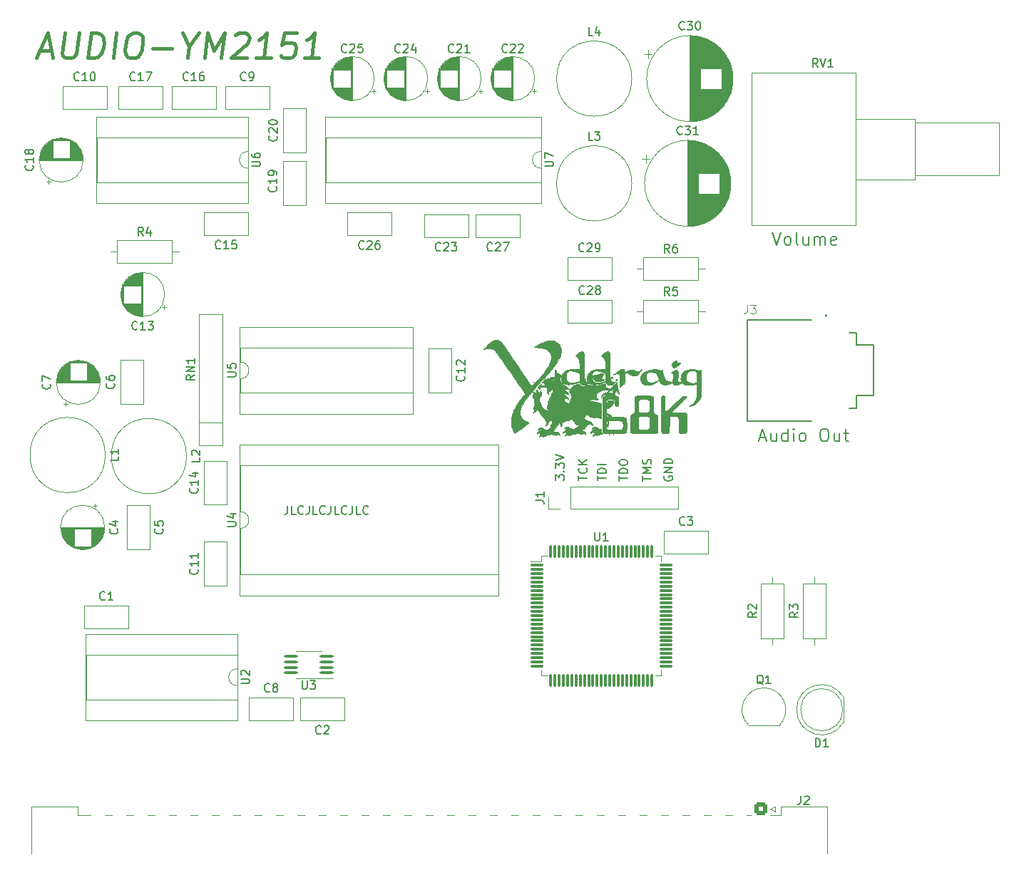
<source format=gto>
G04 #@! TF.GenerationSoftware,KiCad,Pcbnew,7.0.9*
G04 #@! TF.CreationDate,2024-02-05T15:13:01+00:00*
G04 #@! TF.ProjectId,AudioYM2151,41756469-6f59-44d3-9231-35312e6b6963,rev?*
G04 #@! TF.SameCoordinates,Original*
G04 #@! TF.FileFunction,Legend,Top*
G04 #@! TF.FilePolarity,Positive*
%FSLAX46Y46*%
G04 Gerber Fmt 4.6, Leading zero omitted, Abs format (unit mm)*
G04 Created by KiCad (PCBNEW 7.0.9) date 2024-02-05 15:13:01*
%MOMM*%
%LPD*%
G01*
G04 APERTURE LIST*
G04 Aperture macros list*
%AMRoundRect*
0 Rectangle with rounded corners*
0 $1 Rounding radius*
0 $2 $3 $4 $5 $6 $7 $8 $9 X,Y pos of 4 corners*
0 Add a 4 corners polygon primitive as box body*
4,1,4,$2,$3,$4,$5,$6,$7,$8,$9,$2,$3,0*
0 Add four circle primitives for the rounded corners*
1,1,$1+$1,$2,$3*
1,1,$1+$1,$4,$5*
1,1,$1+$1,$6,$7*
1,1,$1+$1,$8,$9*
0 Add four rect primitives between the rounded corners*
20,1,$1+$1,$2,$3,$4,$5,0*
20,1,$1+$1,$4,$5,$6,$7,0*
20,1,$1+$1,$6,$7,$8,$9,0*
20,1,$1+$1,$8,$9,$2,$3,0*%
G04 Aperture macros list end*
%ADD10C,0.150000*%
%ADD11C,0.200000*%
%ADD12C,0.400000*%
%ADD13C,0.015000*%
%ADD14C,0.120000*%
%ADD15C,0.127000*%
%ADD16C,0.010000*%
%ADD17C,0.854000*%
%ADD18C,1.600000*%
%ADD19R,1.600000X1.600000*%
%ADD20C,1.200000*%
%ADD21O,1.208000X2.416000*%
%ADD22O,2.416000X1.208000*%
%ADD23R,1.300000X1.300000*%
%ADD24C,1.300000*%
%ADD25O,1.600000X1.600000*%
%ADD26C,2.340000*%
%ADD27RoundRect,0.075000X-0.662500X-0.075000X0.662500X-0.075000X0.662500X0.075000X-0.662500X0.075000X0*%
%ADD28RoundRect,0.075000X-0.075000X-0.662500X0.075000X-0.662500X0.075000X0.662500X-0.075000X0.662500X0*%
%ADD29RoundRect,0.100000X0.712500X0.100000X-0.712500X0.100000X-0.712500X-0.100000X0.712500X-0.100000X0*%
%ADD30R,1.800000X1.800000*%
%ADD31C,1.800000*%
%ADD32C,2.600000*%
%ADD33R,2.000000X2.000000*%
%ADD34C,2.000000*%
%ADD35C,2.850000*%
%ADD36RoundRect,0.249998X0.525002X0.525002X-0.525002X0.525002X-0.525002X-0.525002X0.525002X-0.525002X0*%
%ADD37C,1.550000*%
%ADD38R,1.700000X1.700000*%
%ADD39O,1.700000X1.700000*%
G04 APERTURE END LIST*
D10*
X171920819Y-105703523D02*
X171920819Y-105132095D01*
X172920819Y-105417809D02*
X171920819Y-105417809D01*
X172920819Y-104798761D02*
X171920819Y-104798761D01*
X171920819Y-104798761D02*
X171920819Y-104560666D01*
X171920819Y-104560666D02*
X171968438Y-104417809D01*
X171968438Y-104417809D02*
X172063676Y-104322571D01*
X172063676Y-104322571D02*
X172158914Y-104274952D01*
X172158914Y-104274952D02*
X172349390Y-104227333D01*
X172349390Y-104227333D02*
X172492247Y-104227333D01*
X172492247Y-104227333D02*
X172682723Y-104274952D01*
X172682723Y-104274952D02*
X172777961Y-104322571D01*
X172777961Y-104322571D02*
X172873200Y-104417809D01*
X172873200Y-104417809D02*
X172920819Y-104560666D01*
X172920819Y-104560666D02*
X172920819Y-104798761D01*
X171920819Y-103608285D02*
X171920819Y-103417809D01*
X171920819Y-103417809D02*
X171968438Y-103322571D01*
X171968438Y-103322571D02*
X172063676Y-103227333D01*
X172063676Y-103227333D02*
X172254152Y-103179714D01*
X172254152Y-103179714D02*
X172587485Y-103179714D01*
X172587485Y-103179714D02*
X172777961Y-103227333D01*
X172777961Y-103227333D02*
X172873200Y-103322571D01*
X172873200Y-103322571D02*
X172920819Y-103417809D01*
X172920819Y-103417809D02*
X172920819Y-103608285D01*
X172920819Y-103608285D02*
X172873200Y-103703523D01*
X172873200Y-103703523D02*
X172777961Y-103798761D01*
X172777961Y-103798761D02*
X172587485Y-103846380D01*
X172587485Y-103846380D02*
X172254152Y-103846380D01*
X172254152Y-103846380D02*
X172063676Y-103798761D01*
X172063676Y-103798761D02*
X171968438Y-103703523D01*
X171968438Y-103703523D02*
X171920819Y-103608285D01*
X169380819Y-105671808D02*
X169380819Y-105100380D01*
X170380819Y-105386094D02*
X169380819Y-105386094D01*
X170380819Y-104767046D02*
X169380819Y-104767046D01*
X169380819Y-104767046D02*
X169380819Y-104528951D01*
X169380819Y-104528951D02*
X169428438Y-104386094D01*
X169428438Y-104386094D02*
X169523676Y-104290856D01*
X169523676Y-104290856D02*
X169618914Y-104243237D01*
X169618914Y-104243237D02*
X169809390Y-104195618D01*
X169809390Y-104195618D02*
X169952247Y-104195618D01*
X169952247Y-104195618D02*
X170142723Y-104243237D01*
X170142723Y-104243237D02*
X170237961Y-104290856D01*
X170237961Y-104290856D02*
X170333200Y-104386094D01*
X170333200Y-104386094D02*
X170380819Y-104528951D01*
X170380819Y-104528951D02*
X170380819Y-104767046D01*
X170380819Y-103767046D02*
X169380819Y-103767046D01*
X174714819Y-105727332D02*
X174714819Y-105155904D01*
X175714819Y-105441618D02*
X174714819Y-105441618D01*
X175714819Y-104822570D02*
X174714819Y-104822570D01*
X174714819Y-104822570D02*
X175429104Y-104489237D01*
X175429104Y-104489237D02*
X174714819Y-104155904D01*
X174714819Y-104155904D02*
X175714819Y-104155904D01*
X175667200Y-103727332D02*
X175714819Y-103584475D01*
X175714819Y-103584475D02*
X175714819Y-103346380D01*
X175714819Y-103346380D02*
X175667200Y-103251142D01*
X175667200Y-103251142D02*
X175619580Y-103203523D01*
X175619580Y-103203523D02*
X175524342Y-103155904D01*
X175524342Y-103155904D02*
X175429104Y-103155904D01*
X175429104Y-103155904D02*
X175333866Y-103203523D01*
X175333866Y-103203523D02*
X175286247Y-103251142D01*
X175286247Y-103251142D02*
X175238628Y-103346380D01*
X175238628Y-103346380D02*
X175191009Y-103536856D01*
X175191009Y-103536856D02*
X175143390Y-103632094D01*
X175143390Y-103632094D02*
X175095771Y-103679713D01*
X175095771Y-103679713D02*
X175000533Y-103727332D01*
X175000533Y-103727332D02*
X174905295Y-103727332D01*
X174905295Y-103727332D02*
X174810057Y-103679713D01*
X174810057Y-103679713D02*
X174762438Y-103632094D01*
X174762438Y-103632094D02*
X174714819Y-103536856D01*
X174714819Y-103536856D02*
X174714819Y-103298761D01*
X174714819Y-103298761D02*
X174762438Y-103155904D01*
X164390819Y-105616189D02*
X164390819Y-104997142D01*
X164390819Y-104997142D02*
X164771771Y-105330475D01*
X164771771Y-105330475D02*
X164771771Y-105187618D01*
X164771771Y-105187618D02*
X164819390Y-105092380D01*
X164819390Y-105092380D02*
X164867009Y-105044761D01*
X164867009Y-105044761D02*
X164962247Y-104997142D01*
X164962247Y-104997142D02*
X165200342Y-104997142D01*
X165200342Y-104997142D02*
X165295580Y-105044761D01*
X165295580Y-105044761D02*
X165343200Y-105092380D01*
X165343200Y-105092380D02*
X165390819Y-105187618D01*
X165390819Y-105187618D02*
X165390819Y-105473332D01*
X165390819Y-105473332D02*
X165343200Y-105568570D01*
X165343200Y-105568570D02*
X165295580Y-105616189D01*
X165295580Y-104568570D02*
X165343200Y-104520951D01*
X165343200Y-104520951D02*
X165390819Y-104568570D01*
X165390819Y-104568570D02*
X165343200Y-104616189D01*
X165343200Y-104616189D02*
X165295580Y-104568570D01*
X165295580Y-104568570D02*
X165390819Y-104568570D01*
X164390819Y-104187618D02*
X164390819Y-103568571D01*
X164390819Y-103568571D02*
X164771771Y-103901904D01*
X164771771Y-103901904D02*
X164771771Y-103759047D01*
X164771771Y-103759047D02*
X164819390Y-103663809D01*
X164819390Y-103663809D02*
X164867009Y-103616190D01*
X164867009Y-103616190D02*
X164962247Y-103568571D01*
X164962247Y-103568571D02*
X165200342Y-103568571D01*
X165200342Y-103568571D02*
X165295580Y-103616190D01*
X165295580Y-103616190D02*
X165343200Y-103663809D01*
X165343200Y-103663809D02*
X165390819Y-103759047D01*
X165390819Y-103759047D02*
X165390819Y-104044761D01*
X165390819Y-104044761D02*
X165343200Y-104139999D01*
X165343200Y-104139999D02*
X165295580Y-104187618D01*
X164390819Y-103282856D02*
X165390819Y-102949523D01*
X165390819Y-102949523D02*
X164390819Y-102616190D01*
X177302438Y-105155904D02*
X177254819Y-105251142D01*
X177254819Y-105251142D02*
X177254819Y-105393999D01*
X177254819Y-105393999D02*
X177302438Y-105536856D01*
X177302438Y-105536856D02*
X177397676Y-105632094D01*
X177397676Y-105632094D02*
X177492914Y-105679713D01*
X177492914Y-105679713D02*
X177683390Y-105727332D01*
X177683390Y-105727332D02*
X177826247Y-105727332D01*
X177826247Y-105727332D02*
X178016723Y-105679713D01*
X178016723Y-105679713D02*
X178111961Y-105632094D01*
X178111961Y-105632094D02*
X178207200Y-105536856D01*
X178207200Y-105536856D02*
X178254819Y-105393999D01*
X178254819Y-105393999D02*
X178254819Y-105298761D01*
X178254819Y-105298761D02*
X178207200Y-105155904D01*
X178207200Y-105155904D02*
X178159580Y-105108285D01*
X178159580Y-105108285D02*
X177826247Y-105108285D01*
X177826247Y-105108285D02*
X177826247Y-105298761D01*
X178254819Y-104679713D02*
X177254819Y-104679713D01*
X177254819Y-104679713D02*
X178254819Y-104108285D01*
X178254819Y-104108285D02*
X177254819Y-104108285D01*
X178254819Y-103632094D02*
X177254819Y-103632094D01*
X177254819Y-103632094D02*
X177254819Y-103393999D01*
X177254819Y-103393999D02*
X177302438Y-103251142D01*
X177302438Y-103251142D02*
X177397676Y-103155904D01*
X177397676Y-103155904D02*
X177492914Y-103108285D01*
X177492914Y-103108285D02*
X177683390Y-103060666D01*
X177683390Y-103060666D02*
X177826247Y-103060666D01*
X177826247Y-103060666D02*
X178016723Y-103108285D01*
X178016723Y-103108285D02*
X178111961Y-103155904D01*
X178111961Y-103155904D02*
X178207200Y-103251142D01*
X178207200Y-103251142D02*
X178254819Y-103393999D01*
X178254819Y-103393999D02*
X178254819Y-103632094D01*
X167094819Y-105679713D02*
X167094819Y-105108285D01*
X168094819Y-105393999D02*
X167094819Y-105393999D01*
X167999580Y-104203523D02*
X168047200Y-104251142D01*
X168047200Y-104251142D02*
X168094819Y-104393999D01*
X168094819Y-104393999D02*
X168094819Y-104489237D01*
X168094819Y-104489237D02*
X168047200Y-104632094D01*
X168047200Y-104632094D02*
X167951961Y-104727332D01*
X167951961Y-104727332D02*
X167856723Y-104774951D01*
X167856723Y-104774951D02*
X167666247Y-104822570D01*
X167666247Y-104822570D02*
X167523390Y-104822570D01*
X167523390Y-104822570D02*
X167332914Y-104774951D01*
X167332914Y-104774951D02*
X167237676Y-104727332D01*
X167237676Y-104727332D02*
X167142438Y-104632094D01*
X167142438Y-104632094D02*
X167094819Y-104489237D01*
X167094819Y-104489237D02*
X167094819Y-104393999D01*
X167094819Y-104393999D02*
X167142438Y-104251142D01*
X167142438Y-104251142D02*
X167190057Y-104203523D01*
X168094819Y-103774951D02*
X167094819Y-103774951D01*
X168094819Y-103203523D02*
X167523390Y-103632094D01*
X167094819Y-103203523D02*
X167666247Y-103774951D01*
X132540951Y-108674819D02*
X132540951Y-109389104D01*
X132540951Y-109389104D02*
X132493332Y-109531961D01*
X132493332Y-109531961D02*
X132398094Y-109627200D01*
X132398094Y-109627200D02*
X132255237Y-109674819D01*
X132255237Y-109674819D02*
X132159999Y-109674819D01*
X133493332Y-109674819D02*
X133017142Y-109674819D01*
X133017142Y-109674819D02*
X133017142Y-108674819D01*
X134398094Y-109579580D02*
X134350475Y-109627200D01*
X134350475Y-109627200D02*
X134207618Y-109674819D01*
X134207618Y-109674819D02*
X134112380Y-109674819D01*
X134112380Y-109674819D02*
X133969523Y-109627200D01*
X133969523Y-109627200D02*
X133874285Y-109531961D01*
X133874285Y-109531961D02*
X133826666Y-109436723D01*
X133826666Y-109436723D02*
X133779047Y-109246247D01*
X133779047Y-109246247D02*
X133779047Y-109103390D01*
X133779047Y-109103390D02*
X133826666Y-108912914D01*
X133826666Y-108912914D02*
X133874285Y-108817676D01*
X133874285Y-108817676D02*
X133969523Y-108722438D01*
X133969523Y-108722438D02*
X134112380Y-108674819D01*
X134112380Y-108674819D02*
X134207618Y-108674819D01*
X134207618Y-108674819D02*
X134350475Y-108722438D01*
X134350475Y-108722438D02*
X134398094Y-108770057D01*
X135112380Y-108674819D02*
X135112380Y-109389104D01*
X135112380Y-109389104D02*
X135064761Y-109531961D01*
X135064761Y-109531961D02*
X134969523Y-109627200D01*
X134969523Y-109627200D02*
X134826666Y-109674819D01*
X134826666Y-109674819D02*
X134731428Y-109674819D01*
X136064761Y-109674819D02*
X135588571Y-109674819D01*
X135588571Y-109674819D02*
X135588571Y-108674819D01*
X136969523Y-109579580D02*
X136921904Y-109627200D01*
X136921904Y-109627200D02*
X136779047Y-109674819D01*
X136779047Y-109674819D02*
X136683809Y-109674819D01*
X136683809Y-109674819D02*
X136540952Y-109627200D01*
X136540952Y-109627200D02*
X136445714Y-109531961D01*
X136445714Y-109531961D02*
X136398095Y-109436723D01*
X136398095Y-109436723D02*
X136350476Y-109246247D01*
X136350476Y-109246247D02*
X136350476Y-109103390D01*
X136350476Y-109103390D02*
X136398095Y-108912914D01*
X136398095Y-108912914D02*
X136445714Y-108817676D01*
X136445714Y-108817676D02*
X136540952Y-108722438D01*
X136540952Y-108722438D02*
X136683809Y-108674819D01*
X136683809Y-108674819D02*
X136779047Y-108674819D01*
X136779047Y-108674819D02*
X136921904Y-108722438D01*
X136921904Y-108722438D02*
X136969523Y-108770057D01*
X137683809Y-108674819D02*
X137683809Y-109389104D01*
X137683809Y-109389104D02*
X137636190Y-109531961D01*
X137636190Y-109531961D02*
X137540952Y-109627200D01*
X137540952Y-109627200D02*
X137398095Y-109674819D01*
X137398095Y-109674819D02*
X137302857Y-109674819D01*
X138636190Y-109674819D02*
X138160000Y-109674819D01*
X138160000Y-109674819D02*
X138160000Y-108674819D01*
X139540952Y-109579580D02*
X139493333Y-109627200D01*
X139493333Y-109627200D02*
X139350476Y-109674819D01*
X139350476Y-109674819D02*
X139255238Y-109674819D01*
X139255238Y-109674819D02*
X139112381Y-109627200D01*
X139112381Y-109627200D02*
X139017143Y-109531961D01*
X139017143Y-109531961D02*
X138969524Y-109436723D01*
X138969524Y-109436723D02*
X138921905Y-109246247D01*
X138921905Y-109246247D02*
X138921905Y-109103390D01*
X138921905Y-109103390D02*
X138969524Y-108912914D01*
X138969524Y-108912914D02*
X139017143Y-108817676D01*
X139017143Y-108817676D02*
X139112381Y-108722438D01*
X139112381Y-108722438D02*
X139255238Y-108674819D01*
X139255238Y-108674819D02*
X139350476Y-108674819D01*
X139350476Y-108674819D02*
X139493333Y-108722438D01*
X139493333Y-108722438D02*
X139540952Y-108770057D01*
X140255238Y-108674819D02*
X140255238Y-109389104D01*
X140255238Y-109389104D02*
X140207619Y-109531961D01*
X140207619Y-109531961D02*
X140112381Y-109627200D01*
X140112381Y-109627200D02*
X139969524Y-109674819D01*
X139969524Y-109674819D02*
X139874286Y-109674819D01*
X141207619Y-109674819D02*
X140731429Y-109674819D01*
X140731429Y-109674819D02*
X140731429Y-108674819D01*
X142112381Y-109579580D02*
X142064762Y-109627200D01*
X142064762Y-109627200D02*
X141921905Y-109674819D01*
X141921905Y-109674819D02*
X141826667Y-109674819D01*
X141826667Y-109674819D02*
X141683810Y-109627200D01*
X141683810Y-109627200D02*
X141588572Y-109531961D01*
X141588572Y-109531961D02*
X141540953Y-109436723D01*
X141540953Y-109436723D02*
X141493334Y-109246247D01*
X141493334Y-109246247D02*
X141493334Y-109103390D01*
X141493334Y-109103390D02*
X141540953Y-108912914D01*
X141540953Y-108912914D02*
X141588572Y-108817676D01*
X141588572Y-108817676D02*
X141683810Y-108722438D01*
X141683810Y-108722438D02*
X141826667Y-108674819D01*
X141826667Y-108674819D02*
X141921905Y-108674819D01*
X141921905Y-108674819D02*
X142064762Y-108722438D01*
X142064762Y-108722438D02*
X142112381Y-108770057D01*
D11*
X188587714Y-100584957D02*
X189302000Y-100584957D01*
X188444857Y-101013528D02*
X188944857Y-99513528D01*
X188944857Y-99513528D02*
X189444857Y-101013528D01*
X190587714Y-100013528D02*
X190587714Y-101013528D01*
X189944856Y-100013528D02*
X189944856Y-100799242D01*
X189944856Y-100799242D02*
X190016285Y-100942100D01*
X190016285Y-100942100D02*
X190159142Y-101013528D01*
X190159142Y-101013528D02*
X190373428Y-101013528D01*
X190373428Y-101013528D02*
X190516285Y-100942100D01*
X190516285Y-100942100D02*
X190587714Y-100870671D01*
X191944857Y-101013528D02*
X191944857Y-99513528D01*
X191944857Y-100942100D02*
X191801999Y-101013528D01*
X191801999Y-101013528D02*
X191516285Y-101013528D01*
X191516285Y-101013528D02*
X191373428Y-100942100D01*
X191373428Y-100942100D02*
X191301999Y-100870671D01*
X191301999Y-100870671D02*
X191230571Y-100727814D01*
X191230571Y-100727814D02*
X191230571Y-100299242D01*
X191230571Y-100299242D02*
X191301999Y-100156385D01*
X191301999Y-100156385D02*
X191373428Y-100084957D01*
X191373428Y-100084957D02*
X191516285Y-100013528D01*
X191516285Y-100013528D02*
X191801999Y-100013528D01*
X191801999Y-100013528D02*
X191944857Y-100084957D01*
X192659142Y-101013528D02*
X192659142Y-100013528D01*
X192659142Y-99513528D02*
X192587714Y-99584957D01*
X192587714Y-99584957D02*
X192659142Y-99656385D01*
X192659142Y-99656385D02*
X192730571Y-99584957D01*
X192730571Y-99584957D02*
X192659142Y-99513528D01*
X192659142Y-99513528D02*
X192659142Y-99656385D01*
X193587714Y-101013528D02*
X193444857Y-100942100D01*
X193444857Y-100942100D02*
X193373428Y-100870671D01*
X193373428Y-100870671D02*
X193302000Y-100727814D01*
X193302000Y-100727814D02*
X193302000Y-100299242D01*
X193302000Y-100299242D02*
X193373428Y-100156385D01*
X193373428Y-100156385D02*
X193444857Y-100084957D01*
X193444857Y-100084957D02*
X193587714Y-100013528D01*
X193587714Y-100013528D02*
X193802000Y-100013528D01*
X193802000Y-100013528D02*
X193944857Y-100084957D01*
X193944857Y-100084957D02*
X194016286Y-100156385D01*
X194016286Y-100156385D02*
X194087714Y-100299242D01*
X194087714Y-100299242D02*
X194087714Y-100727814D01*
X194087714Y-100727814D02*
X194016286Y-100870671D01*
X194016286Y-100870671D02*
X193944857Y-100942100D01*
X193944857Y-100942100D02*
X193802000Y-101013528D01*
X193802000Y-101013528D02*
X193587714Y-101013528D01*
X196159143Y-99513528D02*
X196444857Y-99513528D01*
X196444857Y-99513528D02*
X196587714Y-99584957D01*
X196587714Y-99584957D02*
X196730571Y-99727814D01*
X196730571Y-99727814D02*
X196802000Y-100013528D01*
X196802000Y-100013528D02*
X196802000Y-100513528D01*
X196802000Y-100513528D02*
X196730571Y-100799242D01*
X196730571Y-100799242D02*
X196587714Y-100942100D01*
X196587714Y-100942100D02*
X196444857Y-101013528D01*
X196444857Y-101013528D02*
X196159143Y-101013528D01*
X196159143Y-101013528D02*
X196016286Y-100942100D01*
X196016286Y-100942100D02*
X195873428Y-100799242D01*
X195873428Y-100799242D02*
X195802000Y-100513528D01*
X195802000Y-100513528D02*
X195802000Y-100013528D01*
X195802000Y-100013528D02*
X195873428Y-99727814D01*
X195873428Y-99727814D02*
X196016286Y-99584957D01*
X196016286Y-99584957D02*
X196159143Y-99513528D01*
X198087715Y-100013528D02*
X198087715Y-101013528D01*
X197444857Y-100013528D02*
X197444857Y-100799242D01*
X197444857Y-100799242D02*
X197516286Y-100942100D01*
X197516286Y-100942100D02*
X197659143Y-101013528D01*
X197659143Y-101013528D02*
X197873429Y-101013528D01*
X197873429Y-101013528D02*
X198016286Y-100942100D01*
X198016286Y-100942100D02*
X198087715Y-100870671D01*
X198587715Y-100013528D02*
X199159143Y-100013528D01*
X198802000Y-99513528D02*
X198802000Y-100799242D01*
X198802000Y-100799242D02*
X198873429Y-100942100D01*
X198873429Y-100942100D02*
X199016286Y-101013528D01*
X199016286Y-101013528D02*
X199159143Y-101013528D01*
X190107143Y-76183528D02*
X190607143Y-77683528D01*
X190607143Y-77683528D02*
X191107143Y-76183528D01*
X191821428Y-77683528D02*
X191678571Y-77612100D01*
X191678571Y-77612100D02*
X191607142Y-77540671D01*
X191607142Y-77540671D02*
X191535714Y-77397814D01*
X191535714Y-77397814D02*
X191535714Y-76969242D01*
X191535714Y-76969242D02*
X191607142Y-76826385D01*
X191607142Y-76826385D02*
X191678571Y-76754957D01*
X191678571Y-76754957D02*
X191821428Y-76683528D01*
X191821428Y-76683528D02*
X192035714Y-76683528D01*
X192035714Y-76683528D02*
X192178571Y-76754957D01*
X192178571Y-76754957D02*
X192250000Y-76826385D01*
X192250000Y-76826385D02*
X192321428Y-76969242D01*
X192321428Y-76969242D02*
X192321428Y-77397814D01*
X192321428Y-77397814D02*
X192250000Y-77540671D01*
X192250000Y-77540671D02*
X192178571Y-77612100D01*
X192178571Y-77612100D02*
X192035714Y-77683528D01*
X192035714Y-77683528D02*
X191821428Y-77683528D01*
X193178571Y-77683528D02*
X193035714Y-77612100D01*
X193035714Y-77612100D02*
X192964285Y-77469242D01*
X192964285Y-77469242D02*
X192964285Y-76183528D01*
X194392857Y-76683528D02*
X194392857Y-77683528D01*
X193749999Y-76683528D02*
X193749999Y-77469242D01*
X193749999Y-77469242D02*
X193821428Y-77612100D01*
X193821428Y-77612100D02*
X193964285Y-77683528D01*
X193964285Y-77683528D02*
X194178571Y-77683528D01*
X194178571Y-77683528D02*
X194321428Y-77612100D01*
X194321428Y-77612100D02*
X194392857Y-77540671D01*
X195107142Y-77683528D02*
X195107142Y-76683528D01*
X195107142Y-76826385D02*
X195178571Y-76754957D01*
X195178571Y-76754957D02*
X195321428Y-76683528D01*
X195321428Y-76683528D02*
X195535714Y-76683528D01*
X195535714Y-76683528D02*
X195678571Y-76754957D01*
X195678571Y-76754957D02*
X195750000Y-76897814D01*
X195750000Y-76897814D02*
X195750000Y-77683528D01*
X195750000Y-76897814D02*
X195821428Y-76754957D01*
X195821428Y-76754957D02*
X195964285Y-76683528D01*
X195964285Y-76683528D02*
X196178571Y-76683528D01*
X196178571Y-76683528D02*
X196321428Y-76754957D01*
X196321428Y-76754957D02*
X196392857Y-76897814D01*
X196392857Y-76897814D02*
X196392857Y-77683528D01*
X197678571Y-77612100D02*
X197535714Y-77683528D01*
X197535714Y-77683528D02*
X197250000Y-77683528D01*
X197250000Y-77683528D02*
X197107142Y-77612100D01*
X197107142Y-77612100D02*
X197035714Y-77469242D01*
X197035714Y-77469242D02*
X197035714Y-76897814D01*
X197035714Y-76897814D02*
X197107142Y-76754957D01*
X197107142Y-76754957D02*
X197250000Y-76683528D01*
X197250000Y-76683528D02*
X197535714Y-76683528D01*
X197535714Y-76683528D02*
X197678571Y-76754957D01*
X197678571Y-76754957D02*
X197750000Y-76897814D01*
X197750000Y-76897814D02*
X197750000Y-77040671D01*
X197750000Y-77040671D02*
X197035714Y-77183528D01*
D12*
X103080428Y-54611914D02*
X104508999Y-54611914D01*
X102687571Y-55469057D02*
X104062571Y-52469057D01*
X104062571Y-52469057D02*
X104687571Y-55469057D01*
X106062571Y-52469057D02*
X105759000Y-54897628D01*
X105759000Y-54897628D02*
X105866143Y-55183342D01*
X105866143Y-55183342D02*
X105991143Y-55326200D01*
X105991143Y-55326200D02*
X106259000Y-55469057D01*
X106259000Y-55469057D02*
X106830428Y-55469057D01*
X106830428Y-55469057D02*
X107134000Y-55326200D01*
X107134000Y-55326200D02*
X107294714Y-55183342D01*
X107294714Y-55183342D02*
X107473285Y-54897628D01*
X107473285Y-54897628D02*
X107776857Y-52469057D01*
X108830428Y-55469057D02*
X109205428Y-52469057D01*
X109205428Y-52469057D02*
X109919714Y-52469057D01*
X109919714Y-52469057D02*
X110330428Y-52611914D01*
X110330428Y-52611914D02*
X110580428Y-52897628D01*
X110580428Y-52897628D02*
X110687571Y-53183342D01*
X110687571Y-53183342D02*
X110759000Y-53754771D01*
X110759000Y-53754771D02*
X110705428Y-54183342D01*
X110705428Y-54183342D02*
X110491142Y-54754771D01*
X110491142Y-54754771D02*
X110312571Y-55040485D01*
X110312571Y-55040485D02*
X109991142Y-55326200D01*
X109991142Y-55326200D02*
X109544714Y-55469057D01*
X109544714Y-55469057D02*
X108830428Y-55469057D01*
X111830428Y-55469057D02*
X112205428Y-52469057D01*
X114205428Y-52469057D02*
X114776856Y-52469057D01*
X114776856Y-52469057D02*
X115044713Y-52611914D01*
X115044713Y-52611914D02*
X115294713Y-52897628D01*
X115294713Y-52897628D02*
X115366142Y-53469057D01*
X115366142Y-53469057D02*
X115241142Y-54469057D01*
X115241142Y-54469057D02*
X115026856Y-55040485D01*
X115026856Y-55040485D02*
X114705428Y-55326200D01*
X114705428Y-55326200D02*
X114401856Y-55469057D01*
X114401856Y-55469057D02*
X113830428Y-55469057D01*
X113830428Y-55469057D02*
X113562571Y-55326200D01*
X113562571Y-55326200D02*
X113312571Y-55040485D01*
X113312571Y-55040485D02*
X113241142Y-54469057D01*
X113241142Y-54469057D02*
X113366142Y-53469057D01*
X113366142Y-53469057D02*
X113580428Y-52897628D01*
X113580428Y-52897628D02*
X113901856Y-52611914D01*
X113901856Y-52611914D02*
X114205428Y-52469057D01*
X116544713Y-54326200D02*
X118830428Y-54326200D01*
X120866142Y-54040485D02*
X120687571Y-55469057D01*
X120062571Y-52469057D02*
X120866142Y-54040485D01*
X120866142Y-54040485D02*
X122062571Y-52469057D01*
X122687571Y-55469057D02*
X123062571Y-52469057D01*
X123062571Y-52469057D02*
X123794714Y-54611914D01*
X123794714Y-54611914D02*
X125062571Y-52469057D01*
X125062571Y-52469057D02*
X124687571Y-55469057D01*
X126312571Y-52754771D02*
X126473285Y-52611914D01*
X126473285Y-52611914D02*
X126776856Y-52469057D01*
X126776856Y-52469057D02*
X127491142Y-52469057D01*
X127491142Y-52469057D02*
X127758999Y-52611914D01*
X127758999Y-52611914D02*
X127883999Y-52754771D01*
X127883999Y-52754771D02*
X127991142Y-53040485D01*
X127991142Y-53040485D02*
X127955428Y-53326200D01*
X127955428Y-53326200D02*
X127758999Y-53754771D01*
X127758999Y-53754771D02*
X125830428Y-55469057D01*
X125830428Y-55469057D02*
X127687571Y-55469057D01*
X130544714Y-55469057D02*
X128830428Y-55469057D01*
X129687571Y-55469057D02*
X130062571Y-52469057D01*
X130062571Y-52469057D02*
X129723285Y-52897628D01*
X129723285Y-52897628D02*
X129401857Y-53183342D01*
X129401857Y-53183342D02*
X129098285Y-53326200D01*
X133634000Y-52469057D02*
X132205428Y-52469057D01*
X132205428Y-52469057D02*
X131884000Y-53897628D01*
X131884000Y-53897628D02*
X132044714Y-53754771D01*
X132044714Y-53754771D02*
X132348285Y-53611914D01*
X132348285Y-53611914D02*
X133062571Y-53611914D01*
X133062571Y-53611914D02*
X133330428Y-53754771D01*
X133330428Y-53754771D02*
X133455428Y-53897628D01*
X133455428Y-53897628D02*
X133562571Y-54183342D01*
X133562571Y-54183342D02*
X133473285Y-54897628D01*
X133473285Y-54897628D02*
X133294714Y-55183342D01*
X133294714Y-55183342D02*
X133134000Y-55326200D01*
X133134000Y-55326200D02*
X132830428Y-55469057D01*
X132830428Y-55469057D02*
X132116142Y-55469057D01*
X132116142Y-55469057D02*
X131848285Y-55326200D01*
X131848285Y-55326200D02*
X131723285Y-55183342D01*
X136259000Y-55469057D02*
X134544714Y-55469057D01*
X135401857Y-55469057D02*
X135776857Y-52469057D01*
X135776857Y-52469057D02*
X135437571Y-52897628D01*
X135437571Y-52897628D02*
X135116143Y-53183342D01*
X135116143Y-53183342D02*
X134812571Y-53326200D01*
D10*
X110851333Y-119779580D02*
X110803714Y-119827200D01*
X110803714Y-119827200D02*
X110660857Y-119874819D01*
X110660857Y-119874819D02*
X110565619Y-119874819D01*
X110565619Y-119874819D02*
X110422762Y-119827200D01*
X110422762Y-119827200D02*
X110327524Y-119731961D01*
X110327524Y-119731961D02*
X110279905Y-119636723D01*
X110279905Y-119636723D02*
X110232286Y-119446247D01*
X110232286Y-119446247D02*
X110232286Y-119303390D01*
X110232286Y-119303390D02*
X110279905Y-119112914D01*
X110279905Y-119112914D02*
X110327524Y-119017676D01*
X110327524Y-119017676D02*
X110422762Y-118922438D01*
X110422762Y-118922438D02*
X110565619Y-118874819D01*
X110565619Y-118874819D02*
X110660857Y-118874819D01*
X110660857Y-118874819D02*
X110803714Y-118922438D01*
X110803714Y-118922438D02*
X110851333Y-118970057D01*
X111803714Y-119874819D02*
X111232286Y-119874819D01*
X111518000Y-119874819D02*
X111518000Y-118874819D01*
X111518000Y-118874819D02*
X111422762Y-119017676D01*
X111422762Y-119017676D02*
X111327524Y-119112914D01*
X111327524Y-119112914D02*
X111232286Y-119160533D01*
X136505333Y-135701580D02*
X136457714Y-135749200D01*
X136457714Y-135749200D02*
X136314857Y-135796819D01*
X136314857Y-135796819D02*
X136219619Y-135796819D01*
X136219619Y-135796819D02*
X136076762Y-135749200D01*
X136076762Y-135749200D02*
X135981524Y-135653961D01*
X135981524Y-135653961D02*
X135933905Y-135558723D01*
X135933905Y-135558723D02*
X135886286Y-135368247D01*
X135886286Y-135368247D02*
X135886286Y-135225390D01*
X135886286Y-135225390D02*
X135933905Y-135034914D01*
X135933905Y-135034914D02*
X135981524Y-134939676D01*
X135981524Y-134939676D02*
X136076762Y-134844438D01*
X136076762Y-134844438D02*
X136219619Y-134796819D01*
X136219619Y-134796819D02*
X136314857Y-134796819D01*
X136314857Y-134796819D02*
X136457714Y-134844438D01*
X136457714Y-134844438D02*
X136505333Y-134892057D01*
X136886286Y-134892057D02*
X136933905Y-134844438D01*
X136933905Y-134844438D02*
X137029143Y-134796819D01*
X137029143Y-134796819D02*
X137267238Y-134796819D01*
X137267238Y-134796819D02*
X137362476Y-134844438D01*
X137362476Y-134844438D02*
X137410095Y-134892057D01*
X137410095Y-134892057D02*
X137457714Y-134987295D01*
X137457714Y-134987295D02*
X137457714Y-135082533D01*
X137457714Y-135082533D02*
X137410095Y-135225390D01*
X137410095Y-135225390D02*
X136838667Y-135796819D01*
X136838667Y-135796819D02*
X137457714Y-135796819D01*
X179685333Y-110889580D02*
X179637714Y-110937200D01*
X179637714Y-110937200D02*
X179494857Y-110984819D01*
X179494857Y-110984819D02*
X179399619Y-110984819D01*
X179399619Y-110984819D02*
X179256762Y-110937200D01*
X179256762Y-110937200D02*
X179161524Y-110841961D01*
X179161524Y-110841961D02*
X179113905Y-110746723D01*
X179113905Y-110746723D02*
X179066286Y-110556247D01*
X179066286Y-110556247D02*
X179066286Y-110413390D01*
X179066286Y-110413390D02*
X179113905Y-110222914D01*
X179113905Y-110222914D02*
X179161524Y-110127676D01*
X179161524Y-110127676D02*
X179256762Y-110032438D01*
X179256762Y-110032438D02*
X179399619Y-109984819D01*
X179399619Y-109984819D02*
X179494857Y-109984819D01*
X179494857Y-109984819D02*
X179637714Y-110032438D01*
X179637714Y-110032438D02*
X179685333Y-110080057D01*
X180018667Y-109984819D02*
X180637714Y-109984819D01*
X180637714Y-109984819D02*
X180304381Y-110365771D01*
X180304381Y-110365771D02*
X180447238Y-110365771D01*
X180447238Y-110365771D02*
X180542476Y-110413390D01*
X180542476Y-110413390D02*
X180590095Y-110461009D01*
X180590095Y-110461009D02*
X180637714Y-110556247D01*
X180637714Y-110556247D02*
X180637714Y-110794342D01*
X180637714Y-110794342D02*
X180590095Y-110889580D01*
X180590095Y-110889580D02*
X180542476Y-110937200D01*
X180542476Y-110937200D02*
X180447238Y-110984819D01*
X180447238Y-110984819D02*
X180161524Y-110984819D01*
X180161524Y-110984819D02*
X180066286Y-110937200D01*
X180066286Y-110937200D02*
X180018667Y-110889580D01*
X112313580Y-111398666D02*
X112361200Y-111446285D01*
X112361200Y-111446285D02*
X112408819Y-111589142D01*
X112408819Y-111589142D02*
X112408819Y-111684380D01*
X112408819Y-111684380D02*
X112361200Y-111827237D01*
X112361200Y-111827237D02*
X112265961Y-111922475D01*
X112265961Y-111922475D02*
X112170723Y-111970094D01*
X112170723Y-111970094D02*
X111980247Y-112017713D01*
X111980247Y-112017713D02*
X111837390Y-112017713D01*
X111837390Y-112017713D02*
X111646914Y-111970094D01*
X111646914Y-111970094D02*
X111551676Y-111922475D01*
X111551676Y-111922475D02*
X111456438Y-111827237D01*
X111456438Y-111827237D02*
X111408819Y-111684380D01*
X111408819Y-111684380D02*
X111408819Y-111589142D01*
X111408819Y-111589142D02*
X111456438Y-111446285D01*
X111456438Y-111446285D02*
X111504057Y-111398666D01*
X111742152Y-110541523D02*
X112408819Y-110541523D01*
X111361200Y-110779618D02*
X112075485Y-111017713D01*
X112075485Y-111017713D02*
X112075485Y-110398666D01*
X117667580Y-111398666D02*
X117715200Y-111446285D01*
X117715200Y-111446285D02*
X117762819Y-111589142D01*
X117762819Y-111589142D02*
X117762819Y-111684380D01*
X117762819Y-111684380D02*
X117715200Y-111827237D01*
X117715200Y-111827237D02*
X117619961Y-111922475D01*
X117619961Y-111922475D02*
X117524723Y-111970094D01*
X117524723Y-111970094D02*
X117334247Y-112017713D01*
X117334247Y-112017713D02*
X117191390Y-112017713D01*
X117191390Y-112017713D02*
X117000914Y-111970094D01*
X117000914Y-111970094D02*
X116905676Y-111922475D01*
X116905676Y-111922475D02*
X116810438Y-111827237D01*
X116810438Y-111827237D02*
X116762819Y-111684380D01*
X116762819Y-111684380D02*
X116762819Y-111589142D01*
X116762819Y-111589142D02*
X116810438Y-111446285D01*
X116810438Y-111446285D02*
X116858057Y-111398666D01*
X116762819Y-110493904D02*
X116762819Y-110970094D01*
X116762819Y-110970094D02*
X117239009Y-111017713D01*
X117239009Y-111017713D02*
X117191390Y-110970094D01*
X117191390Y-110970094D02*
X117143771Y-110874856D01*
X117143771Y-110874856D02*
X117143771Y-110636761D01*
X117143771Y-110636761D02*
X117191390Y-110541523D01*
X117191390Y-110541523D02*
X117239009Y-110493904D01*
X117239009Y-110493904D02*
X117334247Y-110446285D01*
X117334247Y-110446285D02*
X117572342Y-110446285D01*
X117572342Y-110446285D02*
X117667580Y-110493904D01*
X117667580Y-110493904D02*
X117715200Y-110541523D01*
X117715200Y-110541523D02*
X117762819Y-110636761D01*
X117762819Y-110636761D02*
X117762819Y-110874856D01*
X117762819Y-110874856D02*
X117715200Y-110970094D01*
X117715200Y-110970094D02*
X117667580Y-111017713D01*
X130409333Y-130701580D02*
X130361714Y-130749200D01*
X130361714Y-130749200D02*
X130218857Y-130796819D01*
X130218857Y-130796819D02*
X130123619Y-130796819D01*
X130123619Y-130796819D02*
X129980762Y-130749200D01*
X129980762Y-130749200D02*
X129885524Y-130653961D01*
X129885524Y-130653961D02*
X129837905Y-130558723D01*
X129837905Y-130558723D02*
X129790286Y-130368247D01*
X129790286Y-130368247D02*
X129790286Y-130225390D01*
X129790286Y-130225390D02*
X129837905Y-130034914D01*
X129837905Y-130034914D02*
X129885524Y-129939676D01*
X129885524Y-129939676D02*
X129980762Y-129844438D01*
X129980762Y-129844438D02*
X130123619Y-129796819D01*
X130123619Y-129796819D02*
X130218857Y-129796819D01*
X130218857Y-129796819D02*
X130361714Y-129844438D01*
X130361714Y-129844438D02*
X130409333Y-129892057D01*
X130980762Y-130225390D02*
X130885524Y-130177771D01*
X130885524Y-130177771D02*
X130837905Y-130130152D01*
X130837905Y-130130152D02*
X130790286Y-130034914D01*
X130790286Y-130034914D02*
X130790286Y-129987295D01*
X130790286Y-129987295D02*
X130837905Y-129892057D01*
X130837905Y-129892057D02*
X130885524Y-129844438D01*
X130885524Y-129844438D02*
X130980762Y-129796819D01*
X130980762Y-129796819D02*
X131171238Y-129796819D01*
X131171238Y-129796819D02*
X131266476Y-129844438D01*
X131266476Y-129844438D02*
X131314095Y-129892057D01*
X131314095Y-129892057D02*
X131361714Y-129987295D01*
X131361714Y-129987295D02*
X131361714Y-130034914D01*
X131361714Y-130034914D02*
X131314095Y-130130152D01*
X131314095Y-130130152D02*
X131266476Y-130177771D01*
X131266476Y-130177771D02*
X131171238Y-130225390D01*
X131171238Y-130225390D02*
X130980762Y-130225390D01*
X130980762Y-130225390D02*
X130885524Y-130273009D01*
X130885524Y-130273009D02*
X130837905Y-130320628D01*
X130837905Y-130320628D02*
X130790286Y-130415866D01*
X130790286Y-130415866D02*
X130790286Y-130606342D01*
X130790286Y-130606342D02*
X130837905Y-130701580D01*
X130837905Y-130701580D02*
X130885524Y-130749200D01*
X130885524Y-130749200D02*
X130980762Y-130796819D01*
X130980762Y-130796819D02*
X131171238Y-130796819D01*
X131171238Y-130796819D02*
X131266476Y-130749200D01*
X131266476Y-130749200D02*
X131314095Y-130701580D01*
X131314095Y-130701580D02*
X131361714Y-130606342D01*
X131361714Y-130606342D02*
X131361714Y-130415866D01*
X131361714Y-130415866D02*
X131314095Y-130320628D01*
X131314095Y-130320628D02*
X131266476Y-130273009D01*
X131266476Y-130273009D02*
X131171238Y-130225390D01*
X127575333Y-58057580D02*
X127527714Y-58105200D01*
X127527714Y-58105200D02*
X127384857Y-58152819D01*
X127384857Y-58152819D02*
X127289619Y-58152819D01*
X127289619Y-58152819D02*
X127146762Y-58105200D01*
X127146762Y-58105200D02*
X127051524Y-58009961D01*
X127051524Y-58009961D02*
X127003905Y-57914723D01*
X127003905Y-57914723D02*
X126956286Y-57724247D01*
X126956286Y-57724247D02*
X126956286Y-57581390D01*
X126956286Y-57581390D02*
X127003905Y-57390914D01*
X127003905Y-57390914D02*
X127051524Y-57295676D01*
X127051524Y-57295676D02*
X127146762Y-57200438D01*
X127146762Y-57200438D02*
X127289619Y-57152819D01*
X127289619Y-57152819D02*
X127384857Y-57152819D01*
X127384857Y-57152819D02*
X127527714Y-57200438D01*
X127527714Y-57200438D02*
X127575333Y-57248057D01*
X128051524Y-58152819D02*
X128242000Y-58152819D01*
X128242000Y-58152819D02*
X128337238Y-58105200D01*
X128337238Y-58105200D02*
X128384857Y-58057580D01*
X128384857Y-58057580D02*
X128480095Y-57914723D01*
X128480095Y-57914723D02*
X128527714Y-57724247D01*
X128527714Y-57724247D02*
X128527714Y-57343295D01*
X128527714Y-57343295D02*
X128480095Y-57248057D01*
X128480095Y-57248057D02*
X128432476Y-57200438D01*
X128432476Y-57200438D02*
X128337238Y-57152819D01*
X128337238Y-57152819D02*
X128146762Y-57152819D01*
X128146762Y-57152819D02*
X128051524Y-57200438D01*
X128051524Y-57200438D02*
X128003905Y-57248057D01*
X128003905Y-57248057D02*
X127956286Y-57343295D01*
X127956286Y-57343295D02*
X127956286Y-57581390D01*
X127956286Y-57581390D02*
X128003905Y-57676628D01*
X128003905Y-57676628D02*
X128051524Y-57724247D01*
X128051524Y-57724247D02*
X128146762Y-57771866D01*
X128146762Y-57771866D02*
X128337238Y-57771866D01*
X128337238Y-57771866D02*
X128432476Y-57724247D01*
X128432476Y-57724247D02*
X128480095Y-57676628D01*
X128480095Y-57676628D02*
X128527714Y-57581390D01*
X107795142Y-58057580D02*
X107747523Y-58105200D01*
X107747523Y-58105200D02*
X107604666Y-58152819D01*
X107604666Y-58152819D02*
X107509428Y-58152819D01*
X107509428Y-58152819D02*
X107366571Y-58105200D01*
X107366571Y-58105200D02*
X107271333Y-58009961D01*
X107271333Y-58009961D02*
X107223714Y-57914723D01*
X107223714Y-57914723D02*
X107176095Y-57724247D01*
X107176095Y-57724247D02*
X107176095Y-57581390D01*
X107176095Y-57581390D02*
X107223714Y-57390914D01*
X107223714Y-57390914D02*
X107271333Y-57295676D01*
X107271333Y-57295676D02*
X107366571Y-57200438D01*
X107366571Y-57200438D02*
X107509428Y-57152819D01*
X107509428Y-57152819D02*
X107604666Y-57152819D01*
X107604666Y-57152819D02*
X107747523Y-57200438D01*
X107747523Y-57200438D02*
X107795142Y-57248057D01*
X108747523Y-58152819D02*
X108176095Y-58152819D01*
X108461809Y-58152819D02*
X108461809Y-57152819D01*
X108461809Y-57152819D02*
X108366571Y-57295676D01*
X108366571Y-57295676D02*
X108271333Y-57390914D01*
X108271333Y-57390914D02*
X108176095Y-57438533D01*
X109366571Y-57152819D02*
X109461809Y-57152819D01*
X109461809Y-57152819D02*
X109557047Y-57200438D01*
X109557047Y-57200438D02*
X109604666Y-57248057D01*
X109604666Y-57248057D02*
X109652285Y-57343295D01*
X109652285Y-57343295D02*
X109699904Y-57533771D01*
X109699904Y-57533771D02*
X109699904Y-57771866D01*
X109699904Y-57771866D02*
X109652285Y-57962342D01*
X109652285Y-57962342D02*
X109604666Y-58057580D01*
X109604666Y-58057580D02*
X109557047Y-58105200D01*
X109557047Y-58105200D02*
X109461809Y-58152819D01*
X109461809Y-58152819D02*
X109366571Y-58152819D01*
X109366571Y-58152819D02*
X109271333Y-58105200D01*
X109271333Y-58105200D02*
X109223714Y-58057580D01*
X109223714Y-58057580D02*
X109176095Y-57962342D01*
X109176095Y-57962342D02*
X109128476Y-57771866D01*
X109128476Y-57771866D02*
X109128476Y-57533771D01*
X109128476Y-57533771D02*
X109176095Y-57343295D01*
X109176095Y-57343295D02*
X109223714Y-57248057D01*
X109223714Y-57248057D02*
X109271333Y-57200438D01*
X109271333Y-57200438D02*
X109366571Y-57152819D01*
X121811580Y-116192857D02*
X121859200Y-116240476D01*
X121859200Y-116240476D02*
X121906819Y-116383333D01*
X121906819Y-116383333D02*
X121906819Y-116478571D01*
X121906819Y-116478571D02*
X121859200Y-116621428D01*
X121859200Y-116621428D02*
X121763961Y-116716666D01*
X121763961Y-116716666D02*
X121668723Y-116764285D01*
X121668723Y-116764285D02*
X121478247Y-116811904D01*
X121478247Y-116811904D02*
X121335390Y-116811904D01*
X121335390Y-116811904D02*
X121144914Y-116764285D01*
X121144914Y-116764285D02*
X121049676Y-116716666D01*
X121049676Y-116716666D02*
X120954438Y-116621428D01*
X120954438Y-116621428D02*
X120906819Y-116478571D01*
X120906819Y-116478571D02*
X120906819Y-116383333D01*
X120906819Y-116383333D02*
X120954438Y-116240476D01*
X120954438Y-116240476D02*
X121002057Y-116192857D01*
X121906819Y-115240476D02*
X121906819Y-115811904D01*
X121906819Y-115526190D02*
X120906819Y-115526190D01*
X120906819Y-115526190D02*
X121049676Y-115621428D01*
X121049676Y-115621428D02*
X121144914Y-115716666D01*
X121144914Y-115716666D02*
X121192533Y-115811904D01*
X121906819Y-114288095D02*
X121906819Y-114859523D01*
X121906819Y-114573809D02*
X120906819Y-114573809D01*
X120906819Y-114573809D02*
X121049676Y-114669047D01*
X121049676Y-114669047D02*
X121144914Y-114764285D01*
X121144914Y-114764285D02*
X121192533Y-114859523D01*
X153481580Y-93245857D02*
X153529200Y-93293476D01*
X153529200Y-93293476D02*
X153576819Y-93436333D01*
X153576819Y-93436333D02*
X153576819Y-93531571D01*
X153576819Y-93531571D02*
X153529200Y-93674428D01*
X153529200Y-93674428D02*
X153433961Y-93769666D01*
X153433961Y-93769666D02*
X153338723Y-93817285D01*
X153338723Y-93817285D02*
X153148247Y-93864904D01*
X153148247Y-93864904D02*
X153005390Y-93864904D01*
X153005390Y-93864904D02*
X152814914Y-93817285D01*
X152814914Y-93817285D02*
X152719676Y-93769666D01*
X152719676Y-93769666D02*
X152624438Y-93674428D01*
X152624438Y-93674428D02*
X152576819Y-93531571D01*
X152576819Y-93531571D02*
X152576819Y-93436333D01*
X152576819Y-93436333D02*
X152624438Y-93293476D01*
X152624438Y-93293476D02*
X152672057Y-93245857D01*
X153576819Y-92293476D02*
X153576819Y-92864904D01*
X153576819Y-92579190D02*
X152576819Y-92579190D01*
X152576819Y-92579190D02*
X152719676Y-92674428D01*
X152719676Y-92674428D02*
X152814914Y-92769666D01*
X152814914Y-92769666D02*
X152862533Y-92864904D01*
X152672057Y-91912523D02*
X152624438Y-91864904D01*
X152624438Y-91864904D02*
X152576819Y-91769666D01*
X152576819Y-91769666D02*
X152576819Y-91531571D01*
X152576819Y-91531571D02*
X152624438Y-91436333D01*
X152624438Y-91436333D02*
X152672057Y-91388714D01*
X152672057Y-91388714D02*
X152767295Y-91341095D01*
X152767295Y-91341095D02*
X152862533Y-91341095D01*
X152862533Y-91341095D02*
X153005390Y-91388714D01*
X153005390Y-91388714D02*
X153576819Y-91960142D01*
X153576819Y-91960142D02*
X153576819Y-91341095D01*
X114693142Y-87675580D02*
X114645523Y-87723200D01*
X114645523Y-87723200D02*
X114502666Y-87770819D01*
X114502666Y-87770819D02*
X114407428Y-87770819D01*
X114407428Y-87770819D02*
X114264571Y-87723200D01*
X114264571Y-87723200D02*
X114169333Y-87627961D01*
X114169333Y-87627961D02*
X114121714Y-87532723D01*
X114121714Y-87532723D02*
X114074095Y-87342247D01*
X114074095Y-87342247D02*
X114074095Y-87199390D01*
X114074095Y-87199390D02*
X114121714Y-87008914D01*
X114121714Y-87008914D02*
X114169333Y-86913676D01*
X114169333Y-86913676D02*
X114264571Y-86818438D01*
X114264571Y-86818438D02*
X114407428Y-86770819D01*
X114407428Y-86770819D02*
X114502666Y-86770819D01*
X114502666Y-86770819D02*
X114645523Y-86818438D01*
X114645523Y-86818438D02*
X114693142Y-86866057D01*
X115645523Y-87770819D02*
X115074095Y-87770819D01*
X115359809Y-87770819D02*
X115359809Y-86770819D01*
X115359809Y-86770819D02*
X115264571Y-86913676D01*
X115264571Y-86913676D02*
X115169333Y-87008914D01*
X115169333Y-87008914D02*
X115074095Y-87056533D01*
X115978857Y-86770819D02*
X116597904Y-86770819D01*
X116597904Y-86770819D02*
X116264571Y-87151771D01*
X116264571Y-87151771D02*
X116407428Y-87151771D01*
X116407428Y-87151771D02*
X116502666Y-87199390D01*
X116502666Y-87199390D02*
X116550285Y-87247009D01*
X116550285Y-87247009D02*
X116597904Y-87342247D01*
X116597904Y-87342247D02*
X116597904Y-87580342D01*
X116597904Y-87580342D02*
X116550285Y-87675580D01*
X116550285Y-87675580D02*
X116502666Y-87723200D01*
X116502666Y-87723200D02*
X116407428Y-87770819D01*
X116407428Y-87770819D02*
X116121714Y-87770819D01*
X116121714Y-87770819D02*
X116026476Y-87723200D01*
X116026476Y-87723200D02*
X115978857Y-87675580D01*
X121811580Y-106580857D02*
X121859200Y-106628476D01*
X121859200Y-106628476D02*
X121906819Y-106771333D01*
X121906819Y-106771333D02*
X121906819Y-106866571D01*
X121906819Y-106866571D02*
X121859200Y-107009428D01*
X121859200Y-107009428D02*
X121763961Y-107104666D01*
X121763961Y-107104666D02*
X121668723Y-107152285D01*
X121668723Y-107152285D02*
X121478247Y-107199904D01*
X121478247Y-107199904D02*
X121335390Y-107199904D01*
X121335390Y-107199904D02*
X121144914Y-107152285D01*
X121144914Y-107152285D02*
X121049676Y-107104666D01*
X121049676Y-107104666D02*
X120954438Y-107009428D01*
X120954438Y-107009428D02*
X120906819Y-106866571D01*
X120906819Y-106866571D02*
X120906819Y-106771333D01*
X120906819Y-106771333D02*
X120954438Y-106628476D01*
X120954438Y-106628476D02*
X121002057Y-106580857D01*
X121906819Y-105628476D02*
X121906819Y-106199904D01*
X121906819Y-105914190D02*
X120906819Y-105914190D01*
X120906819Y-105914190D02*
X121049676Y-106009428D01*
X121049676Y-106009428D02*
X121144914Y-106104666D01*
X121144914Y-106104666D02*
X121192533Y-106199904D01*
X121240152Y-104771333D02*
X121906819Y-104771333D01*
X120859200Y-105009428D02*
X121573485Y-105247523D01*
X121573485Y-105247523D02*
X121573485Y-104628476D01*
X124599142Y-78043580D02*
X124551523Y-78091200D01*
X124551523Y-78091200D02*
X124408666Y-78138819D01*
X124408666Y-78138819D02*
X124313428Y-78138819D01*
X124313428Y-78138819D02*
X124170571Y-78091200D01*
X124170571Y-78091200D02*
X124075333Y-77995961D01*
X124075333Y-77995961D02*
X124027714Y-77900723D01*
X124027714Y-77900723D02*
X123980095Y-77710247D01*
X123980095Y-77710247D02*
X123980095Y-77567390D01*
X123980095Y-77567390D02*
X124027714Y-77376914D01*
X124027714Y-77376914D02*
X124075333Y-77281676D01*
X124075333Y-77281676D02*
X124170571Y-77186438D01*
X124170571Y-77186438D02*
X124313428Y-77138819D01*
X124313428Y-77138819D02*
X124408666Y-77138819D01*
X124408666Y-77138819D02*
X124551523Y-77186438D01*
X124551523Y-77186438D02*
X124599142Y-77234057D01*
X125551523Y-78138819D02*
X124980095Y-78138819D01*
X125265809Y-78138819D02*
X125265809Y-77138819D01*
X125265809Y-77138819D02*
X125170571Y-77281676D01*
X125170571Y-77281676D02*
X125075333Y-77376914D01*
X125075333Y-77376914D02*
X124980095Y-77424533D01*
X126456285Y-77138819D02*
X125980095Y-77138819D01*
X125980095Y-77138819D02*
X125932476Y-77615009D01*
X125932476Y-77615009D02*
X125980095Y-77567390D01*
X125980095Y-77567390D02*
X126075333Y-77519771D01*
X126075333Y-77519771D02*
X126313428Y-77519771D01*
X126313428Y-77519771D02*
X126408666Y-77567390D01*
X126408666Y-77567390D02*
X126456285Y-77615009D01*
X126456285Y-77615009D02*
X126503904Y-77710247D01*
X126503904Y-77710247D02*
X126503904Y-77948342D01*
X126503904Y-77948342D02*
X126456285Y-78043580D01*
X126456285Y-78043580D02*
X126408666Y-78091200D01*
X126408666Y-78091200D02*
X126313428Y-78138819D01*
X126313428Y-78138819D02*
X126075333Y-78138819D01*
X126075333Y-78138819D02*
X125980095Y-78091200D01*
X125980095Y-78091200D02*
X125932476Y-78043580D01*
X120749142Y-58057580D02*
X120701523Y-58105200D01*
X120701523Y-58105200D02*
X120558666Y-58152819D01*
X120558666Y-58152819D02*
X120463428Y-58152819D01*
X120463428Y-58152819D02*
X120320571Y-58105200D01*
X120320571Y-58105200D02*
X120225333Y-58009961D01*
X120225333Y-58009961D02*
X120177714Y-57914723D01*
X120177714Y-57914723D02*
X120130095Y-57724247D01*
X120130095Y-57724247D02*
X120130095Y-57581390D01*
X120130095Y-57581390D02*
X120177714Y-57390914D01*
X120177714Y-57390914D02*
X120225333Y-57295676D01*
X120225333Y-57295676D02*
X120320571Y-57200438D01*
X120320571Y-57200438D02*
X120463428Y-57152819D01*
X120463428Y-57152819D02*
X120558666Y-57152819D01*
X120558666Y-57152819D02*
X120701523Y-57200438D01*
X120701523Y-57200438D02*
X120749142Y-57248057D01*
X121701523Y-58152819D02*
X121130095Y-58152819D01*
X121415809Y-58152819D02*
X121415809Y-57152819D01*
X121415809Y-57152819D02*
X121320571Y-57295676D01*
X121320571Y-57295676D02*
X121225333Y-57390914D01*
X121225333Y-57390914D02*
X121130095Y-57438533D01*
X122558666Y-57152819D02*
X122368190Y-57152819D01*
X122368190Y-57152819D02*
X122272952Y-57200438D01*
X122272952Y-57200438D02*
X122225333Y-57248057D01*
X122225333Y-57248057D02*
X122130095Y-57390914D01*
X122130095Y-57390914D02*
X122082476Y-57581390D01*
X122082476Y-57581390D02*
X122082476Y-57962342D01*
X122082476Y-57962342D02*
X122130095Y-58057580D01*
X122130095Y-58057580D02*
X122177714Y-58105200D01*
X122177714Y-58105200D02*
X122272952Y-58152819D01*
X122272952Y-58152819D02*
X122463428Y-58152819D01*
X122463428Y-58152819D02*
X122558666Y-58105200D01*
X122558666Y-58105200D02*
X122606285Y-58057580D01*
X122606285Y-58057580D02*
X122653904Y-57962342D01*
X122653904Y-57962342D02*
X122653904Y-57724247D01*
X122653904Y-57724247D02*
X122606285Y-57629009D01*
X122606285Y-57629009D02*
X122558666Y-57581390D01*
X122558666Y-57581390D02*
X122463428Y-57533771D01*
X122463428Y-57533771D02*
X122272952Y-57533771D01*
X122272952Y-57533771D02*
X122177714Y-57581390D01*
X122177714Y-57581390D02*
X122130095Y-57629009D01*
X122130095Y-57629009D02*
X122082476Y-57724247D01*
X114439142Y-58057580D02*
X114391523Y-58105200D01*
X114391523Y-58105200D02*
X114248666Y-58152819D01*
X114248666Y-58152819D02*
X114153428Y-58152819D01*
X114153428Y-58152819D02*
X114010571Y-58105200D01*
X114010571Y-58105200D02*
X113915333Y-58009961D01*
X113915333Y-58009961D02*
X113867714Y-57914723D01*
X113867714Y-57914723D02*
X113820095Y-57724247D01*
X113820095Y-57724247D02*
X113820095Y-57581390D01*
X113820095Y-57581390D02*
X113867714Y-57390914D01*
X113867714Y-57390914D02*
X113915333Y-57295676D01*
X113915333Y-57295676D02*
X114010571Y-57200438D01*
X114010571Y-57200438D02*
X114153428Y-57152819D01*
X114153428Y-57152819D02*
X114248666Y-57152819D01*
X114248666Y-57152819D02*
X114391523Y-57200438D01*
X114391523Y-57200438D02*
X114439142Y-57248057D01*
X115391523Y-58152819D02*
X114820095Y-58152819D01*
X115105809Y-58152819D02*
X115105809Y-57152819D01*
X115105809Y-57152819D02*
X115010571Y-57295676D01*
X115010571Y-57295676D02*
X114915333Y-57390914D01*
X114915333Y-57390914D02*
X114820095Y-57438533D01*
X115724857Y-57152819D02*
X116391523Y-57152819D01*
X116391523Y-57152819D02*
X115962952Y-58152819D01*
X102273580Y-68226857D02*
X102321200Y-68274476D01*
X102321200Y-68274476D02*
X102368819Y-68417333D01*
X102368819Y-68417333D02*
X102368819Y-68512571D01*
X102368819Y-68512571D02*
X102321200Y-68655428D01*
X102321200Y-68655428D02*
X102225961Y-68750666D01*
X102225961Y-68750666D02*
X102130723Y-68798285D01*
X102130723Y-68798285D02*
X101940247Y-68845904D01*
X101940247Y-68845904D02*
X101797390Y-68845904D01*
X101797390Y-68845904D02*
X101606914Y-68798285D01*
X101606914Y-68798285D02*
X101511676Y-68750666D01*
X101511676Y-68750666D02*
X101416438Y-68655428D01*
X101416438Y-68655428D02*
X101368819Y-68512571D01*
X101368819Y-68512571D02*
X101368819Y-68417333D01*
X101368819Y-68417333D02*
X101416438Y-68274476D01*
X101416438Y-68274476D02*
X101464057Y-68226857D01*
X102368819Y-67274476D02*
X102368819Y-67845904D01*
X102368819Y-67560190D02*
X101368819Y-67560190D01*
X101368819Y-67560190D02*
X101511676Y-67655428D01*
X101511676Y-67655428D02*
X101606914Y-67750666D01*
X101606914Y-67750666D02*
X101654533Y-67845904D01*
X101797390Y-66703047D02*
X101749771Y-66798285D01*
X101749771Y-66798285D02*
X101702152Y-66845904D01*
X101702152Y-66845904D02*
X101606914Y-66893523D01*
X101606914Y-66893523D02*
X101559295Y-66893523D01*
X101559295Y-66893523D02*
X101464057Y-66845904D01*
X101464057Y-66845904D02*
X101416438Y-66798285D01*
X101416438Y-66798285D02*
X101368819Y-66703047D01*
X101368819Y-66703047D02*
X101368819Y-66512571D01*
X101368819Y-66512571D02*
X101416438Y-66417333D01*
X101416438Y-66417333D02*
X101464057Y-66369714D01*
X101464057Y-66369714D02*
X101559295Y-66322095D01*
X101559295Y-66322095D02*
X101606914Y-66322095D01*
X101606914Y-66322095D02*
X101702152Y-66369714D01*
X101702152Y-66369714D02*
X101749771Y-66417333D01*
X101749771Y-66417333D02*
X101797390Y-66512571D01*
X101797390Y-66512571D02*
X101797390Y-66703047D01*
X101797390Y-66703047D02*
X101845009Y-66798285D01*
X101845009Y-66798285D02*
X101892628Y-66845904D01*
X101892628Y-66845904D02*
X101987866Y-66893523D01*
X101987866Y-66893523D02*
X102178342Y-66893523D01*
X102178342Y-66893523D02*
X102273580Y-66845904D01*
X102273580Y-66845904D02*
X102321200Y-66798285D01*
X102321200Y-66798285D02*
X102368819Y-66703047D01*
X102368819Y-66703047D02*
X102368819Y-66512571D01*
X102368819Y-66512571D02*
X102321200Y-66417333D01*
X102321200Y-66417333D02*
X102273580Y-66369714D01*
X102273580Y-66369714D02*
X102178342Y-66322095D01*
X102178342Y-66322095D02*
X101987866Y-66322095D01*
X101987866Y-66322095D02*
X101892628Y-66369714D01*
X101892628Y-66369714D02*
X101845009Y-66417333D01*
X101845009Y-66417333D02*
X101797390Y-66512571D01*
X131169580Y-70746857D02*
X131217200Y-70794476D01*
X131217200Y-70794476D02*
X131264819Y-70937333D01*
X131264819Y-70937333D02*
X131264819Y-71032571D01*
X131264819Y-71032571D02*
X131217200Y-71175428D01*
X131217200Y-71175428D02*
X131121961Y-71270666D01*
X131121961Y-71270666D02*
X131026723Y-71318285D01*
X131026723Y-71318285D02*
X130836247Y-71365904D01*
X130836247Y-71365904D02*
X130693390Y-71365904D01*
X130693390Y-71365904D02*
X130502914Y-71318285D01*
X130502914Y-71318285D02*
X130407676Y-71270666D01*
X130407676Y-71270666D02*
X130312438Y-71175428D01*
X130312438Y-71175428D02*
X130264819Y-71032571D01*
X130264819Y-71032571D02*
X130264819Y-70937333D01*
X130264819Y-70937333D02*
X130312438Y-70794476D01*
X130312438Y-70794476D02*
X130360057Y-70746857D01*
X131264819Y-69794476D02*
X131264819Y-70365904D01*
X131264819Y-70080190D02*
X130264819Y-70080190D01*
X130264819Y-70080190D02*
X130407676Y-70175428D01*
X130407676Y-70175428D02*
X130502914Y-70270666D01*
X130502914Y-70270666D02*
X130550533Y-70365904D01*
X131264819Y-69318285D02*
X131264819Y-69127809D01*
X131264819Y-69127809D02*
X131217200Y-69032571D01*
X131217200Y-69032571D02*
X131169580Y-68984952D01*
X131169580Y-68984952D02*
X131026723Y-68889714D01*
X131026723Y-68889714D02*
X130836247Y-68842095D01*
X130836247Y-68842095D02*
X130455295Y-68842095D01*
X130455295Y-68842095D02*
X130360057Y-68889714D01*
X130360057Y-68889714D02*
X130312438Y-68937333D01*
X130312438Y-68937333D02*
X130264819Y-69032571D01*
X130264819Y-69032571D02*
X130264819Y-69223047D01*
X130264819Y-69223047D02*
X130312438Y-69318285D01*
X130312438Y-69318285D02*
X130360057Y-69365904D01*
X130360057Y-69365904D02*
X130455295Y-69413523D01*
X130455295Y-69413523D02*
X130693390Y-69413523D01*
X130693390Y-69413523D02*
X130788628Y-69365904D01*
X130788628Y-69365904D02*
X130836247Y-69318285D01*
X130836247Y-69318285D02*
X130883866Y-69223047D01*
X130883866Y-69223047D02*
X130883866Y-69032571D01*
X130883866Y-69032571D02*
X130836247Y-68937333D01*
X130836247Y-68937333D02*
X130788628Y-68889714D01*
X130788628Y-68889714D02*
X130693390Y-68842095D01*
X131209580Y-64702857D02*
X131257200Y-64750476D01*
X131257200Y-64750476D02*
X131304819Y-64893333D01*
X131304819Y-64893333D02*
X131304819Y-64988571D01*
X131304819Y-64988571D02*
X131257200Y-65131428D01*
X131257200Y-65131428D02*
X131161961Y-65226666D01*
X131161961Y-65226666D02*
X131066723Y-65274285D01*
X131066723Y-65274285D02*
X130876247Y-65321904D01*
X130876247Y-65321904D02*
X130733390Y-65321904D01*
X130733390Y-65321904D02*
X130542914Y-65274285D01*
X130542914Y-65274285D02*
X130447676Y-65226666D01*
X130447676Y-65226666D02*
X130352438Y-65131428D01*
X130352438Y-65131428D02*
X130304819Y-64988571D01*
X130304819Y-64988571D02*
X130304819Y-64893333D01*
X130304819Y-64893333D02*
X130352438Y-64750476D01*
X130352438Y-64750476D02*
X130400057Y-64702857D01*
X130400057Y-64321904D02*
X130352438Y-64274285D01*
X130352438Y-64274285D02*
X130304819Y-64179047D01*
X130304819Y-64179047D02*
X130304819Y-63940952D01*
X130304819Y-63940952D02*
X130352438Y-63845714D01*
X130352438Y-63845714D02*
X130400057Y-63798095D01*
X130400057Y-63798095D02*
X130495295Y-63750476D01*
X130495295Y-63750476D02*
X130590533Y-63750476D01*
X130590533Y-63750476D02*
X130733390Y-63798095D01*
X130733390Y-63798095D02*
X131304819Y-64369523D01*
X131304819Y-64369523D02*
X131304819Y-63750476D01*
X130304819Y-63131428D02*
X130304819Y-63036190D01*
X130304819Y-63036190D02*
X130352438Y-62940952D01*
X130352438Y-62940952D02*
X130400057Y-62893333D01*
X130400057Y-62893333D02*
X130495295Y-62845714D01*
X130495295Y-62845714D02*
X130685771Y-62798095D01*
X130685771Y-62798095D02*
X130923866Y-62798095D01*
X130923866Y-62798095D02*
X131114342Y-62845714D01*
X131114342Y-62845714D02*
X131209580Y-62893333D01*
X131209580Y-62893333D02*
X131257200Y-62940952D01*
X131257200Y-62940952D02*
X131304819Y-63036190D01*
X131304819Y-63036190D02*
X131304819Y-63131428D01*
X131304819Y-63131428D02*
X131257200Y-63226666D01*
X131257200Y-63226666D02*
X131209580Y-63274285D01*
X131209580Y-63274285D02*
X131114342Y-63321904D01*
X131114342Y-63321904D02*
X130923866Y-63369523D01*
X130923866Y-63369523D02*
X130685771Y-63369523D01*
X130685771Y-63369523D02*
X130495295Y-63321904D01*
X130495295Y-63321904D02*
X130400057Y-63274285D01*
X130400057Y-63274285D02*
X130352438Y-63226666D01*
X130352438Y-63226666D02*
X130304819Y-63131428D01*
X152265142Y-54715580D02*
X152217523Y-54763200D01*
X152217523Y-54763200D02*
X152074666Y-54810819D01*
X152074666Y-54810819D02*
X151979428Y-54810819D01*
X151979428Y-54810819D02*
X151836571Y-54763200D01*
X151836571Y-54763200D02*
X151741333Y-54667961D01*
X151741333Y-54667961D02*
X151693714Y-54572723D01*
X151693714Y-54572723D02*
X151646095Y-54382247D01*
X151646095Y-54382247D02*
X151646095Y-54239390D01*
X151646095Y-54239390D02*
X151693714Y-54048914D01*
X151693714Y-54048914D02*
X151741333Y-53953676D01*
X151741333Y-53953676D02*
X151836571Y-53858438D01*
X151836571Y-53858438D02*
X151979428Y-53810819D01*
X151979428Y-53810819D02*
X152074666Y-53810819D01*
X152074666Y-53810819D02*
X152217523Y-53858438D01*
X152217523Y-53858438D02*
X152265142Y-53906057D01*
X152646095Y-53906057D02*
X152693714Y-53858438D01*
X152693714Y-53858438D02*
X152788952Y-53810819D01*
X152788952Y-53810819D02*
X153027047Y-53810819D01*
X153027047Y-53810819D02*
X153122285Y-53858438D01*
X153122285Y-53858438D02*
X153169904Y-53906057D01*
X153169904Y-53906057D02*
X153217523Y-54001295D01*
X153217523Y-54001295D02*
X153217523Y-54096533D01*
X153217523Y-54096533D02*
X153169904Y-54239390D01*
X153169904Y-54239390D02*
X152598476Y-54810819D01*
X152598476Y-54810819D02*
X153217523Y-54810819D01*
X154169904Y-54810819D02*
X153598476Y-54810819D01*
X153884190Y-54810819D02*
X153884190Y-53810819D01*
X153884190Y-53810819D02*
X153788952Y-53953676D01*
X153788952Y-53953676D02*
X153693714Y-54048914D01*
X153693714Y-54048914D02*
X153598476Y-54096533D01*
X158635142Y-54715580D02*
X158587523Y-54763200D01*
X158587523Y-54763200D02*
X158444666Y-54810819D01*
X158444666Y-54810819D02*
X158349428Y-54810819D01*
X158349428Y-54810819D02*
X158206571Y-54763200D01*
X158206571Y-54763200D02*
X158111333Y-54667961D01*
X158111333Y-54667961D02*
X158063714Y-54572723D01*
X158063714Y-54572723D02*
X158016095Y-54382247D01*
X158016095Y-54382247D02*
X158016095Y-54239390D01*
X158016095Y-54239390D02*
X158063714Y-54048914D01*
X158063714Y-54048914D02*
X158111333Y-53953676D01*
X158111333Y-53953676D02*
X158206571Y-53858438D01*
X158206571Y-53858438D02*
X158349428Y-53810819D01*
X158349428Y-53810819D02*
X158444666Y-53810819D01*
X158444666Y-53810819D02*
X158587523Y-53858438D01*
X158587523Y-53858438D02*
X158635142Y-53906057D01*
X159016095Y-53906057D02*
X159063714Y-53858438D01*
X159063714Y-53858438D02*
X159158952Y-53810819D01*
X159158952Y-53810819D02*
X159397047Y-53810819D01*
X159397047Y-53810819D02*
X159492285Y-53858438D01*
X159492285Y-53858438D02*
X159539904Y-53906057D01*
X159539904Y-53906057D02*
X159587523Y-54001295D01*
X159587523Y-54001295D02*
X159587523Y-54096533D01*
X159587523Y-54096533D02*
X159539904Y-54239390D01*
X159539904Y-54239390D02*
X158968476Y-54810819D01*
X158968476Y-54810819D02*
X159587523Y-54810819D01*
X159968476Y-53906057D02*
X160016095Y-53858438D01*
X160016095Y-53858438D02*
X160111333Y-53810819D01*
X160111333Y-53810819D02*
X160349428Y-53810819D01*
X160349428Y-53810819D02*
X160444666Y-53858438D01*
X160444666Y-53858438D02*
X160492285Y-53906057D01*
X160492285Y-53906057D02*
X160539904Y-54001295D01*
X160539904Y-54001295D02*
X160539904Y-54096533D01*
X160539904Y-54096533D02*
X160492285Y-54239390D01*
X160492285Y-54239390D02*
X159920857Y-54810819D01*
X159920857Y-54810819D02*
X160539904Y-54810819D01*
X150721142Y-78297580D02*
X150673523Y-78345200D01*
X150673523Y-78345200D02*
X150530666Y-78392819D01*
X150530666Y-78392819D02*
X150435428Y-78392819D01*
X150435428Y-78392819D02*
X150292571Y-78345200D01*
X150292571Y-78345200D02*
X150197333Y-78249961D01*
X150197333Y-78249961D02*
X150149714Y-78154723D01*
X150149714Y-78154723D02*
X150102095Y-77964247D01*
X150102095Y-77964247D02*
X150102095Y-77821390D01*
X150102095Y-77821390D02*
X150149714Y-77630914D01*
X150149714Y-77630914D02*
X150197333Y-77535676D01*
X150197333Y-77535676D02*
X150292571Y-77440438D01*
X150292571Y-77440438D02*
X150435428Y-77392819D01*
X150435428Y-77392819D02*
X150530666Y-77392819D01*
X150530666Y-77392819D02*
X150673523Y-77440438D01*
X150673523Y-77440438D02*
X150721142Y-77488057D01*
X151102095Y-77488057D02*
X151149714Y-77440438D01*
X151149714Y-77440438D02*
X151244952Y-77392819D01*
X151244952Y-77392819D02*
X151483047Y-77392819D01*
X151483047Y-77392819D02*
X151578285Y-77440438D01*
X151578285Y-77440438D02*
X151625904Y-77488057D01*
X151625904Y-77488057D02*
X151673523Y-77583295D01*
X151673523Y-77583295D02*
X151673523Y-77678533D01*
X151673523Y-77678533D02*
X151625904Y-77821390D01*
X151625904Y-77821390D02*
X151054476Y-78392819D01*
X151054476Y-78392819D02*
X151673523Y-78392819D01*
X152006857Y-77392819D02*
X152625904Y-77392819D01*
X152625904Y-77392819D02*
X152292571Y-77773771D01*
X152292571Y-77773771D02*
X152435428Y-77773771D01*
X152435428Y-77773771D02*
X152530666Y-77821390D01*
X152530666Y-77821390D02*
X152578285Y-77869009D01*
X152578285Y-77869009D02*
X152625904Y-77964247D01*
X152625904Y-77964247D02*
X152625904Y-78202342D01*
X152625904Y-78202342D02*
X152578285Y-78297580D01*
X152578285Y-78297580D02*
X152530666Y-78345200D01*
X152530666Y-78345200D02*
X152435428Y-78392819D01*
X152435428Y-78392819D02*
X152149714Y-78392819D01*
X152149714Y-78392819D02*
X152054476Y-78345200D01*
X152054476Y-78345200D02*
X152006857Y-78297580D01*
X145915142Y-54715580D02*
X145867523Y-54763200D01*
X145867523Y-54763200D02*
X145724666Y-54810819D01*
X145724666Y-54810819D02*
X145629428Y-54810819D01*
X145629428Y-54810819D02*
X145486571Y-54763200D01*
X145486571Y-54763200D02*
X145391333Y-54667961D01*
X145391333Y-54667961D02*
X145343714Y-54572723D01*
X145343714Y-54572723D02*
X145296095Y-54382247D01*
X145296095Y-54382247D02*
X145296095Y-54239390D01*
X145296095Y-54239390D02*
X145343714Y-54048914D01*
X145343714Y-54048914D02*
X145391333Y-53953676D01*
X145391333Y-53953676D02*
X145486571Y-53858438D01*
X145486571Y-53858438D02*
X145629428Y-53810819D01*
X145629428Y-53810819D02*
X145724666Y-53810819D01*
X145724666Y-53810819D02*
X145867523Y-53858438D01*
X145867523Y-53858438D02*
X145915142Y-53906057D01*
X146296095Y-53906057D02*
X146343714Y-53858438D01*
X146343714Y-53858438D02*
X146438952Y-53810819D01*
X146438952Y-53810819D02*
X146677047Y-53810819D01*
X146677047Y-53810819D02*
X146772285Y-53858438D01*
X146772285Y-53858438D02*
X146819904Y-53906057D01*
X146819904Y-53906057D02*
X146867523Y-54001295D01*
X146867523Y-54001295D02*
X146867523Y-54096533D01*
X146867523Y-54096533D02*
X146819904Y-54239390D01*
X146819904Y-54239390D02*
X146248476Y-54810819D01*
X146248476Y-54810819D02*
X146867523Y-54810819D01*
X147724666Y-54144152D02*
X147724666Y-54810819D01*
X147486571Y-53763200D02*
X147248476Y-54477485D01*
X147248476Y-54477485D02*
X147867523Y-54477485D01*
X156857142Y-78297580D02*
X156809523Y-78345200D01*
X156809523Y-78345200D02*
X156666666Y-78392819D01*
X156666666Y-78392819D02*
X156571428Y-78392819D01*
X156571428Y-78392819D02*
X156428571Y-78345200D01*
X156428571Y-78345200D02*
X156333333Y-78249961D01*
X156333333Y-78249961D02*
X156285714Y-78154723D01*
X156285714Y-78154723D02*
X156238095Y-77964247D01*
X156238095Y-77964247D02*
X156238095Y-77821390D01*
X156238095Y-77821390D02*
X156285714Y-77630914D01*
X156285714Y-77630914D02*
X156333333Y-77535676D01*
X156333333Y-77535676D02*
X156428571Y-77440438D01*
X156428571Y-77440438D02*
X156571428Y-77392819D01*
X156571428Y-77392819D02*
X156666666Y-77392819D01*
X156666666Y-77392819D02*
X156809523Y-77440438D01*
X156809523Y-77440438D02*
X156857142Y-77488057D01*
X157238095Y-77488057D02*
X157285714Y-77440438D01*
X157285714Y-77440438D02*
X157380952Y-77392819D01*
X157380952Y-77392819D02*
X157619047Y-77392819D01*
X157619047Y-77392819D02*
X157714285Y-77440438D01*
X157714285Y-77440438D02*
X157761904Y-77488057D01*
X157761904Y-77488057D02*
X157809523Y-77583295D01*
X157809523Y-77583295D02*
X157809523Y-77678533D01*
X157809523Y-77678533D02*
X157761904Y-77821390D01*
X157761904Y-77821390D02*
X157190476Y-78392819D01*
X157190476Y-78392819D02*
X157809523Y-78392819D01*
X158142857Y-77392819D02*
X158809523Y-77392819D01*
X158809523Y-77392819D02*
X158380952Y-78392819D01*
X167739142Y-78377580D02*
X167691523Y-78425200D01*
X167691523Y-78425200D02*
X167548666Y-78472819D01*
X167548666Y-78472819D02*
X167453428Y-78472819D01*
X167453428Y-78472819D02*
X167310571Y-78425200D01*
X167310571Y-78425200D02*
X167215333Y-78329961D01*
X167215333Y-78329961D02*
X167167714Y-78234723D01*
X167167714Y-78234723D02*
X167120095Y-78044247D01*
X167120095Y-78044247D02*
X167120095Y-77901390D01*
X167120095Y-77901390D02*
X167167714Y-77710914D01*
X167167714Y-77710914D02*
X167215333Y-77615676D01*
X167215333Y-77615676D02*
X167310571Y-77520438D01*
X167310571Y-77520438D02*
X167453428Y-77472819D01*
X167453428Y-77472819D02*
X167548666Y-77472819D01*
X167548666Y-77472819D02*
X167691523Y-77520438D01*
X167691523Y-77520438D02*
X167739142Y-77568057D01*
X168120095Y-77568057D02*
X168167714Y-77520438D01*
X168167714Y-77520438D02*
X168262952Y-77472819D01*
X168262952Y-77472819D02*
X168501047Y-77472819D01*
X168501047Y-77472819D02*
X168596285Y-77520438D01*
X168596285Y-77520438D02*
X168643904Y-77568057D01*
X168643904Y-77568057D02*
X168691523Y-77663295D01*
X168691523Y-77663295D02*
X168691523Y-77758533D01*
X168691523Y-77758533D02*
X168643904Y-77901390D01*
X168643904Y-77901390D02*
X168072476Y-78472819D01*
X168072476Y-78472819D02*
X168691523Y-78472819D01*
X169167714Y-78472819D02*
X169358190Y-78472819D01*
X169358190Y-78472819D02*
X169453428Y-78425200D01*
X169453428Y-78425200D02*
X169501047Y-78377580D01*
X169501047Y-78377580D02*
X169596285Y-78234723D01*
X169596285Y-78234723D02*
X169643904Y-78044247D01*
X169643904Y-78044247D02*
X169643904Y-77663295D01*
X169643904Y-77663295D02*
X169596285Y-77568057D01*
X169596285Y-77568057D02*
X169548666Y-77520438D01*
X169548666Y-77520438D02*
X169453428Y-77472819D01*
X169453428Y-77472819D02*
X169262952Y-77472819D01*
X169262952Y-77472819D02*
X169167714Y-77520438D01*
X169167714Y-77520438D02*
X169120095Y-77568057D01*
X169120095Y-77568057D02*
X169072476Y-77663295D01*
X169072476Y-77663295D02*
X169072476Y-77901390D01*
X169072476Y-77901390D02*
X169120095Y-77996628D01*
X169120095Y-77996628D02*
X169167714Y-78044247D01*
X169167714Y-78044247D02*
X169262952Y-78091866D01*
X169262952Y-78091866D02*
X169453428Y-78091866D01*
X169453428Y-78091866D02*
X169548666Y-78044247D01*
X169548666Y-78044247D02*
X169596285Y-77996628D01*
X169596285Y-77996628D02*
X169643904Y-77901390D01*
D13*
X187118666Y-84805839D02*
X187118666Y-85520124D01*
X187118666Y-85520124D02*
X187071047Y-85662981D01*
X187071047Y-85662981D02*
X186975809Y-85758220D01*
X186975809Y-85758220D02*
X186832952Y-85805839D01*
X186832952Y-85805839D02*
X186737714Y-85805839D01*
X187499619Y-84805839D02*
X188118666Y-84805839D01*
X188118666Y-84805839D02*
X187785333Y-85186791D01*
X187785333Y-85186791D02*
X187928190Y-85186791D01*
X187928190Y-85186791D02*
X188023428Y-85234410D01*
X188023428Y-85234410D02*
X188071047Y-85282029D01*
X188071047Y-85282029D02*
X188118666Y-85377267D01*
X188118666Y-85377267D02*
X188118666Y-85615362D01*
X188118666Y-85615362D02*
X188071047Y-85710600D01*
X188071047Y-85710600D02*
X188023428Y-85758220D01*
X188023428Y-85758220D02*
X187928190Y-85805839D01*
X187928190Y-85805839D02*
X187642476Y-85805839D01*
X187642476Y-85805839D02*
X187547238Y-85758220D01*
X187547238Y-85758220D02*
X187499619Y-85710600D01*
D10*
X189007761Y-129895557D02*
X188912523Y-129847938D01*
X188912523Y-129847938D02*
X188817285Y-129752700D01*
X188817285Y-129752700D02*
X188674428Y-129609842D01*
X188674428Y-129609842D02*
X188579190Y-129562223D01*
X188579190Y-129562223D02*
X188483952Y-129562223D01*
X188531571Y-129800319D02*
X188436333Y-129752700D01*
X188436333Y-129752700D02*
X188341095Y-129657461D01*
X188341095Y-129657461D02*
X188293476Y-129466985D01*
X188293476Y-129466985D02*
X188293476Y-129133652D01*
X188293476Y-129133652D02*
X188341095Y-128943176D01*
X188341095Y-128943176D02*
X188436333Y-128847938D01*
X188436333Y-128847938D02*
X188531571Y-128800319D01*
X188531571Y-128800319D02*
X188722047Y-128800319D01*
X188722047Y-128800319D02*
X188817285Y-128847938D01*
X188817285Y-128847938D02*
X188912523Y-128943176D01*
X188912523Y-128943176D02*
X188960142Y-129133652D01*
X188960142Y-129133652D02*
X188960142Y-129466985D01*
X188960142Y-129466985D02*
X188912523Y-129657461D01*
X188912523Y-129657461D02*
X188817285Y-129752700D01*
X188817285Y-129752700D02*
X188722047Y-129800319D01*
X188722047Y-129800319D02*
X188531571Y-129800319D01*
X189912523Y-129800319D02*
X189341095Y-129800319D01*
X189626809Y-129800319D02*
X189626809Y-128800319D01*
X189626809Y-128800319D02*
X189531571Y-128943176D01*
X189531571Y-128943176D02*
X189436333Y-129038414D01*
X189436333Y-129038414D02*
X189341095Y-129086033D01*
X188203819Y-121324666D02*
X187727628Y-121657999D01*
X188203819Y-121896094D02*
X187203819Y-121896094D01*
X187203819Y-121896094D02*
X187203819Y-121515142D01*
X187203819Y-121515142D02*
X187251438Y-121419904D01*
X187251438Y-121419904D02*
X187299057Y-121372285D01*
X187299057Y-121372285D02*
X187394295Y-121324666D01*
X187394295Y-121324666D02*
X187537152Y-121324666D01*
X187537152Y-121324666D02*
X187632390Y-121372285D01*
X187632390Y-121372285D02*
X187680009Y-121419904D01*
X187680009Y-121419904D02*
X187727628Y-121515142D01*
X187727628Y-121515142D02*
X187727628Y-121896094D01*
X187299057Y-120943713D02*
X187251438Y-120896094D01*
X187251438Y-120896094D02*
X187203819Y-120800856D01*
X187203819Y-120800856D02*
X187203819Y-120562761D01*
X187203819Y-120562761D02*
X187251438Y-120467523D01*
X187251438Y-120467523D02*
X187299057Y-120419904D01*
X187299057Y-120419904D02*
X187394295Y-120372285D01*
X187394295Y-120372285D02*
X187489533Y-120372285D01*
X187489533Y-120372285D02*
X187632390Y-120419904D01*
X187632390Y-120419904D02*
X188203819Y-120991332D01*
X188203819Y-120991332D02*
X188203819Y-120372285D01*
X193156819Y-121324666D02*
X192680628Y-121657999D01*
X193156819Y-121896094D02*
X192156819Y-121896094D01*
X192156819Y-121896094D02*
X192156819Y-121515142D01*
X192156819Y-121515142D02*
X192204438Y-121419904D01*
X192204438Y-121419904D02*
X192252057Y-121372285D01*
X192252057Y-121372285D02*
X192347295Y-121324666D01*
X192347295Y-121324666D02*
X192490152Y-121324666D01*
X192490152Y-121324666D02*
X192585390Y-121372285D01*
X192585390Y-121372285D02*
X192633009Y-121419904D01*
X192633009Y-121419904D02*
X192680628Y-121515142D01*
X192680628Y-121515142D02*
X192680628Y-121896094D01*
X192156819Y-120991332D02*
X192156819Y-120372285D01*
X192156819Y-120372285D02*
X192537771Y-120705618D01*
X192537771Y-120705618D02*
X192537771Y-120562761D01*
X192537771Y-120562761D02*
X192585390Y-120467523D01*
X192585390Y-120467523D02*
X192633009Y-120419904D01*
X192633009Y-120419904D02*
X192728247Y-120372285D01*
X192728247Y-120372285D02*
X192966342Y-120372285D01*
X192966342Y-120372285D02*
X193061580Y-120419904D01*
X193061580Y-120419904D02*
X193109200Y-120467523D01*
X193109200Y-120467523D02*
X193156819Y-120562761D01*
X193156819Y-120562761D02*
X193156819Y-120848475D01*
X193156819Y-120848475D02*
X193109200Y-120943713D01*
X193109200Y-120943713D02*
X193061580Y-120991332D01*
X115403333Y-76570819D02*
X115070000Y-76094628D01*
X114831905Y-76570819D02*
X114831905Y-75570819D01*
X114831905Y-75570819D02*
X115212857Y-75570819D01*
X115212857Y-75570819D02*
X115308095Y-75618438D01*
X115308095Y-75618438D02*
X115355714Y-75666057D01*
X115355714Y-75666057D02*
X115403333Y-75761295D01*
X115403333Y-75761295D02*
X115403333Y-75904152D01*
X115403333Y-75904152D02*
X115355714Y-75999390D01*
X115355714Y-75999390D02*
X115308095Y-76047009D01*
X115308095Y-76047009D02*
X115212857Y-76094628D01*
X115212857Y-76094628D02*
X114831905Y-76094628D01*
X116260476Y-75904152D02*
X116260476Y-76570819D01*
X116022381Y-75523200D02*
X115784286Y-76237485D01*
X115784286Y-76237485D02*
X116403333Y-76237485D01*
X177887333Y-83682819D02*
X177554000Y-83206628D01*
X177315905Y-83682819D02*
X177315905Y-82682819D01*
X177315905Y-82682819D02*
X177696857Y-82682819D01*
X177696857Y-82682819D02*
X177792095Y-82730438D01*
X177792095Y-82730438D02*
X177839714Y-82778057D01*
X177839714Y-82778057D02*
X177887333Y-82873295D01*
X177887333Y-82873295D02*
X177887333Y-83016152D01*
X177887333Y-83016152D02*
X177839714Y-83111390D01*
X177839714Y-83111390D02*
X177792095Y-83159009D01*
X177792095Y-83159009D02*
X177696857Y-83206628D01*
X177696857Y-83206628D02*
X177315905Y-83206628D01*
X178792095Y-82682819D02*
X178315905Y-82682819D01*
X178315905Y-82682819D02*
X178268286Y-83159009D01*
X178268286Y-83159009D02*
X178315905Y-83111390D01*
X178315905Y-83111390D02*
X178411143Y-83063771D01*
X178411143Y-83063771D02*
X178649238Y-83063771D01*
X178649238Y-83063771D02*
X178744476Y-83111390D01*
X178744476Y-83111390D02*
X178792095Y-83159009D01*
X178792095Y-83159009D02*
X178839714Y-83254247D01*
X178839714Y-83254247D02*
X178839714Y-83492342D01*
X178839714Y-83492342D02*
X178792095Y-83587580D01*
X178792095Y-83587580D02*
X178744476Y-83635200D01*
X178744476Y-83635200D02*
X178649238Y-83682819D01*
X178649238Y-83682819D02*
X178411143Y-83682819D01*
X178411143Y-83682819D02*
X178315905Y-83635200D01*
X178315905Y-83635200D02*
X178268286Y-83587580D01*
X177887333Y-78602819D02*
X177554000Y-78126628D01*
X177315905Y-78602819D02*
X177315905Y-77602819D01*
X177315905Y-77602819D02*
X177696857Y-77602819D01*
X177696857Y-77602819D02*
X177792095Y-77650438D01*
X177792095Y-77650438D02*
X177839714Y-77698057D01*
X177839714Y-77698057D02*
X177887333Y-77793295D01*
X177887333Y-77793295D02*
X177887333Y-77936152D01*
X177887333Y-77936152D02*
X177839714Y-78031390D01*
X177839714Y-78031390D02*
X177792095Y-78079009D01*
X177792095Y-78079009D02*
X177696857Y-78126628D01*
X177696857Y-78126628D02*
X177315905Y-78126628D01*
X178744476Y-77602819D02*
X178554000Y-77602819D01*
X178554000Y-77602819D02*
X178458762Y-77650438D01*
X178458762Y-77650438D02*
X178411143Y-77698057D01*
X178411143Y-77698057D02*
X178315905Y-77840914D01*
X178315905Y-77840914D02*
X178268286Y-78031390D01*
X178268286Y-78031390D02*
X178268286Y-78412342D01*
X178268286Y-78412342D02*
X178315905Y-78507580D01*
X178315905Y-78507580D02*
X178363524Y-78555200D01*
X178363524Y-78555200D02*
X178458762Y-78602819D01*
X178458762Y-78602819D02*
X178649238Y-78602819D01*
X178649238Y-78602819D02*
X178744476Y-78555200D01*
X178744476Y-78555200D02*
X178792095Y-78507580D01*
X178792095Y-78507580D02*
X178839714Y-78412342D01*
X178839714Y-78412342D02*
X178839714Y-78174247D01*
X178839714Y-78174247D02*
X178792095Y-78079009D01*
X178792095Y-78079009D02*
X178744476Y-78031390D01*
X178744476Y-78031390D02*
X178649238Y-77983771D01*
X178649238Y-77983771D02*
X178458762Y-77983771D01*
X178458762Y-77983771D02*
X178363524Y-78031390D01*
X178363524Y-78031390D02*
X178315905Y-78079009D01*
X178315905Y-78079009D02*
X178268286Y-78174247D01*
X121498819Y-93146476D02*
X121022628Y-93479809D01*
X121498819Y-93717904D02*
X120498819Y-93717904D01*
X120498819Y-93717904D02*
X120498819Y-93336952D01*
X120498819Y-93336952D02*
X120546438Y-93241714D01*
X120546438Y-93241714D02*
X120594057Y-93194095D01*
X120594057Y-93194095D02*
X120689295Y-93146476D01*
X120689295Y-93146476D02*
X120832152Y-93146476D01*
X120832152Y-93146476D02*
X120927390Y-93194095D01*
X120927390Y-93194095D02*
X120975009Y-93241714D01*
X120975009Y-93241714D02*
X121022628Y-93336952D01*
X121022628Y-93336952D02*
X121022628Y-93717904D01*
X121498819Y-92717904D02*
X120498819Y-92717904D01*
X120498819Y-92717904D02*
X121498819Y-92146476D01*
X121498819Y-92146476D02*
X120498819Y-92146476D01*
X121498819Y-91146476D02*
X121498819Y-91717904D01*
X121498819Y-91432190D02*
X120498819Y-91432190D01*
X120498819Y-91432190D02*
X120641676Y-91527428D01*
X120641676Y-91527428D02*
X120736914Y-91622666D01*
X120736914Y-91622666D02*
X120784533Y-91717904D01*
X195492761Y-56548819D02*
X195159428Y-56072628D01*
X194921333Y-56548819D02*
X194921333Y-55548819D01*
X194921333Y-55548819D02*
X195302285Y-55548819D01*
X195302285Y-55548819D02*
X195397523Y-55596438D01*
X195397523Y-55596438D02*
X195445142Y-55644057D01*
X195445142Y-55644057D02*
X195492761Y-55739295D01*
X195492761Y-55739295D02*
X195492761Y-55882152D01*
X195492761Y-55882152D02*
X195445142Y-55977390D01*
X195445142Y-55977390D02*
X195397523Y-56025009D01*
X195397523Y-56025009D02*
X195302285Y-56072628D01*
X195302285Y-56072628D02*
X194921333Y-56072628D01*
X195778476Y-55548819D02*
X196111809Y-56548819D01*
X196111809Y-56548819D02*
X196445142Y-55548819D01*
X197302285Y-56548819D02*
X196730857Y-56548819D01*
X197016571Y-56548819D02*
X197016571Y-55548819D01*
X197016571Y-55548819D02*
X196921333Y-55691676D01*
X196921333Y-55691676D02*
X196826095Y-55786914D01*
X196826095Y-55786914D02*
X196730857Y-55834533D01*
X169037095Y-111834319D02*
X169037095Y-112643842D01*
X169037095Y-112643842D02*
X169084714Y-112739080D01*
X169084714Y-112739080D02*
X169132333Y-112786700D01*
X169132333Y-112786700D02*
X169227571Y-112834319D01*
X169227571Y-112834319D02*
X169418047Y-112834319D01*
X169418047Y-112834319D02*
X169513285Y-112786700D01*
X169513285Y-112786700D02*
X169560904Y-112739080D01*
X169560904Y-112739080D02*
X169608523Y-112643842D01*
X169608523Y-112643842D02*
X169608523Y-111834319D01*
X170608523Y-112834319D02*
X170037095Y-112834319D01*
X170322809Y-112834319D02*
X170322809Y-111834319D01*
X170322809Y-111834319D02*
X170227571Y-111977176D01*
X170227571Y-111977176D02*
X170132333Y-112072414D01*
X170132333Y-112072414D02*
X170037095Y-112120033D01*
X127006819Y-129793904D02*
X127816342Y-129793904D01*
X127816342Y-129793904D02*
X127911580Y-129746285D01*
X127911580Y-129746285D02*
X127959200Y-129698666D01*
X127959200Y-129698666D02*
X128006819Y-129603428D01*
X128006819Y-129603428D02*
X128006819Y-129412952D01*
X128006819Y-129412952D02*
X127959200Y-129317714D01*
X127959200Y-129317714D02*
X127911580Y-129270095D01*
X127911580Y-129270095D02*
X127816342Y-129222476D01*
X127816342Y-129222476D02*
X127006819Y-129222476D01*
X127102057Y-128793904D02*
X127054438Y-128746285D01*
X127054438Y-128746285D02*
X127006819Y-128651047D01*
X127006819Y-128651047D02*
X127006819Y-128412952D01*
X127006819Y-128412952D02*
X127054438Y-128317714D01*
X127054438Y-128317714D02*
X127102057Y-128270095D01*
X127102057Y-128270095D02*
X127197295Y-128222476D01*
X127197295Y-128222476D02*
X127292533Y-128222476D01*
X127292533Y-128222476D02*
X127435390Y-128270095D01*
X127435390Y-128270095D02*
X128006819Y-128841523D01*
X128006819Y-128841523D02*
X128006819Y-128222476D01*
X134285595Y-129453819D02*
X134285595Y-130263342D01*
X134285595Y-130263342D02*
X134333214Y-130358580D01*
X134333214Y-130358580D02*
X134380833Y-130406200D01*
X134380833Y-130406200D02*
X134476071Y-130453819D01*
X134476071Y-130453819D02*
X134666547Y-130453819D01*
X134666547Y-130453819D02*
X134761785Y-130406200D01*
X134761785Y-130406200D02*
X134809404Y-130358580D01*
X134809404Y-130358580D02*
X134857023Y-130263342D01*
X134857023Y-130263342D02*
X134857023Y-129453819D01*
X135237976Y-129453819D02*
X135857023Y-129453819D01*
X135857023Y-129453819D02*
X135523690Y-129834771D01*
X135523690Y-129834771D02*
X135666547Y-129834771D01*
X135666547Y-129834771D02*
X135761785Y-129882390D01*
X135761785Y-129882390D02*
X135809404Y-129930009D01*
X135809404Y-129930009D02*
X135857023Y-130025247D01*
X135857023Y-130025247D02*
X135857023Y-130263342D01*
X135857023Y-130263342D02*
X135809404Y-130358580D01*
X135809404Y-130358580D02*
X135761785Y-130406200D01*
X135761785Y-130406200D02*
X135666547Y-130453819D01*
X135666547Y-130453819D02*
X135380833Y-130453819D01*
X135380833Y-130453819D02*
X135285595Y-130406200D01*
X135285595Y-130406200D02*
X135237976Y-130358580D01*
X125394819Y-93344904D02*
X126204342Y-93344904D01*
X126204342Y-93344904D02*
X126299580Y-93297285D01*
X126299580Y-93297285D02*
X126347200Y-93249666D01*
X126347200Y-93249666D02*
X126394819Y-93154428D01*
X126394819Y-93154428D02*
X126394819Y-92963952D01*
X126394819Y-92963952D02*
X126347200Y-92868714D01*
X126347200Y-92868714D02*
X126299580Y-92821095D01*
X126299580Y-92821095D02*
X126204342Y-92773476D01*
X126204342Y-92773476D02*
X125394819Y-92773476D01*
X125394819Y-91821095D02*
X125394819Y-92297285D01*
X125394819Y-92297285D02*
X125871009Y-92344904D01*
X125871009Y-92344904D02*
X125823390Y-92297285D01*
X125823390Y-92297285D02*
X125775771Y-92202047D01*
X125775771Y-92202047D02*
X125775771Y-91963952D01*
X125775771Y-91963952D02*
X125823390Y-91868714D01*
X125823390Y-91868714D02*
X125871009Y-91821095D01*
X125871009Y-91821095D02*
X125966247Y-91773476D01*
X125966247Y-91773476D02*
X126204342Y-91773476D01*
X126204342Y-91773476D02*
X126299580Y-91821095D01*
X126299580Y-91821095D02*
X126347200Y-91868714D01*
X126347200Y-91868714D02*
X126394819Y-91963952D01*
X126394819Y-91963952D02*
X126394819Y-92202047D01*
X126394819Y-92202047D02*
X126347200Y-92297285D01*
X126347200Y-92297285D02*
X126299580Y-92344904D01*
X128276819Y-68325904D02*
X129086342Y-68325904D01*
X129086342Y-68325904D02*
X129181580Y-68278285D01*
X129181580Y-68278285D02*
X129229200Y-68230666D01*
X129229200Y-68230666D02*
X129276819Y-68135428D01*
X129276819Y-68135428D02*
X129276819Y-67944952D01*
X129276819Y-67944952D02*
X129229200Y-67849714D01*
X129229200Y-67849714D02*
X129181580Y-67802095D01*
X129181580Y-67802095D02*
X129086342Y-67754476D01*
X129086342Y-67754476D02*
X128276819Y-67754476D01*
X128276819Y-66849714D02*
X128276819Y-67040190D01*
X128276819Y-67040190D02*
X128324438Y-67135428D01*
X128324438Y-67135428D02*
X128372057Y-67183047D01*
X128372057Y-67183047D02*
X128514914Y-67278285D01*
X128514914Y-67278285D02*
X128705390Y-67325904D01*
X128705390Y-67325904D02*
X129086342Y-67325904D01*
X129086342Y-67325904D02*
X129181580Y-67278285D01*
X129181580Y-67278285D02*
X129229200Y-67230666D01*
X129229200Y-67230666D02*
X129276819Y-67135428D01*
X129276819Y-67135428D02*
X129276819Y-66944952D01*
X129276819Y-66944952D02*
X129229200Y-66849714D01*
X129229200Y-66849714D02*
X129181580Y-66802095D01*
X129181580Y-66802095D02*
X129086342Y-66754476D01*
X129086342Y-66754476D02*
X128848247Y-66754476D01*
X128848247Y-66754476D02*
X128753009Y-66802095D01*
X128753009Y-66802095D02*
X128705390Y-66849714D01*
X128705390Y-66849714D02*
X128657771Y-66944952D01*
X128657771Y-66944952D02*
X128657771Y-67135428D01*
X128657771Y-67135428D02*
X128705390Y-67230666D01*
X128705390Y-67230666D02*
X128753009Y-67278285D01*
X128753009Y-67278285D02*
X128848247Y-67325904D01*
X195222905Y-137320319D02*
X195222905Y-136320319D01*
X195222905Y-136320319D02*
X195461000Y-136320319D01*
X195461000Y-136320319D02*
X195603857Y-136367938D01*
X195603857Y-136367938D02*
X195699095Y-136463176D01*
X195699095Y-136463176D02*
X195746714Y-136558414D01*
X195746714Y-136558414D02*
X195794333Y-136748890D01*
X195794333Y-136748890D02*
X195794333Y-136891747D01*
X195794333Y-136891747D02*
X195746714Y-137082223D01*
X195746714Y-137082223D02*
X195699095Y-137177461D01*
X195699095Y-137177461D02*
X195603857Y-137272700D01*
X195603857Y-137272700D02*
X195461000Y-137320319D01*
X195461000Y-137320319D02*
X195222905Y-137320319D01*
X196746714Y-137320319D02*
X196175286Y-137320319D01*
X196461000Y-137320319D02*
X196461000Y-136320319D01*
X196461000Y-136320319D02*
X196365762Y-136463176D01*
X196365762Y-136463176D02*
X196270524Y-136558414D01*
X196270524Y-136558414D02*
X196175286Y-136606033D01*
X125394819Y-111124904D02*
X126204342Y-111124904D01*
X126204342Y-111124904D02*
X126299580Y-111077285D01*
X126299580Y-111077285D02*
X126347200Y-111029666D01*
X126347200Y-111029666D02*
X126394819Y-110934428D01*
X126394819Y-110934428D02*
X126394819Y-110743952D01*
X126394819Y-110743952D02*
X126347200Y-110648714D01*
X126347200Y-110648714D02*
X126299580Y-110601095D01*
X126299580Y-110601095D02*
X126204342Y-110553476D01*
X126204342Y-110553476D02*
X125394819Y-110553476D01*
X125728152Y-109648714D02*
X126394819Y-109648714D01*
X125347200Y-109886809D02*
X126061485Y-110124904D01*
X126061485Y-110124904D02*
X126061485Y-109505857D01*
X168783333Y-52766819D02*
X168307143Y-52766819D01*
X168307143Y-52766819D02*
X168307143Y-51766819D01*
X169545238Y-52100152D02*
X169545238Y-52766819D01*
X169307143Y-51719200D02*
X169069048Y-52433485D01*
X169069048Y-52433485D02*
X169688095Y-52433485D01*
X168783333Y-65212819D02*
X168307143Y-65212819D01*
X168307143Y-65212819D02*
X168307143Y-64212819D01*
X169021429Y-64212819D02*
X169640476Y-64212819D01*
X169640476Y-64212819D02*
X169307143Y-64593771D01*
X169307143Y-64593771D02*
X169450000Y-64593771D01*
X169450000Y-64593771D02*
X169545238Y-64641390D01*
X169545238Y-64641390D02*
X169592857Y-64689009D01*
X169592857Y-64689009D02*
X169640476Y-64784247D01*
X169640476Y-64784247D02*
X169640476Y-65022342D01*
X169640476Y-65022342D02*
X169592857Y-65117580D01*
X169592857Y-65117580D02*
X169545238Y-65165200D01*
X169545238Y-65165200D02*
X169450000Y-65212819D01*
X169450000Y-65212819D02*
X169164286Y-65212819D01*
X169164286Y-65212819D02*
X169069048Y-65165200D01*
X169069048Y-65165200D02*
X169021429Y-65117580D01*
X179403142Y-64467580D02*
X179355523Y-64515200D01*
X179355523Y-64515200D02*
X179212666Y-64562819D01*
X179212666Y-64562819D02*
X179117428Y-64562819D01*
X179117428Y-64562819D02*
X178974571Y-64515200D01*
X178974571Y-64515200D02*
X178879333Y-64419961D01*
X178879333Y-64419961D02*
X178831714Y-64324723D01*
X178831714Y-64324723D02*
X178784095Y-64134247D01*
X178784095Y-64134247D02*
X178784095Y-63991390D01*
X178784095Y-63991390D02*
X178831714Y-63800914D01*
X178831714Y-63800914D02*
X178879333Y-63705676D01*
X178879333Y-63705676D02*
X178974571Y-63610438D01*
X178974571Y-63610438D02*
X179117428Y-63562819D01*
X179117428Y-63562819D02*
X179212666Y-63562819D01*
X179212666Y-63562819D02*
X179355523Y-63610438D01*
X179355523Y-63610438D02*
X179403142Y-63658057D01*
X179736476Y-63562819D02*
X180355523Y-63562819D01*
X180355523Y-63562819D02*
X180022190Y-63943771D01*
X180022190Y-63943771D02*
X180165047Y-63943771D01*
X180165047Y-63943771D02*
X180260285Y-63991390D01*
X180260285Y-63991390D02*
X180307904Y-64039009D01*
X180307904Y-64039009D02*
X180355523Y-64134247D01*
X180355523Y-64134247D02*
X180355523Y-64372342D01*
X180355523Y-64372342D02*
X180307904Y-64467580D01*
X180307904Y-64467580D02*
X180260285Y-64515200D01*
X180260285Y-64515200D02*
X180165047Y-64562819D01*
X180165047Y-64562819D02*
X179879333Y-64562819D01*
X179879333Y-64562819D02*
X179784095Y-64515200D01*
X179784095Y-64515200D02*
X179736476Y-64467580D01*
X181307904Y-64562819D02*
X180736476Y-64562819D01*
X181022190Y-64562819D02*
X181022190Y-63562819D01*
X181022190Y-63562819D02*
X180926952Y-63705676D01*
X180926952Y-63705676D02*
X180831714Y-63800914D01*
X180831714Y-63800914D02*
X180736476Y-63848533D01*
X179657142Y-52021580D02*
X179609523Y-52069200D01*
X179609523Y-52069200D02*
X179466666Y-52116819D01*
X179466666Y-52116819D02*
X179371428Y-52116819D01*
X179371428Y-52116819D02*
X179228571Y-52069200D01*
X179228571Y-52069200D02*
X179133333Y-51973961D01*
X179133333Y-51973961D02*
X179085714Y-51878723D01*
X179085714Y-51878723D02*
X179038095Y-51688247D01*
X179038095Y-51688247D02*
X179038095Y-51545390D01*
X179038095Y-51545390D02*
X179085714Y-51354914D01*
X179085714Y-51354914D02*
X179133333Y-51259676D01*
X179133333Y-51259676D02*
X179228571Y-51164438D01*
X179228571Y-51164438D02*
X179371428Y-51116819D01*
X179371428Y-51116819D02*
X179466666Y-51116819D01*
X179466666Y-51116819D02*
X179609523Y-51164438D01*
X179609523Y-51164438D02*
X179657142Y-51212057D01*
X179990476Y-51116819D02*
X180609523Y-51116819D01*
X180609523Y-51116819D02*
X180276190Y-51497771D01*
X180276190Y-51497771D02*
X180419047Y-51497771D01*
X180419047Y-51497771D02*
X180514285Y-51545390D01*
X180514285Y-51545390D02*
X180561904Y-51593009D01*
X180561904Y-51593009D02*
X180609523Y-51688247D01*
X180609523Y-51688247D02*
X180609523Y-51926342D01*
X180609523Y-51926342D02*
X180561904Y-52021580D01*
X180561904Y-52021580D02*
X180514285Y-52069200D01*
X180514285Y-52069200D02*
X180419047Y-52116819D01*
X180419047Y-52116819D02*
X180133333Y-52116819D01*
X180133333Y-52116819D02*
X180038095Y-52069200D01*
X180038095Y-52069200D02*
X179990476Y-52021580D01*
X181228571Y-51116819D02*
X181323809Y-51116819D01*
X181323809Y-51116819D02*
X181419047Y-51164438D01*
X181419047Y-51164438D02*
X181466666Y-51212057D01*
X181466666Y-51212057D02*
X181514285Y-51307295D01*
X181514285Y-51307295D02*
X181561904Y-51497771D01*
X181561904Y-51497771D02*
X181561904Y-51735866D01*
X181561904Y-51735866D02*
X181514285Y-51926342D01*
X181514285Y-51926342D02*
X181466666Y-52021580D01*
X181466666Y-52021580D02*
X181419047Y-52069200D01*
X181419047Y-52069200D02*
X181323809Y-52116819D01*
X181323809Y-52116819D02*
X181228571Y-52116819D01*
X181228571Y-52116819D02*
X181133333Y-52069200D01*
X181133333Y-52069200D02*
X181085714Y-52021580D01*
X181085714Y-52021580D02*
X181038095Y-51926342D01*
X181038095Y-51926342D02*
X180990476Y-51735866D01*
X180990476Y-51735866D02*
X180990476Y-51497771D01*
X180990476Y-51497771D02*
X181038095Y-51307295D01*
X181038095Y-51307295D02*
X181085714Y-51212057D01*
X181085714Y-51212057D02*
X181133333Y-51164438D01*
X181133333Y-51164438D02*
X181228571Y-51116819D01*
X141617142Y-78083580D02*
X141569523Y-78131200D01*
X141569523Y-78131200D02*
X141426666Y-78178819D01*
X141426666Y-78178819D02*
X141331428Y-78178819D01*
X141331428Y-78178819D02*
X141188571Y-78131200D01*
X141188571Y-78131200D02*
X141093333Y-78035961D01*
X141093333Y-78035961D02*
X141045714Y-77940723D01*
X141045714Y-77940723D02*
X140998095Y-77750247D01*
X140998095Y-77750247D02*
X140998095Y-77607390D01*
X140998095Y-77607390D02*
X141045714Y-77416914D01*
X141045714Y-77416914D02*
X141093333Y-77321676D01*
X141093333Y-77321676D02*
X141188571Y-77226438D01*
X141188571Y-77226438D02*
X141331428Y-77178819D01*
X141331428Y-77178819D02*
X141426666Y-77178819D01*
X141426666Y-77178819D02*
X141569523Y-77226438D01*
X141569523Y-77226438D02*
X141617142Y-77274057D01*
X141998095Y-77274057D02*
X142045714Y-77226438D01*
X142045714Y-77226438D02*
X142140952Y-77178819D01*
X142140952Y-77178819D02*
X142379047Y-77178819D01*
X142379047Y-77178819D02*
X142474285Y-77226438D01*
X142474285Y-77226438D02*
X142521904Y-77274057D01*
X142521904Y-77274057D02*
X142569523Y-77369295D01*
X142569523Y-77369295D02*
X142569523Y-77464533D01*
X142569523Y-77464533D02*
X142521904Y-77607390D01*
X142521904Y-77607390D02*
X141950476Y-78178819D01*
X141950476Y-78178819D02*
X142569523Y-78178819D01*
X143426666Y-77178819D02*
X143236190Y-77178819D01*
X143236190Y-77178819D02*
X143140952Y-77226438D01*
X143140952Y-77226438D02*
X143093333Y-77274057D01*
X143093333Y-77274057D02*
X142998095Y-77416914D01*
X142998095Y-77416914D02*
X142950476Y-77607390D01*
X142950476Y-77607390D02*
X142950476Y-77988342D01*
X142950476Y-77988342D02*
X142998095Y-78083580D01*
X142998095Y-78083580D02*
X143045714Y-78131200D01*
X143045714Y-78131200D02*
X143140952Y-78178819D01*
X143140952Y-78178819D02*
X143331428Y-78178819D01*
X143331428Y-78178819D02*
X143426666Y-78131200D01*
X143426666Y-78131200D02*
X143474285Y-78083580D01*
X143474285Y-78083580D02*
X143521904Y-77988342D01*
X143521904Y-77988342D02*
X143521904Y-77750247D01*
X143521904Y-77750247D02*
X143474285Y-77655009D01*
X143474285Y-77655009D02*
X143426666Y-77607390D01*
X143426666Y-77607390D02*
X143331428Y-77559771D01*
X143331428Y-77559771D02*
X143140952Y-77559771D01*
X143140952Y-77559771D02*
X143045714Y-77607390D01*
X143045714Y-77607390D02*
X142998095Y-77655009D01*
X142998095Y-77655009D02*
X142950476Y-77750247D01*
X139565142Y-54715580D02*
X139517523Y-54763200D01*
X139517523Y-54763200D02*
X139374666Y-54810819D01*
X139374666Y-54810819D02*
X139279428Y-54810819D01*
X139279428Y-54810819D02*
X139136571Y-54763200D01*
X139136571Y-54763200D02*
X139041333Y-54667961D01*
X139041333Y-54667961D02*
X138993714Y-54572723D01*
X138993714Y-54572723D02*
X138946095Y-54382247D01*
X138946095Y-54382247D02*
X138946095Y-54239390D01*
X138946095Y-54239390D02*
X138993714Y-54048914D01*
X138993714Y-54048914D02*
X139041333Y-53953676D01*
X139041333Y-53953676D02*
X139136571Y-53858438D01*
X139136571Y-53858438D02*
X139279428Y-53810819D01*
X139279428Y-53810819D02*
X139374666Y-53810819D01*
X139374666Y-53810819D02*
X139517523Y-53858438D01*
X139517523Y-53858438D02*
X139565142Y-53906057D01*
X139946095Y-53906057D02*
X139993714Y-53858438D01*
X139993714Y-53858438D02*
X140088952Y-53810819D01*
X140088952Y-53810819D02*
X140327047Y-53810819D01*
X140327047Y-53810819D02*
X140422285Y-53858438D01*
X140422285Y-53858438D02*
X140469904Y-53906057D01*
X140469904Y-53906057D02*
X140517523Y-54001295D01*
X140517523Y-54001295D02*
X140517523Y-54096533D01*
X140517523Y-54096533D02*
X140469904Y-54239390D01*
X140469904Y-54239390D02*
X139898476Y-54810819D01*
X139898476Y-54810819D02*
X140517523Y-54810819D01*
X141422285Y-53810819D02*
X140946095Y-53810819D01*
X140946095Y-53810819D02*
X140898476Y-54287009D01*
X140898476Y-54287009D02*
X140946095Y-54239390D01*
X140946095Y-54239390D02*
X141041333Y-54191771D01*
X141041333Y-54191771D02*
X141279428Y-54191771D01*
X141279428Y-54191771D02*
X141374666Y-54239390D01*
X141374666Y-54239390D02*
X141422285Y-54287009D01*
X141422285Y-54287009D02*
X141469904Y-54382247D01*
X141469904Y-54382247D02*
X141469904Y-54620342D01*
X141469904Y-54620342D02*
X141422285Y-54715580D01*
X141422285Y-54715580D02*
X141374666Y-54763200D01*
X141374666Y-54763200D02*
X141279428Y-54810819D01*
X141279428Y-54810819D02*
X141041333Y-54810819D01*
X141041333Y-54810819D02*
X140946095Y-54763200D01*
X140946095Y-54763200D02*
X140898476Y-54715580D01*
X167779142Y-83457580D02*
X167731523Y-83505200D01*
X167731523Y-83505200D02*
X167588666Y-83552819D01*
X167588666Y-83552819D02*
X167493428Y-83552819D01*
X167493428Y-83552819D02*
X167350571Y-83505200D01*
X167350571Y-83505200D02*
X167255333Y-83409961D01*
X167255333Y-83409961D02*
X167207714Y-83314723D01*
X167207714Y-83314723D02*
X167160095Y-83124247D01*
X167160095Y-83124247D02*
X167160095Y-82981390D01*
X167160095Y-82981390D02*
X167207714Y-82790914D01*
X167207714Y-82790914D02*
X167255333Y-82695676D01*
X167255333Y-82695676D02*
X167350571Y-82600438D01*
X167350571Y-82600438D02*
X167493428Y-82552819D01*
X167493428Y-82552819D02*
X167588666Y-82552819D01*
X167588666Y-82552819D02*
X167731523Y-82600438D01*
X167731523Y-82600438D02*
X167779142Y-82648057D01*
X168160095Y-82648057D02*
X168207714Y-82600438D01*
X168207714Y-82600438D02*
X168302952Y-82552819D01*
X168302952Y-82552819D02*
X168541047Y-82552819D01*
X168541047Y-82552819D02*
X168636285Y-82600438D01*
X168636285Y-82600438D02*
X168683904Y-82648057D01*
X168683904Y-82648057D02*
X168731523Y-82743295D01*
X168731523Y-82743295D02*
X168731523Y-82838533D01*
X168731523Y-82838533D02*
X168683904Y-82981390D01*
X168683904Y-82981390D02*
X168112476Y-83552819D01*
X168112476Y-83552819D02*
X168731523Y-83552819D01*
X169302952Y-82981390D02*
X169207714Y-82933771D01*
X169207714Y-82933771D02*
X169160095Y-82886152D01*
X169160095Y-82886152D02*
X169112476Y-82790914D01*
X169112476Y-82790914D02*
X169112476Y-82743295D01*
X169112476Y-82743295D02*
X169160095Y-82648057D01*
X169160095Y-82648057D02*
X169207714Y-82600438D01*
X169207714Y-82600438D02*
X169302952Y-82552819D01*
X169302952Y-82552819D02*
X169493428Y-82552819D01*
X169493428Y-82552819D02*
X169588666Y-82600438D01*
X169588666Y-82600438D02*
X169636285Y-82648057D01*
X169636285Y-82648057D02*
X169683904Y-82743295D01*
X169683904Y-82743295D02*
X169683904Y-82790914D01*
X169683904Y-82790914D02*
X169636285Y-82886152D01*
X169636285Y-82886152D02*
X169588666Y-82933771D01*
X169588666Y-82933771D02*
X169493428Y-82981390D01*
X169493428Y-82981390D02*
X169302952Y-82981390D01*
X169302952Y-82981390D02*
X169207714Y-83029009D01*
X169207714Y-83029009D02*
X169160095Y-83076628D01*
X169160095Y-83076628D02*
X169112476Y-83171866D01*
X169112476Y-83171866D02*
X169112476Y-83362342D01*
X169112476Y-83362342D02*
X169160095Y-83457580D01*
X169160095Y-83457580D02*
X169207714Y-83505200D01*
X169207714Y-83505200D02*
X169302952Y-83552819D01*
X169302952Y-83552819D02*
X169493428Y-83552819D01*
X169493428Y-83552819D02*
X169588666Y-83505200D01*
X169588666Y-83505200D02*
X169636285Y-83457580D01*
X169636285Y-83457580D02*
X169683904Y-83362342D01*
X169683904Y-83362342D02*
X169683904Y-83171866D01*
X169683904Y-83171866D02*
X169636285Y-83076628D01*
X169636285Y-83076628D02*
X169588666Y-83029009D01*
X169588666Y-83029009D02*
X169493428Y-82981390D01*
X104305580Y-94166666D02*
X104353200Y-94214285D01*
X104353200Y-94214285D02*
X104400819Y-94357142D01*
X104400819Y-94357142D02*
X104400819Y-94452380D01*
X104400819Y-94452380D02*
X104353200Y-94595237D01*
X104353200Y-94595237D02*
X104257961Y-94690475D01*
X104257961Y-94690475D02*
X104162723Y-94738094D01*
X104162723Y-94738094D02*
X103972247Y-94785713D01*
X103972247Y-94785713D02*
X103829390Y-94785713D01*
X103829390Y-94785713D02*
X103638914Y-94738094D01*
X103638914Y-94738094D02*
X103543676Y-94690475D01*
X103543676Y-94690475D02*
X103448438Y-94595237D01*
X103448438Y-94595237D02*
X103400819Y-94452380D01*
X103400819Y-94452380D02*
X103400819Y-94357142D01*
X103400819Y-94357142D02*
X103448438Y-94214285D01*
X103448438Y-94214285D02*
X103496057Y-94166666D01*
X103400819Y-93833332D02*
X103400819Y-93166666D01*
X103400819Y-93166666D02*
X104400819Y-93595237D01*
X111905580Y-94126666D02*
X111953200Y-94174285D01*
X111953200Y-94174285D02*
X112000819Y-94317142D01*
X112000819Y-94317142D02*
X112000819Y-94412380D01*
X112000819Y-94412380D02*
X111953200Y-94555237D01*
X111953200Y-94555237D02*
X111857961Y-94650475D01*
X111857961Y-94650475D02*
X111762723Y-94698094D01*
X111762723Y-94698094D02*
X111572247Y-94745713D01*
X111572247Y-94745713D02*
X111429390Y-94745713D01*
X111429390Y-94745713D02*
X111238914Y-94698094D01*
X111238914Y-94698094D02*
X111143676Y-94650475D01*
X111143676Y-94650475D02*
X111048438Y-94555237D01*
X111048438Y-94555237D02*
X111000819Y-94412380D01*
X111000819Y-94412380D02*
X111000819Y-94317142D01*
X111000819Y-94317142D02*
X111048438Y-94174285D01*
X111048438Y-94174285D02*
X111096057Y-94126666D01*
X111000819Y-93269523D02*
X111000819Y-93459999D01*
X111000819Y-93459999D02*
X111048438Y-93555237D01*
X111048438Y-93555237D02*
X111096057Y-93602856D01*
X111096057Y-93602856D02*
X111238914Y-93698094D01*
X111238914Y-93698094D02*
X111429390Y-93745713D01*
X111429390Y-93745713D02*
X111810342Y-93745713D01*
X111810342Y-93745713D02*
X111905580Y-93698094D01*
X111905580Y-93698094D02*
X111953200Y-93650475D01*
X111953200Y-93650475D02*
X112000819Y-93555237D01*
X112000819Y-93555237D02*
X112000819Y-93364761D01*
X112000819Y-93364761D02*
X111953200Y-93269523D01*
X111953200Y-93269523D02*
X111905580Y-93221904D01*
X111905580Y-93221904D02*
X111810342Y-93174285D01*
X111810342Y-93174285D02*
X111572247Y-93174285D01*
X111572247Y-93174285D02*
X111477009Y-93221904D01*
X111477009Y-93221904D02*
X111429390Y-93269523D01*
X111429390Y-93269523D02*
X111381771Y-93364761D01*
X111381771Y-93364761D02*
X111381771Y-93555237D01*
X111381771Y-93555237D02*
X111429390Y-93650475D01*
X111429390Y-93650475D02*
X111477009Y-93698094D01*
X111477009Y-93698094D02*
X111572247Y-93745713D01*
X122132819Y-102933166D02*
X122132819Y-103409356D01*
X122132819Y-103409356D02*
X121132819Y-103409356D01*
X121228057Y-102647451D02*
X121180438Y-102599832D01*
X121180438Y-102599832D02*
X121132819Y-102504594D01*
X121132819Y-102504594D02*
X121132819Y-102266499D01*
X121132819Y-102266499D02*
X121180438Y-102171261D01*
X121180438Y-102171261D02*
X121228057Y-102123642D01*
X121228057Y-102123642D02*
X121323295Y-102076023D01*
X121323295Y-102076023D02*
X121418533Y-102076023D01*
X121418533Y-102076023D02*
X121561390Y-102123642D01*
X121561390Y-102123642D02*
X122132819Y-102695070D01*
X122132819Y-102695070D02*
X122132819Y-102076023D01*
X112480819Y-102806166D02*
X112480819Y-103282356D01*
X112480819Y-103282356D02*
X111480819Y-103282356D01*
X112480819Y-101949023D02*
X112480819Y-102520451D01*
X112480819Y-102234737D02*
X111480819Y-102234737D01*
X111480819Y-102234737D02*
X111623676Y-102329975D01*
X111623676Y-102329975D02*
X111718914Y-102425213D01*
X111718914Y-102425213D02*
X111766533Y-102520451D01*
X163074819Y-68325904D02*
X163884342Y-68325904D01*
X163884342Y-68325904D02*
X163979580Y-68278285D01*
X163979580Y-68278285D02*
X164027200Y-68230666D01*
X164027200Y-68230666D02*
X164074819Y-68135428D01*
X164074819Y-68135428D02*
X164074819Y-67944952D01*
X164074819Y-67944952D02*
X164027200Y-67849714D01*
X164027200Y-67849714D02*
X163979580Y-67802095D01*
X163979580Y-67802095D02*
X163884342Y-67754476D01*
X163884342Y-67754476D02*
X163074819Y-67754476D01*
X163074819Y-67373523D02*
X163074819Y-66706857D01*
X163074819Y-66706857D02*
X164074819Y-67135428D01*
X193470666Y-143162819D02*
X193470666Y-143877104D01*
X193470666Y-143877104D02*
X193423047Y-144019961D01*
X193423047Y-144019961D02*
X193327809Y-144115200D01*
X193327809Y-144115200D02*
X193184952Y-144162819D01*
X193184952Y-144162819D02*
X193089714Y-144162819D01*
X193899238Y-143258057D02*
X193946857Y-143210438D01*
X193946857Y-143210438D02*
X194042095Y-143162819D01*
X194042095Y-143162819D02*
X194280190Y-143162819D01*
X194280190Y-143162819D02*
X194375428Y-143210438D01*
X194375428Y-143210438D02*
X194423047Y-143258057D01*
X194423047Y-143258057D02*
X194470666Y-143353295D01*
X194470666Y-143353295D02*
X194470666Y-143448533D01*
X194470666Y-143448533D02*
X194423047Y-143591390D01*
X194423047Y-143591390D02*
X193851619Y-144162819D01*
X193851619Y-144162819D02*
X194470666Y-144162819D01*
X161970819Y-108029333D02*
X162685104Y-108029333D01*
X162685104Y-108029333D02*
X162827961Y-108076952D01*
X162827961Y-108076952D02*
X162923200Y-108172190D01*
X162923200Y-108172190D02*
X162970819Y-108315047D01*
X162970819Y-108315047D02*
X162970819Y-108410285D01*
X162970819Y-107029333D02*
X162970819Y-107600761D01*
X162970819Y-107315047D02*
X161970819Y-107315047D01*
X161970819Y-107315047D02*
X162113676Y-107410285D01*
X162113676Y-107410285D02*
X162208914Y-107505523D01*
X162208914Y-107505523D02*
X162256533Y-107600761D01*
D14*
X108398000Y-120550000D02*
X108398000Y-123290000D01*
X108398000Y-120550000D02*
X113638000Y-120550000D01*
X108398000Y-123290000D02*
X113638000Y-123290000D01*
X113638000Y-120550000D02*
X113638000Y-123290000D01*
X139292000Y-134212000D02*
X139292000Y-131472000D01*
X139292000Y-134212000D02*
X134052000Y-134212000D01*
X139292000Y-131472000D02*
X134052000Y-131472000D01*
X134052000Y-134212000D02*
X134052000Y-131472000D01*
X177232000Y-111660000D02*
X177232000Y-114400000D01*
X177232000Y-111660000D02*
X182472000Y-111660000D01*
X177232000Y-114400000D02*
X182472000Y-114400000D01*
X182472000Y-111660000D02*
X182472000Y-114400000D01*
X109679000Y-108427225D02*
X109679000Y-108927225D01*
X109929000Y-108677225D02*
X109429000Y-108677225D01*
X110784000Y-111232000D02*
X105624000Y-111232000D01*
X110784000Y-111272000D02*
X105624000Y-111272000D01*
X110783000Y-111312000D02*
X105625000Y-111312000D01*
X110782000Y-111352000D02*
X105626000Y-111352000D01*
X110780000Y-111392000D02*
X105628000Y-111392000D01*
X110777000Y-111432000D02*
X105631000Y-111432000D01*
X110773000Y-111472000D02*
X109244000Y-111472000D01*
X107164000Y-111472000D02*
X105635000Y-111472000D01*
X110769000Y-111512000D02*
X109244000Y-111512000D01*
X107164000Y-111512000D02*
X105639000Y-111512000D01*
X110765000Y-111552000D02*
X109244000Y-111552000D01*
X107164000Y-111552000D02*
X105643000Y-111552000D01*
X110760000Y-111592000D02*
X109244000Y-111592000D01*
X107164000Y-111592000D02*
X105648000Y-111592000D01*
X110754000Y-111632000D02*
X109244000Y-111632000D01*
X107164000Y-111632000D02*
X105654000Y-111632000D01*
X110747000Y-111672000D02*
X109244000Y-111672000D01*
X107164000Y-111672000D02*
X105661000Y-111672000D01*
X110740000Y-111712000D02*
X109244000Y-111712000D01*
X107164000Y-111712000D02*
X105668000Y-111712000D01*
X110732000Y-111752000D02*
X109244000Y-111752000D01*
X107164000Y-111752000D02*
X105676000Y-111752000D01*
X110724000Y-111792000D02*
X109244000Y-111792000D01*
X107164000Y-111792000D02*
X105684000Y-111792000D01*
X110715000Y-111832000D02*
X109244000Y-111832000D01*
X107164000Y-111832000D02*
X105693000Y-111832000D01*
X110705000Y-111872000D02*
X109244000Y-111872000D01*
X107164000Y-111872000D02*
X105703000Y-111872000D01*
X110695000Y-111912000D02*
X109244000Y-111912000D01*
X107164000Y-111912000D02*
X105713000Y-111912000D01*
X110684000Y-111953000D02*
X109244000Y-111953000D01*
X107164000Y-111953000D02*
X105724000Y-111953000D01*
X110672000Y-111993000D02*
X109244000Y-111993000D01*
X107164000Y-111993000D02*
X105736000Y-111993000D01*
X110659000Y-112033000D02*
X109244000Y-112033000D01*
X107164000Y-112033000D02*
X105749000Y-112033000D01*
X110646000Y-112073000D02*
X109244000Y-112073000D01*
X107164000Y-112073000D02*
X105762000Y-112073000D01*
X110632000Y-112113000D02*
X109244000Y-112113000D01*
X107164000Y-112113000D02*
X105776000Y-112113000D01*
X110618000Y-112153000D02*
X109244000Y-112153000D01*
X107164000Y-112153000D02*
X105790000Y-112153000D01*
X110602000Y-112193000D02*
X109244000Y-112193000D01*
X107164000Y-112193000D02*
X105806000Y-112193000D01*
X110586000Y-112233000D02*
X109244000Y-112233000D01*
X107164000Y-112233000D02*
X105822000Y-112233000D01*
X110569000Y-112273000D02*
X109244000Y-112273000D01*
X107164000Y-112273000D02*
X105839000Y-112273000D01*
X110552000Y-112313000D02*
X109244000Y-112313000D01*
X107164000Y-112313000D02*
X105856000Y-112313000D01*
X110533000Y-112353000D02*
X109244000Y-112353000D01*
X107164000Y-112353000D02*
X105875000Y-112353000D01*
X110514000Y-112393000D02*
X109244000Y-112393000D01*
X107164000Y-112393000D02*
X105894000Y-112393000D01*
X110494000Y-112433000D02*
X109244000Y-112433000D01*
X107164000Y-112433000D02*
X105914000Y-112433000D01*
X110472000Y-112473000D02*
X109244000Y-112473000D01*
X107164000Y-112473000D02*
X105936000Y-112473000D01*
X110451000Y-112513000D02*
X109244000Y-112513000D01*
X107164000Y-112513000D02*
X105957000Y-112513000D01*
X110428000Y-112553000D02*
X109244000Y-112553000D01*
X107164000Y-112553000D02*
X105980000Y-112553000D01*
X110404000Y-112593000D02*
X109244000Y-112593000D01*
X107164000Y-112593000D02*
X106004000Y-112593000D01*
X110379000Y-112633000D02*
X109244000Y-112633000D01*
X107164000Y-112633000D02*
X106029000Y-112633000D01*
X110353000Y-112673000D02*
X109244000Y-112673000D01*
X107164000Y-112673000D02*
X106055000Y-112673000D01*
X110326000Y-112713000D02*
X109244000Y-112713000D01*
X107164000Y-112713000D02*
X106082000Y-112713000D01*
X110299000Y-112753000D02*
X109244000Y-112753000D01*
X107164000Y-112753000D02*
X106109000Y-112753000D01*
X110269000Y-112793000D02*
X109244000Y-112793000D01*
X107164000Y-112793000D02*
X106139000Y-112793000D01*
X110239000Y-112833000D02*
X109244000Y-112833000D01*
X107164000Y-112833000D02*
X106169000Y-112833000D01*
X110208000Y-112873000D02*
X109244000Y-112873000D01*
X107164000Y-112873000D02*
X106200000Y-112873000D01*
X110175000Y-112913000D02*
X109244000Y-112913000D01*
X107164000Y-112913000D02*
X106233000Y-112913000D01*
X110141000Y-112953000D02*
X109244000Y-112953000D01*
X107164000Y-112953000D02*
X106267000Y-112953000D01*
X110105000Y-112993000D02*
X109244000Y-112993000D01*
X107164000Y-112993000D02*
X106303000Y-112993000D01*
X110068000Y-113033000D02*
X109244000Y-113033000D01*
X107164000Y-113033000D02*
X106340000Y-113033000D01*
X110030000Y-113073000D02*
X109244000Y-113073000D01*
X107164000Y-113073000D02*
X106378000Y-113073000D01*
X109989000Y-113113000D02*
X109244000Y-113113000D01*
X107164000Y-113113000D02*
X106419000Y-113113000D01*
X109947000Y-113153000D02*
X109244000Y-113153000D01*
X107164000Y-113153000D02*
X106461000Y-113153000D01*
X109903000Y-113193000D02*
X109244000Y-113193000D01*
X107164000Y-113193000D02*
X106505000Y-113193000D01*
X109857000Y-113233000D02*
X109244000Y-113233000D01*
X107164000Y-113233000D02*
X106551000Y-113233000D01*
X109809000Y-113273000D02*
X109244000Y-113273000D01*
X107164000Y-113273000D02*
X106599000Y-113273000D01*
X109758000Y-113313000D02*
X109244000Y-113313000D01*
X107164000Y-113313000D02*
X106650000Y-113313000D01*
X109704000Y-113353000D02*
X109244000Y-113353000D01*
X107164000Y-113353000D02*
X106704000Y-113353000D01*
X109647000Y-113393000D02*
X109244000Y-113393000D01*
X107164000Y-113393000D02*
X106761000Y-113393000D01*
X109587000Y-113433000D02*
X109244000Y-113433000D01*
X107164000Y-113433000D02*
X106821000Y-113433000D01*
X109523000Y-113473000D02*
X109244000Y-113473000D01*
X107164000Y-113473000D02*
X106885000Y-113473000D01*
X109455000Y-113513000D02*
X109244000Y-113513000D01*
X107164000Y-113513000D02*
X106953000Y-113513000D01*
X109382000Y-113553000D02*
X107026000Y-113553000D01*
X109302000Y-113593000D02*
X107106000Y-113593000D01*
X109215000Y-113633000D02*
X107193000Y-113633000D01*
X109119000Y-113673000D02*
X107289000Y-113673000D01*
X109009000Y-113713000D02*
X107399000Y-113713000D01*
X108881000Y-113753000D02*
X107527000Y-113753000D01*
X108722000Y-113793000D02*
X107686000Y-113793000D01*
X108488000Y-113833000D02*
X107920000Y-113833000D01*
X110824000Y-111232000D02*
G75*
G03*
X110824000Y-111232000I-2620000J0D01*
G01*
X116178000Y-108612000D02*
X113438000Y-108612000D01*
X116178000Y-108612000D02*
X116178000Y-113852000D01*
X113438000Y-108612000D02*
X113438000Y-113852000D01*
X116178000Y-113852000D02*
X113438000Y-113852000D01*
X127956000Y-131472000D02*
X127956000Y-134212000D01*
X127956000Y-131472000D02*
X133196000Y-131472000D01*
X127956000Y-134212000D02*
X133196000Y-134212000D01*
X133196000Y-131472000D02*
X133196000Y-134212000D01*
X125122000Y-58828000D02*
X125122000Y-61568000D01*
X125122000Y-58828000D02*
X130362000Y-58828000D01*
X125122000Y-61568000D02*
X130362000Y-61568000D01*
X130362000Y-58828000D02*
X130362000Y-61568000D01*
X105818000Y-58828000D02*
X105818000Y-61568000D01*
X105818000Y-58828000D02*
X111058000Y-58828000D01*
X105818000Y-61568000D02*
X111058000Y-61568000D01*
X111058000Y-58828000D02*
X111058000Y-61568000D01*
X122582000Y-118170000D02*
X125322000Y-118170000D01*
X122582000Y-118170000D02*
X122582000Y-112930000D01*
X125322000Y-118170000D02*
X125322000Y-112930000D01*
X122582000Y-112930000D02*
X125322000Y-112930000D01*
X151992000Y-89983000D02*
X149252000Y-89983000D01*
X151992000Y-89983000D02*
X151992000Y-95223000D01*
X149252000Y-89983000D02*
X149252000Y-95223000D01*
X151992000Y-95223000D02*
X149252000Y-95223000D01*
X118140775Y-85041000D02*
X117640775Y-85041000D01*
X117890775Y-85291000D02*
X117890775Y-84791000D01*
X115336000Y-86146000D02*
X115336000Y-80986000D01*
X115296000Y-86146000D02*
X115296000Y-80986000D01*
X115256000Y-86145000D02*
X115256000Y-80987000D01*
X115216000Y-86144000D02*
X115216000Y-80988000D01*
X115176000Y-86142000D02*
X115176000Y-80990000D01*
X115136000Y-86139000D02*
X115136000Y-80993000D01*
X115096000Y-86135000D02*
X115096000Y-84606000D01*
X115096000Y-82526000D02*
X115096000Y-80997000D01*
X115056000Y-86131000D02*
X115056000Y-84606000D01*
X115056000Y-82526000D02*
X115056000Y-81001000D01*
X115016000Y-86127000D02*
X115016000Y-84606000D01*
X115016000Y-82526000D02*
X115016000Y-81005000D01*
X114976000Y-86122000D02*
X114976000Y-84606000D01*
X114976000Y-82526000D02*
X114976000Y-81010000D01*
X114936000Y-86116000D02*
X114936000Y-84606000D01*
X114936000Y-82526000D02*
X114936000Y-81016000D01*
X114896000Y-86109000D02*
X114896000Y-84606000D01*
X114896000Y-82526000D02*
X114896000Y-81023000D01*
X114856000Y-86102000D02*
X114856000Y-84606000D01*
X114856000Y-82526000D02*
X114856000Y-81030000D01*
X114816000Y-86094000D02*
X114816000Y-84606000D01*
X114816000Y-82526000D02*
X114816000Y-81038000D01*
X114776000Y-86086000D02*
X114776000Y-84606000D01*
X114776000Y-82526000D02*
X114776000Y-81046000D01*
X114736000Y-86077000D02*
X114736000Y-84606000D01*
X114736000Y-82526000D02*
X114736000Y-81055000D01*
X114696000Y-86067000D02*
X114696000Y-84606000D01*
X114696000Y-82526000D02*
X114696000Y-81065000D01*
X114656000Y-86057000D02*
X114656000Y-84606000D01*
X114656000Y-82526000D02*
X114656000Y-81075000D01*
X114615000Y-86046000D02*
X114615000Y-84606000D01*
X114615000Y-82526000D02*
X114615000Y-81086000D01*
X114575000Y-86034000D02*
X114575000Y-84606000D01*
X114575000Y-82526000D02*
X114575000Y-81098000D01*
X114535000Y-86021000D02*
X114535000Y-84606000D01*
X114535000Y-82526000D02*
X114535000Y-81111000D01*
X114495000Y-86008000D02*
X114495000Y-84606000D01*
X114495000Y-82526000D02*
X114495000Y-81124000D01*
X114455000Y-85994000D02*
X114455000Y-84606000D01*
X114455000Y-82526000D02*
X114455000Y-81138000D01*
X114415000Y-85980000D02*
X114415000Y-84606000D01*
X114415000Y-82526000D02*
X114415000Y-81152000D01*
X114375000Y-85964000D02*
X114375000Y-84606000D01*
X114375000Y-82526000D02*
X114375000Y-81168000D01*
X114335000Y-85948000D02*
X114335000Y-84606000D01*
X114335000Y-82526000D02*
X114335000Y-81184000D01*
X114295000Y-85931000D02*
X114295000Y-84606000D01*
X114295000Y-82526000D02*
X114295000Y-81201000D01*
X114255000Y-85914000D02*
X114255000Y-84606000D01*
X114255000Y-82526000D02*
X114255000Y-81218000D01*
X114215000Y-85895000D02*
X114215000Y-84606000D01*
X114215000Y-82526000D02*
X114215000Y-81237000D01*
X114175000Y-85876000D02*
X114175000Y-84606000D01*
X114175000Y-82526000D02*
X114175000Y-81256000D01*
X114135000Y-85856000D02*
X114135000Y-84606000D01*
X114135000Y-82526000D02*
X114135000Y-81276000D01*
X114095000Y-85834000D02*
X114095000Y-84606000D01*
X114095000Y-82526000D02*
X114095000Y-81298000D01*
X114055000Y-85813000D02*
X114055000Y-84606000D01*
X114055000Y-82526000D02*
X114055000Y-81319000D01*
X114015000Y-85790000D02*
X114015000Y-84606000D01*
X114015000Y-82526000D02*
X114015000Y-81342000D01*
X113975000Y-85766000D02*
X113975000Y-84606000D01*
X113975000Y-82526000D02*
X113975000Y-81366000D01*
X113935000Y-85741000D02*
X113935000Y-84606000D01*
X113935000Y-82526000D02*
X113935000Y-81391000D01*
X113895000Y-85715000D02*
X113895000Y-84606000D01*
X113895000Y-82526000D02*
X113895000Y-81417000D01*
X113855000Y-85688000D02*
X113855000Y-84606000D01*
X113855000Y-82526000D02*
X113855000Y-81444000D01*
X113815000Y-85661000D02*
X113815000Y-84606000D01*
X113815000Y-82526000D02*
X113815000Y-81471000D01*
X113775000Y-85631000D02*
X113775000Y-84606000D01*
X113775000Y-82526000D02*
X113775000Y-81501000D01*
X113735000Y-85601000D02*
X113735000Y-84606000D01*
X113735000Y-82526000D02*
X113735000Y-81531000D01*
X113695000Y-85570000D02*
X113695000Y-84606000D01*
X113695000Y-82526000D02*
X113695000Y-81562000D01*
X113655000Y-85537000D02*
X113655000Y-84606000D01*
X113655000Y-82526000D02*
X113655000Y-81595000D01*
X113615000Y-85503000D02*
X113615000Y-84606000D01*
X113615000Y-82526000D02*
X113615000Y-81629000D01*
X113575000Y-85467000D02*
X113575000Y-84606000D01*
X113575000Y-82526000D02*
X113575000Y-81665000D01*
X113535000Y-85430000D02*
X113535000Y-84606000D01*
X113535000Y-82526000D02*
X113535000Y-81702000D01*
X113495000Y-85392000D02*
X113495000Y-84606000D01*
X113495000Y-82526000D02*
X113495000Y-81740000D01*
X113455000Y-85351000D02*
X113455000Y-84606000D01*
X113455000Y-82526000D02*
X113455000Y-81781000D01*
X113415000Y-85309000D02*
X113415000Y-84606000D01*
X113415000Y-82526000D02*
X113415000Y-81823000D01*
X113375000Y-85265000D02*
X113375000Y-84606000D01*
X113375000Y-82526000D02*
X113375000Y-81867000D01*
X113335000Y-85219000D02*
X113335000Y-84606000D01*
X113335000Y-82526000D02*
X113335000Y-81913000D01*
X113295000Y-85171000D02*
X113295000Y-84606000D01*
X113295000Y-82526000D02*
X113295000Y-81961000D01*
X113255000Y-85120000D02*
X113255000Y-84606000D01*
X113255000Y-82526000D02*
X113255000Y-82012000D01*
X113215000Y-85066000D02*
X113215000Y-84606000D01*
X113215000Y-82526000D02*
X113215000Y-82066000D01*
X113175000Y-85009000D02*
X113175000Y-84606000D01*
X113175000Y-82526000D02*
X113175000Y-82123000D01*
X113135000Y-84949000D02*
X113135000Y-84606000D01*
X113135000Y-82526000D02*
X113135000Y-82183000D01*
X113095000Y-84885000D02*
X113095000Y-84606000D01*
X113095000Y-82526000D02*
X113095000Y-82247000D01*
X113055000Y-84817000D02*
X113055000Y-84606000D01*
X113055000Y-82526000D02*
X113055000Y-82315000D01*
X113015000Y-84744000D02*
X113015000Y-82388000D01*
X112975000Y-84664000D02*
X112975000Y-82468000D01*
X112935000Y-84577000D02*
X112935000Y-82555000D01*
X112895000Y-84481000D02*
X112895000Y-82651000D01*
X112855000Y-84371000D02*
X112855000Y-82761000D01*
X112815000Y-84243000D02*
X112815000Y-82889000D01*
X112775000Y-84084000D02*
X112775000Y-83048000D01*
X112735000Y-83850000D02*
X112735000Y-83282000D01*
X117956000Y-83566000D02*
G75*
G03*
X117956000Y-83566000I-2620000J0D01*
G01*
X122582000Y-108558000D02*
X125322000Y-108558000D01*
X122582000Y-108558000D02*
X122582000Y-103318000D01*
X125322000Y-108558000D02*
X125322000Y-103318000D01*
X122582000Y-103318000D02*
X125322000Y-103318000D01*
X127862000Y-76554000D02*
X127862000Y-73814000D01*
X127862000Y-76554000D02*
X122622000Y-76554000D01*
X127862000Y-73814000D02*
X122622000Y-73814000D01*
X122622000Y-76554000D02*
X122622000Y-73814000D01*
X118772000Y-58828000D02*
X118772000Y-61568000D01*
X118772000Y-58828000D02*
X124012000Y-58828000D01*
X118772000Y-61568000D02*
X124012000Y-61568000D01*
X124012000Y-58828000D02*
X124012000Y-61568000D01*
X112462000Y-58828000D02*
X112462000Y-61568000D01*
X112462000Y-58828000D02*
X117702000Y-58828000D01*
X112462000Y-61568000D02*
X117702000Y-61568000D01*
X117702000Y-58828000D02*
X117702000Y-61568000D01*
X104189000Y-70388775D02*
X104189000Y-69888775D01*
X103939000Y-70138775D02*
X104439000Y-70138775D01*
X103084000Y-67584000D02*
X108244000Y-67584000D01*
X103084000Y-67544000D02*
X108244000Y-67544000D01*
X103085000Y-67504000D02*
X108243000Y-67504000D01*
X103086000Y-67464000D02*
X108242000Y-67464000D01*
X103088000Y-67424000D02*
X108240000Y-67424000D01*
X103091000Y-67384000D02*
X108237000Y-67384000D01*
X103095000Y-67344000D02*
X104624000Y-67344000D01*
X106704000Y-67344000D02*
X108233000Y-67344000D01*
X103099000Y-67304000D02*
X104624000Y-67304000D01*
X106704000Y-67304000D02*
X108229000Y-67304000D01*
X103103000Y-67264000D02*
X104624000Y-67264000D01*
X106704000Y-67264000D02*
X108225000Y-67264000D01*
X103108000Y-67224000D02*
X104624000Y-67224000D01*
X106704000Y-67224000D02*
X108220000Y-67224000D01*
X103114000Y-67184000D02*
X104624000Y-67184000D01*
X106704000Y-67184000D02*
X108214000Y-67184000D01*
X103121000Y-67144000D02*
X104624000Y-67144000D01*
X106704000Y-67144000D02*
X108207000Y-67144000D01*
X103128000Y-67104000D02*
X104624000Y-67104000D01*
X106704000Y-67104000D02*
X108200000Y-67104000D01*
X103136000Y-67064000D02*
X104624000Y-67064000D01*
X106704000Y-67064000D02*
X108192000Y-67064000D01*
X103144000Y-67024000D02*
X104624000Y-67024000D01*
X106704000Y-67024000D02*
X108184000Y-67024000D01*
X103153000Y-66984000D02*
X104624000Y-66984000D01*
X106704000Y-66984000D02*
X108175000Y-66984000D01*
X103163000Y-66944000D02*
X104624000Y-66944000D01*
X106704000Y-66944000D02*
X108165000Y-66944000D01*
X103173000Y-66904000D02*
X104624000Y-66904000D01*
X106704000Y-66904000D02*
X108155000Y-66904000D01*
X103184000Y-66863000D02*
X104624000Y-66863000D01*
X106704000Y-66863000D02*
X108144000Y-66863000D01*
X103196000Y-66823000D02*
X104624000Y-66823000D01*
X106704000Y-66823000D02*
X108132000Y-66823000D01*
X103209000Y-66783000D02*
X104624000Y-66783000D01*
X106704000Y-66783000D02*
X108119000Y-66783000D01*
X103222000Y-66743000D02*
X104624000Y-66743000D01*
X106704000Y-66743000D02*
X108106000Y-66743000D01*
X103236000Y-66703000D02*
X104624000Y-66703000D01*
X106704000Y-66703000D02*
X108092000Y-66703000D01*
X103250000Y-66663000D02*
X104624000Y-66663000D01*
X106704000Y-66663000D02*
X108078000Y-66663000D01*
X103266000Y-66623000D02*
X104624000Y-66623000D01*
X106704000Y-66623000D02*
X108062000Y-66623000D01*
X103282000Y-66583000D02*
X104624000Y-66583000D01*
X106704000Y-66583000D02*
X108046000Y-66583000D01*
X103299000Y-66543000D02*
X104624000Y-66543000D01*
X106704000Y-66543000D02*
X108029000Y-66543000D01*
X103316000Y-66503000D02*
X104624000Y-66503000D01*
X106704000Y-66503000D02*
X108012000Y-66503000D01*
X103335000Y-66463000D02*
X104624000Y-66463000D01*
X106704000Y-66463000D02*
X107993000Y-66463000D01*
X103354000Y-66423000D02*
X104624000Y-66423000D01*
X106704000Y-66423000D02*
X107974000Y-66423000D01*
X103374000Y-66383000D02*
X104624000Y-66383000D01*
X106704000Y-66383000D02*
X107954000Y-66383000D01*
X103396000Y-66343000D02*
X104624000Y-66343000D01*
X106704000Y-66343000D02*
X107932000Y-66343000D01*
X103417000Y-66303000D02*
X104624000Y-66303000D01*
X106704000Y-66303000D02*
X107911000Y-66303000D01*
X103440000Y-66263000D02*
X104624000Y-66263000D01*
X106704000Y-66263000D02*
X107888000Y-66263000D01*
X103464000Y-66223000D02*
X104624000Y-66223000D01*
X106704000Y-66223000D02*
X107864000Y-66223000D01*
X103489000Y-66183000D02*
X104624000Y-66183000D01*
X106704000Y-66183000D02*
X107839000Y-66183000D01*
X103515000Y-66143000D02*
X104624000Y-66143000D01*
X106704000Y-66143000D02*
X107813000Y-66143000D01*
X103542000Y-66103000D02*
X104624000Y-66103000D01*
X106704000Y-66103000D02*
X107786000Y-66103000D01*
X103569000Y-66063000D02*
X104624000Y-66063000D01*
X106704000Y-66063000D02*
X107759000Y-66063000D01*
X103599000Y-66023000D02*
X104624000Y-66023000D01*
X106704000Y-66023000D02*
X107729000Y-66023000D01*
X103629000Y-65983000D02*
X104624000Y-65983000D01*
X106704000Y-65983000D02*
X107699000Y-65983000D01*
X103660000Y-65943000D02*
X104624000Y-65943000D01*
X106704000Y-65943000D02*
X107668000Y-65943000D01*
X103693000Y-65903000D02*
X104624000Y-65903000D01*
X106704000Y-65903000D02*
X107635000Y-65903000D01*
X103727000Y-65863000D02*
X104624000Y-65863000D01*
X106704000Y-65863000D02*
X107601000Y-65863000D01*
X103763000Y-65823000D02*
X104624000Y-65823000D01*
X106704000Y-65823000D02*
X107565000Y-65823000D01*
X103800000Y-65783000D02*
X104624000Y-65783000D01*
X106704000Y-65783000D02*
X107528000Y-65783000D01*
X103838000Y-65743000D02*
X104624000Y-65743000D01*
X106704000Y-65743000D02*
X107490000Y-65743000D01*
X103879000Y-65703000D02*
X104624000Y-65703000D01*
X106704000Y-65703000D02*
X107449000Y-65703000D01*
X103921000Y-65663000D02*
X104624000Y-65663000D01*
X106704000Y-65663000D02*
X107407000Y-65663000D01*
X103965000Y-65623000D02*
X104624000Y-65623000D01*
X106704000Y-65623000D02*
X107363000Y-65623000D01*
X104011000Y-65583000D02*
X104624000Y-65583000D01*
X106704000Y-65583000D02*
X107317000Y-65583000D01*
X104059000Y-65543000D02*
X104624000Y-65543000D01*
X106704000Y-65543000D02*
X107269000Y-65543000D01*
X104110000Y-65503000D02*
X104624000Y-65503000D01*
X106704000Y-65503000D02*
X107218000Y-65503000D01*
X104164000Y-65463000D02*
X104624000Y-65463000D01*
X106704000Y-65463000D02*
X107164000Y-65463000D01*
X104221000Y-65423000D02*
X104624000Y-65423000D01*
X106704000Y-65423000D02*
X107107000Y-65423000D01*
X104281000Y-65383000D02*
X104624000Y-65383000D01*
X106704000Y-65383000D02*
X107047000Y-65383000D01*
X104345000Y-65343000D02*
X104624000Y-65343000D01*
X106704000Y-65343000D02*
X106983000Y-65343000D01*
X104413000Y-65303000D02*
X104624000Y-65303000D01*
X106704000Y-65303000D02*
X106915000Y-65303000D01*
X104486000Y-65263000D02*
X106842000Y-65263000D01*
X104566000Y-65223000D02*
X106762000Y-65223000D01*
X104653000Y-65183000D02*
X106675000Y-65183000D01*
X104749000Y-65143000D02*
X106579000Y-65143000D01*
X104859000Y-65103000D02*
X106469000Y-65103000D01*
X104987000Y-65063000D02*
X106341000Y-65063000D01*
X105146000Y-65023000D02*
X106182000Y-65023000D01*
X105380000Y-64983000D02*
X105948000Y-64983000D01*
X108284000Y-67584000D02*
G75*
G03*
X108284000Y-67584000I-2620000J0D01*
G01*
X134720000Y-67718000D02*
X131980000Y-67718000D01*
X134720000Y-67718000D02*
X134720000Y-72958000D01*
X131980000Y-67718000D02*
X131980000Y-72958000D01*
X134720000Y-72958000D02*
X131980000Y-72958000D01*
X131980000Y-66680000D02*
X134720000Y-66680000D01*
X131980000Y-66680000D02*
X131980000Y-61440000D01*
X134720000Y-66680000D02*
X134720000Y-61440000D01*
X131980000Y-61440000D02*
X134720000Y-61440000D01*
X155732775Y-59387000D02*
X155232775Y-59387000D01*
X155482775Y-59637000D02*
X155482775Y-59137000D01*
X152928000Y-60492000D02*
X152928000Y-55332000D01*
X152888000Y-60492000D02*
X152888000Y-55332000D01*
X152848000Y-60491000D02*
X152848000Y-55333000D01*
X152808000Y-60490000D02*
X152808000Y-55334000D01*
X152768000Y-60488000D02*
X152768000Y-55336000D01*
X152728000Y-60485000D02*
X152728000Y-55339000D01*
X152688000Y-60481000D02*
X152688000Y-58952000D01*
X152688000Y-56872000D02*
X152688000Y-55343000D01*
X152648000Y-60477000D02*
X152648000Y-58952000D01*
X152648000Y-56872000D02*
X152648000Y-55347000D01*
X152608000Y-60473000D02*
X152608000Y-58952000D01*
X152608000Y-56872000D02*
X152608000Y-55351000D01*
X152568000Y-60468000D02*
X152568000Y-58952000D01*
X152568000Y-56872000D02*
X152568000Y-55356000D01*
X152528000Y-60462000D02*
X152528000Y-58952000D01*
X152528000Y-56872000D02*
X152528000Y-55362000D01*
X152488000Y-60455000D02*
X152488000Y-58952000D01*
X152488000Y-56872000D02*
X152488000Y-55369000D01*
X152448000Y-60448000D02*
X152448000Y-58952000D01*
X152448000Y-56872000D02*
X152448000Y-55376000D01*
X152408000Y-60440000D02*
X152408000Y-58952000D01*
X152408000Y-56872000D02*
X152408000Y-55384000D01*
X152368000Y-60432000D02*
X152368000Y-58952000D01*
X152368000Y-56872000D02*
X152368000Y-55392000D01*
X152328000Y-60423000D02*
X152328000Y-58952000D01*
X152328000Y-56872000D02*
X152328000Y-55401000D01*
X152288000Y-60413000D02*
X152288000Y-58952000D01*
X152288000Y-56872000D02*
X152288000Y-55411000D01*
X152248000Y-60403000D02*
X152248000Y-58952000D01*
X152248000Y-56872000D02*
X152248000Y-55421000D01*
X152207000Y-60392000D02*
X152207000Y-58952000D01*
X152207000Y-56872000D02*
X152207000Y-55432000D01*
X152167000Y-60380000D02*
X152167000Y-58952000D01*
X152167000Y-56872000D02*
X152167000Y-55444000D01*
X152127000Y-60367000D02*
X152127000Y-58952000D01*
X152127000Y-56872000D02*
X152127000Y-55457000D01*
X152087000Y-60354000D02*
X152087000Y-58952000D01*
X152087000Y-56872000D02*
X152087000Y-55470000D01*
X152047000Y-60340000D02*
X152047000Y-58952000D01*
X152047000Y-56872000D02*
X152047000Y-55484000D01*
X152007000Y-60326000D02*
X152007000Y-58952000D01*
X152007000Y-56872000D02*
X152007000Y-55498000D01*
X151967000Y-60310000D02*
X151967000Y-58952000D01*
X151967000Y-56872000D02*
X151967000Y-55514000D01*
X151927000Y-60294000D02*
X151927000Y-58952000D01*
X151927000Y-56872000D02*
X151927000Y-55530000D01*
X151887000Y-60277000D02*
X151887000Y-58952000D01*
X151887000Y-56872000D02*
X151887000Y-55547000D01*
X151847000Y-60260000D02*
X151847000Y-58952000D01*
X151847000Y-56872000D02*
X151847000Y-55564000D01*
X151807000Y-60241000D02*
X151807000Y-58952000D01*
X151807000Y-56872000D02*
X151807000Y-55583000D01*
X151767000Y-60222000D02*
X151767000Y-58952000D01*
X151767000Y-56872000D02*
X151767000Y-55602000D01*
X151727000Y-60202000D02*
X151727000Y-58952000D01*
X151727000Y-56872000D02*
X151727000Y-55622000D01*
X151687000Y-60180000D02*
X151687000Y-58952000D01*
X151687000Y-56872000D02*
X151687000Y-55644000D01*
X151647000Y-60159000D02*
X151647000Y-58952000D01*
X151647000Y-56872000D02*
X151647000Y-55665000D01*
X151607000Y-60136000D02*
X151607000Y-58952000D01*
X151607000Y-56872000D02*
X151607000Y-55688000D01*
X151567000Y-60112000D02*
X151567000Y-58952000D01*
X151567000Y-56872000D02*
X151567000Y-55712000D01*
X151527000Y-60087000D02*
X151527000Y-58952000D01*
X151527000Y-56872000D02*
X151527000Y-55737000D01*
X151487000Y-60061000D02*
X151487000Y-58952000D01*
X151487000Y-56872000D02*
X151487000Y-55763000D01*
X151447000Y-60034000D02*
X151447000Y-58952000D01*
X151447000Y-56872000D02*
X151447000Y-55790000D01*
X151407000Y-60007000D02*
X151407000Y-58952000D01*
X151407000Y-56872000D02*
X151407000Y-55817000D01*
X151367000Y-59977000D02*
X151367000Y-58952000D01*
X151367000Y-56872000D02*
X151367000Y-55847000D01*
X151327000Y-59947000D02*
X151327000Y-58952000D01*
X151327000Y-56872000D02*
X151327000Y-55877000D01*
X151287000Y-59916000D02*
X151287000Y-58952000D01*
X151287000Y-56872000D02*
X151287000Y-55908000D01*
X151247000Y-59883000D02*
X151247000Y-58952000D01*
X151247000Y-56872000D02*
X151247000Y-55941000D01*
X151207000Y-59849000D02*
X151207000Y-58952000D01*
X151207000Y-56872000D02*
X151207000Y-55975000D01*
X151167000Y-59813000D02*
X151167000Y-58952000D01*
X151167000Y-56872000D02*
X151167000Y-56011000D01*
X151127000Y-59776000D02*
X151127000Y-58952000D01*
X151127000Y-56872000D02*
X151127000Y-56048000D01*
X151087000Y-59738000D02*
X151087000Y-58952000D01*
X151087000Y-56872000D02*
X151087000Y-56086000D01*
X151047000Y-59697000D02*
X151047000Y-58952000D01*
X151047000Y-56872000D02*
X151047000Y-56127000D01*
X151007000Y-59655000D02*
X151007000Y-58952000D01*
X151007000Y-56872000D02*
X151007000Y-56169000D01*
X150967000Y-59611000D02*
X150967000Y-58952000D01*
X150967000Y-56872000D02*
X150967000Y-56213000D01*
X150927000Y-59565000D02*
X150927000Y-58952000D01*
X150927000Y-56872000D02*
X150927000Y-56259000D01*
X150887000Y-59517000D02*
X150887000Y-58952000D01*
X150887000Y-56872000D02*
X150887000Y-56307000D01*
X150847000Y-59466000D02*
X150847000Y-58952000D01*
X150847000Y-56872000D02*
X150847000Y-56358000D01*
X150807000Y-59412000D02*
X150807000Y-58952000D01*
X150807000Y-56872000D02*
X150807000Y-56412000D01*
X150767000Y-59355000D02*
X150767000Y-58952000D01*
X150767000Y-56872000D02*
X150767000Y-56469000D01*
X150727000Y-59295000D02*
X150727000Y-58952000D01*
X150727000Y-56872000D02*
X150727000Y-56529000D01*
X150687000Y-59231000D02*
X150687000Y-58952000D01*
X150687000Y-56872000D02*
X150687000Y-56593000D01*
X150647000Y-59163000D02*
X150647000Y-58952000D01*
X150647000Y-56872000D02*
X150647000Y-56661000D01*
X150607000Y-59090000D02*
X150607000Y-56734000D01*
X150567000Y-59010000D02*
X150567000Y-56814000D01*
X150527000Y-58923000D02*
X150527000Y-56901000D01*
X150487000Y-58827000D02*
X150487000Y-56997000D01*
X150447000Y-58717000D02*
X150447000Y-57107000D01*
X150407000Y-58589000D02*
X150407000Y-57235000D01*
X150367000Y-58430000D02*
X150367000Y-57394000D01*
X150327000Y-58196000D02*
X150327000Y-57628000D01*
X155548000Y-57912000D02*
G75*
G03*
X155548000Y-57912000I-2620000J0D01*
G01*
X162082775Y-59387000D02*
X161582775Y-59387000D01*
X161832775Y-59637000D02*
X161832775Y-59137000D01*
X159278000Y-60492000D02*
X159278000Y-55332000D01*
X159238000Y-60492000D02*
X159238000Y-55332000D01*
X159198000Y-60491000D02*
X159198000Y-55333000D01*
X159158000Y-60490000D02*
X159158000Y-55334000D01*
X159118000Y-60488000D02*
X159118000Y-55336000D01*
X159078000Y-60485000D02*
X159078000Y-55339000D01*
X159038000Y-60481000D02*
X159038000Y-58952000D01*
X159038000Y-56872000D02*
X159038000Y-55343000D01*
X158998000Y-60477000D02*
X158998000Y-58952000D01*
X158998000Y-56872000D02*
X158998000Y-55347000D01*
X158958000Y-60473000D02*
X158958000Y-58952000D01*
X158958000Y-56872000D02*
X158958000Y-55351000D01*
X158918000Y-60468000D02*
X158918000Y-58952000D01*
X158918000Y-56872000D02*
X158918000Y-55356000D01*
X158878000Y-60462000D02*
X158878000Y-58952000D01*
X158878000Y-56872000D02*
X158878000Y-55362000D01*
X158838000Y-60455000D02*
X158838000Y-58952000D01*
X158838000Y-56872000D02*
X158838000Y-55369000D01*
X158798000Y-60448000D02*
X158798000Y-58952000D01*
X158798000Y-56872000D02*
X158798000Y-55376000D01*
X158758000Y-60440000D02*
X158758000Y-58952000D01*
X158758000Y-56872000D02*
X158758000Y-55384000D01*
X158718000Y-60432000D02*
X158718000Y-58952000D01*
X158718000Y-56872000D02*
X158718000Y-55392000D01*
X158678000Y-60423000D02*
X158678000Y-58952000D01*
X158678000Y-56872000D02*
X158678000Y-55401000D01*
X158638000Y-60413000D02*
X158638000Y-58952000D01*
X158638000Y-56872000D02*
X158638000Y-55411000D01*
X158598000Y-60403000D02*
X158598000Y-58952000D01*
X158598000Y-56872000D02*
X158598000Y-55421000D01*
X158557000Y-60392000D02*
X158557000Y-58952000D01*
X158557000Y-56872000D02*
X158557000Y-55432000D01*
X158517000Y-60380000D02*
X158517000Y-58952000D01*
X158517000Y-56872000D02*
X158517000Y-55444000D01*
X158477000Y-60367000D02*
X158477000Y-58952000D01*
X158477000Y-56872000D02*
X158477000Y-55457000D01*
X158437000Y-60354000D02*
X158437000Y-58952000D01*
X158437000Y-56872000D02*
X158437000Y-55470000D01*
X158397000Y-60340000D02*
X158397000Y-58952000D01*
X158397000Y-56872000D02*
X158397000Y-55484000D01*
X158357000Y-60326000D02*
X158357000Y-58952000D01*
X158357000Y-56872000D02*
X158357000Y-55498000D01*
X158317000Y-60310000D02*
X158317000Y-58952000D01*
X158317000Y-56872000D02*
X158317000Y-55514000D01*
X158277000Y-60294000D02*
X158277000Y-58952000D01*
X158277000Y-56872000D02*
X158277000Y-55530000D01*
X158237000Y-60277000D02*
X158237000Y-58952000D01*
X158237000Y-56872000D02*
X158237000Y-55547000D01*
X158197000Y-60260000D02*
X158197000Y-58952000D01*
X158197000Y-56872000D02*
X158197000Y-55564000D01*
X158157000Y-60241000D02*
X158157000Y-58952000D01*
X158157000Y-56872000D02*
X158157000Y-55583000D01*
X158117000Y-60222000D02*
X158117000Y-58952000D01*
X158117000Y-56872000D02*
X158117000Y-55602000D01*
X158077000Y-60202000D02*
X158077000Y-58952000D01*
X158077000Y-56872000D02*
X158077000Y-55622000D01*
X158037000Y-60180000D02*
X158037000Y-58952000D01*
X158037000Y-56872000D02*
X158037000Y-55644000D01*
X157997000Y-60159000D02*
X157997000Y-58952000D01*
X157997000Y-56872000D02*
X157997000Y-55665000D01*
X157957000Y-60136000D02*
X157957000Y-58952000D01*
X157957000Y-56872000D02*
X157957000Y-55688000D01*
X157917000Y-60112000D02*
X157917000Y-58952000D01*
X157917000Y-56872000D02*
X157917000Y-55712000D01*
X157877000Y-60087000D02*
X157877000Y-58952000D01*
X157877000Y-56872000D02*
X157877000Y-55737000D01*
X157837000Y-60061000D02*
X157837000Y-58952000D01*
X157837000Y-56872000D02*
X157837000Y-55763000D01*
X157797000Y-60034000D02*
X157797000Y-58952000D01*
X157797000Y-56872000D02*
X157797000Y-55790000D01*
X157757000Y-60007000D02*
X157757000Y-58952000D01*
X157757000Y-56872000D02*
X157757000Y-55817000D01*
X157717000Y-59977000D02*
X157717000Y-58952000D01*
X157717000Y-56872000D02*
X157717000Y-55847000D01*
X157677000Y-59947000D02*
X157677000Y-58952000D01*
X157677000Y-56872000D02*
X157677000Y-55877000D01*
X157637000Y-59916000D02*
X157637000Y-58952000D01*
X157637000Y-56872000D02*
X157637000Y-55908000D01*
X157597000Y-59883000D02*
X157597000Y-58952000D01*
X157597000Y-56872000D02*
X157597000Y-55941000D01*
X157557000Y-59849000D02*
X157557000Y-58952000D01*
X157557000Y-56872000D02*
X157557000Y-55975000D01*
X157517000Y-59813000D02*
X157517000Y-58952000D01*
X157517000Y-56872000D02*
X157517000Y-56011000D01*
X157477000Y-59776000D02*
X157477000Y-58952000D01*
X157477000Y-56872000D02*
X157477000Y-56048000D01*
X157437000Y-59738000D02*
X157437000Y-58952000D01*
X157437000Y-56872000D02*
X157437000Y-56086000D01*
X157397000Y-59697000D02*
X157397000Y-58952000D01*
X157397000Y-56872000D02*
X157397000Y-56127000D01*
X157357000Y-59655000D02*
X157357000Y-58952000D01*
X157357000Y-56872000D02*
X157357000Y-56169000D01*
X157317000Y-59611000D02*
X157317000Y-58952000D01*
X157317000Y-56872000D02*
X157317000Y-56213000D01*
X157277000Y-59565000D02*
X157277000Y-58952000D01*
X157277000Y-56872000D02*
X157277000Y-56259000D01*
X157237000Y-59517000D02*
X157237000Y-58952000D01*
X157237000Y-56872000D02*
X157237000Y-56307000D01*
X157197000Y-59466000D02*
X157197000Y-58952000D01*
X157197000Y-56872000D02*
X157197000Y-56358000D01*
X157157000Y-59412000D02*
X157157000Y-58952000D01*
X157157000Y-56872000D02*
X157157000Y-56412000D01*
X157117000Y-59355000D02*
X157117000Y-58952000D01*
X157117000Y-56872000D02*
X157117000Y-56469000D01*
X157077000Y-59295000D02*
X157077000Y-58952000D01*
X157077000Y-56872000D02*
X157077000Y-56529000D01*
X157037000Y-59231000D02*
X157037000Y-58952000D01*
X157037000Y-56872000D02*
X157037000Y-56593000D01*
X156997000Y-59163000D02*
X156997000Y-58952000D01*
X156997000Y-56872000D02*
X156997000Y-56661000D01*
X156957000Y-59090000D02*
X156957000Y-56734000D01*
X156917000Y-59010000D02*
X156917000Y-56814000D01*
X156877000Y-58923000D02*
X156877000Y-56901000D01*
X156837000Y-58827000D02*
X156837000Y-56997000D01*
X156797000Y-58717000D02*
X156797000Y-57107000D01*
X156757000Y-58589000D02*
X156757000Y-57235000D01*
X156717000Y-58430000D02*
X156717000Y-57394000D01*
X156677000Y-58196000D02*
X156677000Y-57628000D01*
X161898000Y-57912000D02*
G75*
G03*
X161898000Y-57912000I-2620000J0D01*
G01*
X153984000Y-76808000D02*
X153984000Y-74068000D01*
X153984000Y-76808000D02*
X148744000Y-76808000D01*
X153984000Y-74068000D02*
X148744000Y-74068000D01*
X148744000Y-76808000D02*
X148744000Y-74068000D01*
X149382775Y-59387000D02*
X148882775Y-59387000D01*
X149132775Y-59637000D02*
X149132775Y-59137000D01*
X146578000Y-60492000D02*
X146578000Y-55332000D01*
X146538000Y-60492000D02*
X146538000Y-55332000D01*
X146498000Y-60491000D02*
X146498000Y-55333000D01*
X146458000Y-60490000D02*
X146458000Y-55334000D01*
X146418000Y-60488000D02*
X146418000Y-55336000D01*
X146378000Y-60485000D02*
X146378000Y-55339000D01*
X146338000Y-60481000D02*
X146338000Y-58952000D01*
X146338000Y-56872000D02*
X146338000Y-55343000D01*
X146298000Y-60477000D02*
X146298000Y-58952000D01*
X146298000Y-56872000D02*
X146298000Y-55347000D01*
X146258000Y-60473000D02*
X146258000Y-58952000D01*
X146258000Y-56872000D02*
X146258000Y-55351000D01*
X146218000Y-60468000D02*
X146218000Y-58952000D01*
X146218000Y-56872000D02*
X146218000Y-55356000D01*
X146178000Y-60462000D02*
X146178000Y-58952000D01*
X146178000Y-56872000D02*
X146178000Y-55362000D01*
X146138000Y-60455000D02*
X146138000Y-58952000D01*
X146138000Y-56872000D02*
X146138000Y-55369000D01*
X146098000Y-60448000D02*
X146098000Y-58952000D01*
X146098000Y-56872000D02*
X146098000Y-55376000D01*
X146058000Y-60440000D02*
X146058000Y-58952000D01*
X146058000Y-56872000D02*
X146058000Y-55384000D01*
X146018000Y-60432000D02*
X146018000Y-58952000D01*
X146018000Y-56872000D02*
X146018000Y-55392000D01*
X145978000Y-60423000D02*
X145978000Y-58952000D01*
X145978000Y-56872000D02*
X145978000Y-55401000D01*
X145938000Y-60413000D02*
X145938000Y-58952000D01*
X145938000Y-56872000D02*
X145938000Y-55411000D01*
X145898000Y-60403000D02*
X145898000Y-58952000D01*
X145898000Y-56872000D02*
X145898000Y-55421000D01*
X145857000Y-60392000D02*
X145857000Y-58952000D01*
X145857000Y-56872000D02*
X145857000Y-55432000D01*
X145817000Y-60380000D02*
X145817000Y-58952000D01*
X145817000Y-56872000D02*
X145817000Y-55444000D01*
X145777000Y-60367000D02*
X145777000Y-58952000D01*
X145777000Y-56872000D02*
X145777000Y-55457000D01*
X145737000Y-60354000D02*
X145737000Y-58952000D01*
X145737000Y-56872000D02*
X145737000Y-55470000D01*
X145697000Y-60340000D02*
X145697000Y-58952000D01*
X145697000Y-56872000D02*
X145697000Y-55484000D01*
X145657000Y-60326000D02*
X145657000Y-58952000D01*
X145657000Y-56872000D02*
X145657000Y-55498000D01*
X145617000Y-60310000D02*
X145617000Y-58952000D01*
X145617000Y-56872000D02*
X145617000Y-55514000D01*
X145577000Y-60294000D02*
X145577000Y-58952000D01*
X145577000Y-56872000D02*
X145577000Y-55530000D01*
X145537000Y-60277000D02*
X145537000Y-58952000D01*
X145537000Y-56872000D02*
X145537000Y-55547000D01*
X145497000Y-60260000D02*
X145497000Y-58952000D01*
X145497000Y-56872000D02*
X145497000Y-55564000D01*
X145457000Y-60241000D02*
X145457000Y-58952000D01*
X145457000Y-56872000D02*
X145457000Y-55583000D01*
X145417000Y-60222000D02*
X145417000Y-58952000D01*
X145417000Y-56872000D02*
X145417000Y-55602000D01*
X145377000Y-60202000D02*
X145377000Y-58952000D01*
X145377000Y-56872000D02*
X145377000Y-55622000D01*
X145337000Y-60180000D02*
X145337000Y-58952000D01*
X145337000Y-56872000D02*
X145337000Y-55644000D01*
X145297000Y-60159000D02*
X145297000Y-58952000D01*
X145297000Y-56872000D02*
X145297000Y-55665000D01*
X145257000Y-60136000D02*
X145257000Y-58952000D01*
X145257000Y-56872000D02*
X145257000Y-55688000D01*
X145217000Y-60112000D02*
X145217000Y-58952000D01*
X145217000Y-56872000D02*
X145217000Y-55712000D01*
X145177000Y-60087000D02*
X145177000Y-58952000D01*
X145177000Y-56872000D02*
X145177000Y-55737000D01*
X145137000Y-60061000D02*
X145137000Y-58952000D01*
X145137000Y-56872000D02*
X145137000Y-55763000D01*
X145097000Y-60034000D02*
X145097000Y-58952000D01*
X145097000Y-56872000D02*
X145097000Y-55790000D01*
X145057000Y-60007000D02*
X145057000Y-58952000D01*
X145057000Y-56872000D02*
X145057000Y-55817000D01*
X145017000Y-59977000D02*
X145017000Y-58952000D01*
X145017000Y-56872000D02*
X145017000Y-55847000D01*
X144977000Y-59947000D02*
X144977000Y-58952000D01*
X144977000Y-56872000D02*
X144977000Y-55877000D01*
X144937000Y-59916000D02*
X144937000Y-58952000D01*
X144937000Y-56872000D02*
X144937000Y-55908000D01*
X144897000Y-59883000D02*
X144897000Y-58952000D01*
X144897000Y-56872000D02*
X144897000Y-55941000D01*
X144857000Y-59849000D02*
X144857000Y-58952000D01*
X144857000Y-56872000D02*
X144857000Y-55975000D01*
X144817000Y-59813000D02*
X144817000Y-58952000D01*
X144817000Y-56872000D02*
X144817000Y-56011000D01*
X144777000Y-59776000D02*
X144777000Y-58952000D01*
X144777000Y-56872000D02*
X144777000Y-56048000D01*
X144737000Y-59738000D02*
X144737000Y-58952000D01*
X144737000Y-56872000D02*
X144737000Y-56086000D01*
X144697000Y-59697000D02*
X144697000Y-58952000D01*
X144697000Y-56872000D02*
X144697000Y-56127000D01*
X144657000Y-59655000D02*
X144657000Y-58952000D01*
X144657000Y-56872000D02*
X144657000Y-56169000D01*
X144617000Y-59611000D02*
X144617000Y-58952000D01*
X144617000Y-56872000D02*
X144617000Y-56213000D01*
X144577000Y-59565000D02*
X144577000Y-58952000D01*
X144577000Y-56872000D02*
X144577000Y-56259000D01*
X144537000Y-59517000D02*
X144537000Y-58952000D01*
X144537000Y-56872000D02*
X144537000Y-56307000D01*
X144497000Y-59466000D02*
X144497000Y-58952000D01*
X144497000Y-56872000D02*
X144497000Y-56358000D01*
X144457000Y-59412000D02*
X144457000Y-58952000D01*
X144457000Y-56872000D02*
X144457000Y-56412000D01*
X144417000Y-59355000D02*
X144417000Y-58952000D01*
X144417000Y-56872000D02*
X144417000Y-56469000D01*
X144377000Y-59295000D02*
X144377000Y-58952000D01*
X144377000Y-56872000D02*
X144377000Y-56529000D01*
X144337000Y-59231000D02*
X144337000Y-58952000D01*
X144337000Y-56872000D02*
X144337000Y-56593000D01*
X144297000Y-59163000D02*
X144297000Y-58952000D01*
X144297000Y-56872000D02*
X144297000Y-56661000D01*
X144257000Y-59090000D02*
X144257000Y-56734000D01*
X144217000Y-59010000D02*
X144217000Y-56814000D01*
X144177000Y-58923000D02*
X144177000Y-56901000D01*
X144137000Y-58827000D02*
X144137000Y-56997000D01*
X144097000Y-58717000D02*
X144097000Y-57107000D01*
X144057000Y-58589000D02*
X144057000Y-57235000D01*
X144017000Y-58430000D02*
X144017000Y-57394000D01*
X143977000Y-58196000D02*
X143977000Y-57628000D01*
X149198000Y-57912000D02*
G75*
G03*
X149198000Y-57912000I-2620000J0D01*
G01*
X160120000Y-76808000D02*
X160120000Y-74068000D01*
X160120000Y-76808000D02*
X154880000Y-76808000D01*
X160120000Y-74068000D02*
X154880000Y-74068000D01*
X154880000Y-76808000D02*
X154880000Y-74068000D01*
X165762000Y-79148000D02*
X165762000Y-81888000D01*
X165762000Y-79148000D02*
X171002000Y-79148000D01*
X165762000Y-81888000D02*
X171002000Y-81888000D01*
X171002000Y-79148000D02*
X171002000Y-81888000D01*
D15*
X202120000Y-95573000D02*
X200120000Y-95573000D01*
X202120000Y-89573000D02*
X202120000Y-95573000D01*
X200120000Y-95573000D02*
X200120000Y-97073000D01*
X200120000Y-89573000D02*
X202120000Y-89573000D01*
X200120000Y-88073000D02*
X200120000Y-89573000D01*
X199220000Y-97073000D02*
X200120000Y-97073000D01*
X199220000Y-88073000D02*
X200120000Y-88073000D01*
X194770000Y-98573000D02*
X187120000Y-98573000D01*
X187120000Y-98573000D02*
X187120000Y-86573000D01*
X187120000Y-86573000D02*
X194720000Y-86573000D01*
D11*
X196577400Y-86092800D02*
G75*
G03*
X196577400Y-86092800I-100000J0D01*
G01*
D14*
X187303000Y-134755500D02*
X190903000Y-134755500D01*
X189103000Y-130305500D02*
G75*
G03*
X187264522Y-134743978I0J-2600000D01*
G01*
X190941478Y-134743978D02*
G75*
G03*
X189103000Y-130305500I-1838478J1838478D01*
G01*
X190119000Y-125198000D02*
X190119000Y-124428000D01*
X188749000Y-124428000D02*
X191489000Y-124428000D01*
X191489000Y-124428000D02*
X191489000Y-117888000D01*
X188749000Y-117888000D02*
X188749000Y-124428000D01*
X191489000Y-117888000D02*
X188749000Y-117888000D01*
X190119000Y-117118000D02*
X190119000Y-117888000D01*
X195072000Y-125198000D02*
X195072000Y-124428000D01*
X193702000Y-124428000D02*
X196442000Y-124428000D01*
X196442000Y-124428000D02*
X196442000Y-117888000D01*
X193702000Y-117888000D02*
X193702000Y-124428000D01*
X196442000Y-117888000D02*
X193702000Y-117888000D01*
X195072000Y-117118000D02*
X195072000Y-117888000D01*
X111530000Y-78486000D02*
X112300000Y-78486000D01*
X112300000Y-77116000D02*
X112300000Y-79856000D01*
X112300000Y-79856000D02*
X118840000Y-79856000D01*
X118840000Y-77116000D02*
X112300000Y-77116000D01*
X118840000Y-79856000D02*
X118840000Y-77116000D01*
X119610000Y-78486000D02*
X118840000Y-78486000D01*
X174014000Y-85598000D02*
X174784000Y-85598000D01*
X174784000Y-84228000D02*
X174784000Y-86968000D01*
X174784000Y-86968000D02*
X181324000Y-86968000D01*
X181324000Y-84228000D02*
X174784000Y-84228000D01*
X181324000Y-86968000D02*
X181324000Y-84228000D01*
X182094000Y-85598000D02*
X181324000Y-85598000D01*
X174014000Y-80518000D02*
X174784000Y-80518000D01*
X174784000Y-79148000D02*
X174784000Y-81888000D01*
X174784000Y-81888000D02*
X181324000Y-81888000D01*
X181324000Y-79148000D02*
X174784000Y-79148000D01*
X181324000Y-81888000D02*
X181324000Y-79148000D01*
X182094000Y-80518000D02*
X181324000Y-80518000D01*
X122044000Y-101516000D02*
X124844000Y-101516000D01*
X124844000Y-101516000D02*
X124844000Y-85936000D01*
X122044000Y-98806000D02*
X124844000Y-98806000D01*
X122044000Y-85936000D02*
X122044000Y-101516000D01*
X124844000Y-85936000D02*
X122044000Y-85936000D01*
X187668000Y-57224000D02*
X187668000Y-75364000D01*
X187668000Y-57224000D02*
X200008000Y-57224000D01*
X187668000Y-75364000D02*
X200008000Y-75364000D01*
X200008000Y-57224000D02*
X200008000Y-75364000D01*
X200008000Y-62674000D02*
X200008000Y-69914000D01*
X200008000Y-62674000D02*
X207008000Y-62674000D01*
X200008000Y-69914000D02*
X207008000Y-69914000D01*
X207008000Y-62674000D02*
X207008000Y-69914000D01*
X207008000Y-63174000D02*
X207008000Y-69415000D01*
X207008000Y-63174000D02*
X217008000Y-63174000D01*
X207008000Y-69415000D02*
X217008000Y-69415000D01*
X217008000Y-63174000D02*
X217008000Y-69415000D01*
X162689000Y-114619500D02*
X162689000Y-115319500D01*
X162689000Y-115319500D02*
X161399000Y-115319500D01*
X162689000Y-128839500D02*
X162689000Y-128139500D01*
X163389000Y-114619500D02*
X162689000Y-114619500D01*
X163389000Y-128839500D02*
X162689000Y-128839500D01*
X176209000Y-114619500D02*
X176909000Y-114619500D01*
X176209000Y-128839500D02*
X176909000Y-128839500D01*
X176909000Y-114619500D02*
X176909000Y-115319500D01*
X176909000Y-128839500D02*
X176909000Y-128139500D01*
X126612000Y-123892000D02*
X108592000Y-123892000D01*
X108592000Y-123892000D02*
X108592000Y-134172000D01*
X126552000Y-126382000D02*
X108652000Y-126382000D01*
X108652000Y-126382000D02*
X108652000Y-131682000D01*
X126552000Y-128032000D02*
X126552000Y-126382000D01*
X126552000Y-131682000D02*
X126552000Y-130032000D01*
X108652000Y-131682000D02*
X126552000Y-131682000D01*
X126612000Y-134172000D02*
X126612000Y-123892000D01*
X108592000Y-134172000D02*
X126612000Y-134172000D01*
X126552000Y-128032000D02*
G75*
G03*
X126552000Y-130032000I0J-1000000D01*
G01*
X135047500Y-129159000D02*
X137972500Y-129159000D01*
X135047500Y-129159000D02*
X133547500Y-129159000D01*
X135047500Y-125939000D02*
X136547500Y-125939000D01*
X135047500Y-125939000D02*
X133547500Y-125939000D01*
X126880000Y-97723000D02*
X147440000Y-97723000D01*
X147440000Y-97723000D02*
X147440000Y-87443000D01*
X126940000Y-95233000D02*
X147380000Y-95233000D01*
X147380000Y-95233000D02*
X147380000Y-89933000D01*
X126940000Y-93583000D02*
X126940000Y-95233000D01*
X126940000Y-89933000D02*
X126940000Y-91583000D01*
X147380000Y-89933000D02*
X126940000Y-89933000D01*
X126880000Y-87443000D02*
X126880000Y-97723000D01*
X147440000Y-87443000D02*
X126880000Y-87443000D01*
X126940000Y-93583000D02*
G75*
G03*
X126940000Y-91583000I0J1000000D01*
G01*
X127882000Y-62424000D02*
X109862000Y-62424000D01*
X109862000Y-62424000D02*
X109862000Y-72704000D01*
X127822000Y-64914000D02*
X109922000Y-64914000D01*
X109922000Y-64914000D02*
X109922000Y-70214000D01*
X127822000Y-66564000D02*
X127822000Y-64914000D01*
X127822000Y-70214000D02*
X127822000Y-68564000D01*
X109922000Y-70214000D02*
X127822000Y-70214000D01*
X127882000Y-72704000D02*
X127882000Y-62424000D01*
X109862000Y-72704000D02*
X127882000Y-72704000D01*
X127822000Y-66564000D02*
G75*
G03*
X127822000Y-68564000I0J-1000000D01*
G01*
X198521000Y-134450500D02*
X198521000Y-131360500D01*
X192971001Y-132905038D02*
G75*
G03*
X198520999Y-134450330I2989999J-462D01*
G01*
X198521000Y-131360670D02*
G75*
G03*
X192971000Y-132905962I-2560000J-1544830D01*
G01*
X198461000Y-132905500D02*
G75*
G03*
X198461000Y-132905500I-2500000J0D01*
G01*
X126880000Y-119313000D02*
X157600000Y-119313000D01*
X157600000Y-119313000D02*
X157600000Y-101413000D01*
X126940000Y-116823000D02*
X157540000Y-116823000D01*
X157540000Y-116823000D02*
X157540000Y-103903000D01*
X126940000Y-111363000D02*
X126940000Y-116823000D01*
X126940000Y-103903000D02*
X126940000Y-109363000D01*
X157540000Y-103903000D02*
X126940000Y-103903000D01*
X126880000Y-101413000D02*
X126880000Y-119313000D01*
X157600000Y-101413000D02*
X126880000Y-101413000D01*
X126940000Y-111363000D02*
G75*
G03*
X126940000Y-109363000I0J1000000D01*
G01*
X173420000Y-57912000D02*
G75*
G03*
X173420000Y-57912000I-4470000J0D01*
G01*
X173420000Y-70358000D02*
G75*
G03*
X173420000Y-70358000I-4470000J0D01*
G01*
X174566354Y-67483000D02*
X175566354Y-67483000D01*
X175066354Y-66983000D02*
X175066354Y-67983000D01*
X180046000Y-65278000D02*
X180046000Y-75438000D01*
X180086000Y-65278000D02*
X180086000Y-75438000D01*
X180126000Y-65278000D02*
X180126000Y-75438000D01*
X180166000Y-65279000D02*
X180166000Y-75437000D01*
X180206000Y-65280000D02*
X180206000Y-75436000D01*
X180246000Y-65281000D02*
X180246000Y-75435000D01*
X180286000Y-65283000D02*
X180286000Y-75433000D01*
X180326000Y-65285000D02*
X180326000Y-75431000D01*
X180366000Y-65288000D02*
X180366000Y-75428000D01*
X180406000Y-65290000D02*
X180406000Y-75426000D01*
X180446000Y-65293000D02*
X180446000Y-75423000D01*
X180486000Y-65296000D02*
X180486000Y-75420000D01*
X180526000Y-65300000D02*
X180526000Y-75416000D01*
X180566000Y-65304000D02*
X180566000Y-75412000D01*
X180606000Y-65308000D02*
X180606000Y-75408000D01*
X180646000Y-65313000D02*
X180646000Y-75403000D01*
X180686000Y-65318000D02*
X180686000Y-75398000D01*
X180726000Y-65323000D02*
X180726000Y-75393000D01*
X180767000Y-65328000D02*
X180767000Y-75388000D01*
X180807000Y-65334000D02*
X180807000Y-75382000D01*
X180847000Y-65340000D02*
X180847000Y-75376000D01*
X180887000Y-65347000D02*
X180887000Y-75369000D01*
X180927000Y-65354000D02*
X180927000Y-75362000D01*
X180967000Y-65361000D02*
X180967000Y-75355000D01*
X181007000Y-65368000D02*
X181007000Y-75348000D01*
X181047000Y-65376000D02*
X181047000Y-75340000D01*
X181087000Y-65384000D02*
X181087000Y-75332000D01*
X181127000Y-65393000D02*
X181127000Y-75323000D01*
X181167000Y-65402000D02*
X181167000Y-75314000D01*
X181207000Y-65411000D02*
X181207000Y-75305000D01*
X181247000Y-65420000D02*
X181247000Y-75296000D01*
X181287000Y-65430000D02*
X181287000Y-75286000D01*
X181327000Y-65440000D02*
X181327000Y-69117000D01*
X181327000Y-71599000D02*
X181327000Y-75276000D01*
X181367000Y-65451000D02*
X181367000Y-69117000D01*
X181367000Y-71599000D02*
X181367000Y-75265000D01*
X181407000Y-65461000D02*
X181407000Y-69117000D01*
X181407000Y-71599000D02*
X181407000Y-75255000D01*
X181447000Y-65473000D02*
X181447000Y-69117000D01*
X181447000Y-71599000D02*
X181447000Y-75243000D01*
X181487000Y-65484000D02*
X181487000Y-69117000D01*
X181487000Y-71599000D02*
X181487000Y-75232000D01*
X181527000Y-65496000D02*
X181527000Y-69117000D01*
X181527000Y-71599000D02*
X181527000Y-75220000D01*
X181567000Y-65508000D02*
X181567000Y-69117000D01*
X181567000Y-71599000D02*
X181567000Y-75208000D01*
X181607000Y-65521000D02*
X181607000Y-69117000D01*
X181607000Y-71599000D02*
X181607000Y-75195000D01*
X181647000Y-65534000D02*
X181647000Y-69117000D01*
X181647000Y-71599000D02*
X181647000Y-75182000D01*
X181687000Y-65547000D02*
X181687000Y-69117000D01*
X181687000Y-71599000D02*
X181687000Y-75169000D01*
X181727000Y-65561000D02*
X181727000Y-69117000D01*
X181727000Y-71599000D02*
X181727000Y-75155000D01*
X181767000Y-65575000D02*
X181767000Y-69117000D01*
X181767000Y-71599000D02*
X181767000Y-75141000D01*
X181807000Y-65590000D02*
X181807000Y-69117000D01*
X181807000Y-71599000D02*
X181807000Y-75126000D01*
X181847000Y-65604000D02*
X181847000Y-69117000D01*
X181847000Y-71599000D02*
X181847000Y-75112000D01*
X181887000Y-65620000D02*
X181887000Y-69117000D01*
X181887000Y-71599000D02*
X181887000Y-75096000D01*
X181927000Y-65635000D02*
X181927000Y-69117000D01*
X181927000Y-71599000D02*
X181927000Y-75081000D01*
X181967000Y-65651000D02*
X181967000Y-69117000D01*
X181967000Y-71599000D02*
X181967000Y-75065000D01*
X182007000Y-65668000D02*
X182007000Y-69117000D01*
X182007000Y-71599000D02*
X182007000Y-75048000D01*
X182047000Y-65684000D02*
X182047000Y-69117000D01*
X182047000Y-71599000D02*
X182047000Y-75032000D01*
X182087000Y-65701000D02*
X182087000Y-69117000D01*
X182087000Y-71599000D02*
X182087000Y-75015000D01*
X182127000Y-65719000D02*
X182127000Y-69117000D01*
X182127000Y-71599000D02*
X182127000Y-74997000D01*
X182167000Y-65737000D02*
X182167000Y-69117000D01*
X182167000Y-71599000D02*
X182167000Y-74979000D01*
X182207000Y-65755000D02*
X182207000Y-69117000D01*
X182207000Y-71599000D02*
X182207000Y-74961000D01*
X182247000Y-65774000D02*
X182247000Y-69117000D01*
X182247000Y-71599000D02*
X182247000Y-74942000D01*
X182287000Y-65794000D02*
X182287000Y-69117000D01*
X182287000Y-71599000D02*
X182287000Y-74922000D01*
X182327000Y-65813000D02*
X182327000Y-69117000D01*
X182327000Y-71599000D02*
X182327000Y-74903000D01*
X182367000Y-65833000D02*
X182367000Y-69117000D01*
X182367000Y-71599000D02*
X182367000Y-74883000D01*
X182407000Y-65854000D02*
X182407000Y-69117000D01*
X182407000Y-71599000D02*
X182407000Y-74862000D01*
X182447000Y-65875000D02*
X182447000Y-69117000D01*
X182447000Y-71599000D02*
X182447000Y-74841000D01*
X182487000Y-65896000D02*
X182487000Y-69117000D01*
X182487000Y-71599000D02*
X182487000Y-74820000D01*
X182527000Y-65918000D02*
X182527000Y-69117000D01*
X182527000Y-71599000D02*
X182527000Y-74798000D01*
X182567000Y-65941000D02*
X182567000Y-69117000D01*
X182567000Y-71599000D02*
X182567000Y-74775000D01*
X182607000Y-65963000D02*
X182607000Y-69117000D01*
X182607000Y-71599000D02*
X182607000Y-74753000D01*
X182647000Y-65987000D02*
X182647000Y-69117000D01*
X182647000Y-71599000D02*
X182647000Y-74729000D01*
X182687000Y-66011000D02*
X182687000Y-69117000D01*
X182687000Y-71599000D02*
X182687000Y-74705000D01*
X182727000Y-66035000D02*
X182727000Y-69117000D01*
X182727000Y-71599000D02*
X182727000Y-74681000D01*
X182767000Y-66060000D02*
X182767000Y-69117000D01*
X182767000Y-71599000D02*
X182767000Y-74656000D01*
X182807000Y-66085000D02*
X182807000Y-69117000D01*
X182807000Y-71599000D02*
X182807000Y-74631000D01*
X182847000Y-66111000D02*
X182847000Y-69117000D01*
X182847000Y-71599000D02*
X182847000Y-74605000D01*
X182887000Y-66137000D02*
X182887000Y-69117000D01*
X182887000Y-71599000D02*
X182887000Y-74579000D01*
X182927000Y-66164000D02*
X182927000Y-69117000D01*
X182927000Y-71599000D02*
X182927000Y-74552000D01*
X182967000Y-66192000D02*
X182967000Y-69117000D01*
X182967000Y-71599000D02*
X182967000Y-74524000D01*
X183007000Y-66220000D02*
X183007000Y-69117000D01*
X183007000Y-71599000D02*
X183007000Y-74496000D01*
X183047000Y-66248000D02*
X183047000Y-69117000D01*
X183047000Y-71599000D02*
X183047000Y-74468000D01*
X183087000Y-66278000D02*
X183087000Y-69117000D01*
X183087000Y-71599000D02*
X183087000Y-74438000D01*
X183127000Y-66308000D02*
X183127000Y-69117000D01*
X183127000Y-71599000D02*
X183127000Y-74408000D01*
X183167000Y-66338000D02*
X183167000Y-69117000D01*
X183167000Y-71599000D02*
X183167000Y-74378000D01*
X183207000Y-66369000D02*
X183207000Y-69117000D01*
X183207000Y-71599000D02*
X183207000Y-74347000D01*
X183247000Y-66401000D02*
X183247000Y-69117000D01*
X183247000Y-71599000D02*
X183247000Y-74315000D01*
X183287000Y-66433000D02*
X183287000Y-69117000D01*
X183287000Y-71599000D02*
X183287000Y-74283000D01*
X183327000Y-66466000D02*
X183327000Y-69117000D01*
X183327000Y-71599000D02*
X183327000Y-74250000D01*
X183367000Y-66500000D02*
X183367000Y-69117000D01*
X183367000Y-71599000D02*
X183367000Y-74216000D01*
X183407000Y-66534000D02*
X183407000Y-69117000D01*
X183407000Y-71599000D02*
X183407000Y-74182000D01*
X183447000Y-66569000D02*
X183447000Y-69117000D01*
X183447000Y-71599000D02*
X183447000Y-74147000D01*
X183487000Y-66605000D02*
X183487000Y-69117000D01*
X183487000Y-71599000D02*
X183487000Y-74111000D01*
X183527000Y-66642000D02*
X183527000Y-69117000D01*
X183527000Y-71599000D02*
X183527000Y-74074000D01*
X183567000Y-66679000D02*
X183567000Y-69117000D01*
X183567000Y-71599000D02*
X183567000Y-74037000D01*
X183607000Y-66718000D02*
X183607000Y-69117000D01*
X183607000Y-71599000D02*
X183607000Y-73998000D01*
X183647000Y-66757000D02*
X183647000Y-69117000D01*
X183647000Y-71599000D02*
X183647000Y-73959000D01*
X183687000Y-66797000D02*
X183687000Y-69117000D01*
X183687000Y-71599000D02*
X183687000Y-73919000D01*
X183727000Y-66838000D02*
X183727000Y-69117000D01*
X183727000Y-71599000D02*
X183727000Y-73878000D01*
X183767000Y-66880000D02*
X183767000Y-69117000D01*
X183767000Y-71599000D02*
X183767000Y-73836000D01*
X183807000Y-66922000D02*
X183807000Y-73794000D01*
X183847000Y-66966000D02*
X183847000Y-73750000D01*
X183887000Y-67011000D02*
X183887000Y-73705000D01*
X183927000Y-67057000D02*
X183927000Y-73659000D01*
X183967000Y-67104000D02*
X183967000Y-73612000D01*
X184007000Y-67152000D02*
X184007000Y-73564000D01*
X184047000Y-67202000D02*
X184047000Y-73514000D01*
X184087000Y-67252000D02*
X184087000Y-73464000D01*
X184127000Y-67304000D02*
X184127000Y-73412000D01*
X184167000Y-67358000D02*
X184167000Y-73358000D01*
X184207000Y-67413000D02*
X184207000Y-73303000D01*
X184247000Y-67469000D02*
X184247000Y-73247000D01*
X184287000Y-67528000D02*
X184287000Y-73188000D01*
X184327000Y-67588000D02*
X184327000Y-73128000D01*
X184367000Y-67649000D02*
X184367000Y-73067000D01*
X184407000Y-67713000D02*
X184407000Y-73003000D01*
X184447000Y-67779000D02*
X184447000Y-72937000D01*
X184487000Y-67848000D02*
X184487000Y-72868000D01*
X184527000Y-67919000D02*
X184527000Y-72797000D01*
X184567000Y-67993000D02*
X184567000Y-72723000D01*
X184607000Y-68069000D02*
X184607000Y-72647000D01*
X184647000Y-68149000D02*
X184647000Y-72567000D01*
X184687000Y-68233000D02*
X184687000Y-72483000D01*
X184727000Y-68321000D02*
X184727000Y-72395000D01*
X184767000Y-68414000D02*
X184767000Y-72302000D01*
X184807000Y-68512000D02*
X184807000Y-72204000D01*
X184847000Y-68616000D02*
X184847000Y-72100000D01*
X184887000Y-68728000D02*
X184887000Y-71988000D01*
X184927000Y-68848000D02*
X184927000Y-71868000D01*
X184967000Y-68980000D02*
X184967000Y-71736000D01*
X185007000Y-69128000D02*
X185007000Y-71588000D01*
X185047000Y-69296000D02*
X185047000Y-71420000D01*
X185087000Y-69496000D02*
X185087000Y-71220000D01*
X185127000Y-69759000D02*
X185127000Y-70957000D01*
X185166000Y-70358000D02*
G75*
G03*
X185166000Y-70358000I-5120000J0D01*
G01*
X174820354Y-55037000D02*
X175820354Y-55037000D01*
X175320354Y-54537000D02*
X175320354Y-55537000D01*
X180300000Y-52832000D02*
X180300000Y-62992000D01*
X180340000Y-52832000D02*
X180340000Y-62992000D01*
X180380000Y-52832000D02*
X180380000Y-62992000D01*
X180420000Y-52833000D02*
X180420000Y-62991000D01*
X180460000Y-52834000D02*
X180460000Y-62990000D01*
X180500000Y-52835000D02*
X180500000Y-62989000D01*
X180540000Y-52837000D02*
X180540000Y-62987000D01*
X180580000Y-52839000D02*
X180580000Y-62985000D01*
X180620000Y-52842000D02*
X180620000Y-62982000D01*
X180660000Y-52844000D02*
X180660000Y-62980000D01*
X180700000Y-52847000D02*
X180700000Y-62977000D01*
X180740000Y-52850000D02*
X180740000Y-62974000D01*
X180780000Y-52854000D02*
X180780000Y-62970000D01*
X180820000Y-52858000D02*
X180820000Y-62966000D01*
X180860000Y-52862000D02*
X180860000Y-62962000D01*
X180900000Y-52867000D02*
X180900000Y-62957000D01*
X180940000Y-52872000D02*
X180940000Y-62952000D01*
X180980000Y-52877000D02*
X180980000Y-62947000D01*
X181021000Y-52882000D02*
X181021000Y-62942000D01*
X181061000Y-52888000D02*
X181061000Y-62936000D01*
X181101000Y-52894000D02*
X181101000Y-62930000D01*
X181141000Y-52901000D02*
X181141000Y-62923000D01*
X181181000Y-52908000D02*
X181181000Y-62916000D01*
X181221000Y-52915000D02*
X181221000Y-62909000D01*
X181261000Y-52922000D02*
X181261000Y-62902000D01*
X181301000Y-52930000D02*
X181301000Y-62894000D01*
X181341000Y-52938000D02*
X181341000Y-62886000D01*
X181381000Y-52947000D02*
X181381000Y-62877000D01*
X181421000Y-52956000D02*
X181421000Y-62868000D01*
X181461000Y-52965000D02*
X181461000Y-62859000D01*
X181501000Y-52974000D02*
X181501000Y-62850000D01*
X181541000Y-52984000D02*
X181541000Y-62840000D01*
X181581000Y-52994000D02*
X181581000Y-56671000D01*
X181581000Y-59153000D02*
X181581000Y-62830000D01*
X181621000Y-53005000D02*
X181621000Y-56671000D01*
X181621000Y-59153000D02*
X181621000Y-62819000D01*
X181661000Y-53015000D02*
X181661000Y-56671000D01*
X181661000Y-59153000D02*
X181661000Y-62809000D01*
X181701000Y-53027000D02*
X181701000Y-56671000D01*
X181701000Y-59153000D02*
X181701000Y-62797000D01*
X181741000Y-53038000D02*
X181741000Y-56671000D01*
X181741000Y-59153000D02*
X181741000Y-62786000D01*
X181781000Y-53050000D02*
X181781000Y-56671000D01*
X181781000Y-59153000D02*
X181781000Y-62774000D01*
X181821000Y-53062000D02*
X181821000Y-56671000D01*
X181821000Y-59153000D02*
X181821000Y-62762000D01*
X181861000Y-53075000D02*
X181861000Y-56671000D01*
X181861000Y-59153000D02*
X181861000Y-62749000D01*
X181901000Y-53088000D02*
X181901000Y-56671000D01*
X181901000Y-59153000D02*
X181901000Y-62736000D01*
X181941000Y-53101000D02*
X181941000Y-56671000D01*
X181941000Y-59153000D02*
X181941000Y-62723000D01*
X181981000Y-53115000D02*
X181981000Y-56671000D01*
X181981000Y-59153000D02*
X181981000Y-62709000D01*
X182021000Y-53129000D02*
X182021000Y-56671000D01*
X182021000Y-59153000D02*
X182021000Y-62695000D01*
X182061000Y-53144000D02*
X182061000Y-56671000D01*
X182061000Y-59153000D02*
X182061000Y-62680000D01*
X182101000Y-53158000D02*
X182101000Y-56671000D01*
X182101000Y-59153000D02*
X182101000Y-62666000D01*
X182141000Y-53174000D02*
X182141000Y-56671000D01*
X182141000Y-59153000D02*
X182141000Y-62650000D01*
X182181000Y-53189000D02*
X182181000Y-56671000D01*
X182181000Y-59153000D02*
X182181000Y-62635000D01*
X182221000Y-53205000D02*
X182221000Y-56671000D01*
X182221000Y-59153000D02*
X182221000Y-62619000D01*
X182261000Y-53222000D02*
X182261000Y-56671000D01*
X182261000Y-59153000D02*
X182261000Y-62602000D01*
X182301000Y-53238000D02*
X182301000Y-56671000D01*
X182301000Y-59153000D02*
X182301000Y-62586000D01*
X182341000Y-53255000D02*
X182341000Y-56671000D01*
X182341000Y-59153000D02*
X182341000Y-62569000D01*
X182381000Y-53273000D02*
X182381000Y-56671000D01*
X182381000Y-59153000D02*
X182381000Y-62551000D01*
X182421000Y-53291000D02*
X182421000Y-56671000D01*
X182421000Y-59153000D02*
X182421000Y-62533000D01*
X182461000Y-53309000D02*
X182461000Y-56671000D01*
X182461000Y-59153000D02*
X182461000Y-62515000D01*
X182501000Y-53328000D02*
X182501000Y-56671000D01*
X182501000Y-59153000D02*
X182501000Y-62496000D01*
X182541000Y-53348000D02*
X182541000Y-56671000D01*
X182541000Y-59153000D02*
X182541000Y-62476000D01*
X182581000Y-53367000D02*
X182581000Y-56671000D01*
X182581000Y-59153000D02*
X182581000Y-62457000D01*
X182621000Y-53387000D02*
X182621000Y-56671000D01*
X182621000Y-59153000D02*
X182621000Y-62437000D01*
X182661000Y-53408000D02*
X182661000Y-56671000D01*
X182661000Y-59153000D02*
X182661000Y-62416000D01*
X182701000Y-53429000D02*
X182701000Y-56671000D01*
X182701000Y-59153000D02*
X182701000Y-62395000D01*
X182741000Y-53450000D02*
X182741000Y-56671000D01*
X182741000Y-59153000D02*
X182741000Y-62374000D01*
X182781000Y-53472000D02*
X182781000Y-56671000D01*
X182781000Y-59153000D02*
X182781000Y-62352000D01*
X182821000Y-53495000D02*
X182821000Y-56671000D01*
X182821000Y-59153000D02*
X182821000Y-62329000D01*
X182861000Y-53517000D02*
X182861000Y-56671000D01*
X182861000Y-59153000D02*
X182861000Y-62307000D01*
X182901000Y-53541000D02*
X182901000Y-56671000D01*
X182901000Y-59153000D02*
X182901000Y-62283000D01*
X182941000Y-53565000D02*
X182941000Y-56671000D01*
X182941000Y-59153000D02*
X182941000Y-62259000D01*
X182981000Y-53589000D02*
X182981000Y-56671000D01*
X182981000Y-59153000D02*
X182981000Y-62235000D01*
X183021000Y-53614000D02*
X183021000Y-56671000D01*
X183021000Y-59153000D02*
X183021000Y-62210000D01*
X183061000Y-53639000D02*
X183061000Y-56671000D01*
X183061000Y-59153000D02*
X183061000Y-62185000D01*
X183101000Y-53665000D02*
X183101000Y-56671000D01*
X183101000Y-59153000D02*
X183101000Y-62159000D01*
X183141000Y-53691000D02*
X183141000Y-56671000D01*
X183141000Y-59153000D02*
X183141000Y-62133000D01*
X183181000Y-53718000D02*
X183181000Y-56671000D01*
X183181000Y-59153000D02*
X183181000Y-62106000D01*
X183221000Y-53746000D02*
X183221000Y-56671000D01*
X183221000Y-59153000D02*
X183221000Y-62078000D01*
X183261000Y-53774000D02*
X183261000Y-56671000D01*
X183261000Y-59153000D02*
X183261000Y-62050000D01*
X183301000Y-53802000D02*
X183301000Y-56671000D01*
X183301000Y-59153000D02*
X183301000Y-62022000D01*
X183341000Y-53832000D02*
X183341000Y-56671000D01*
X183341000Y-59153000D02*
X183341000Y-61992000D01*
X183381000Y-53862000D02*
X183381000Y-56671000D01*
X183381000Y-59153000D02*
X183381000Y-61962000D01*
X183421000Y-53892000D02*
X183421000Y-56671000D01*
X183421000Y-59153000D02*
X183421000Y-61932000D01*
X183461000Y-53923000D02*
X183461000Y-56671000D01*
X183461000Y-59153000D02*
X183461000Y-61901000D01*
X183501000Y-53955000D02*
X183501000Y-56671000D01*
X183501000Y-59153000D02*
X183501000Y-61869000D01*
X183541000Y-53987000D02*
X183541000Y-56671000D01*
X183541000Y-59153000D02*
X183541000Y-61837000D01*
X183581000Y-54020000D02*
X183581000Y-56671000D01*
X183581000Y-59153000D02*
X183581000Y-61804000D01*
X183621000Y-54054000D02*
X183621000Y-56671000D01*
X183621000Y-59153000D02*
X183621000Y-61770000D01*
X183661000Y-54088000D02*
X183661000Y-56671000D01*
X183661000Y-59153000D02*
X183661000Y-61736000D01*
X183701000Y-54123000D02*
X183701000Y-56671000D01*
X183701000Y-59153000D02*
X183701000Y-61701000D01*
X183741000Y-54159000D02*
X183741000Y-56671000D01*
X183741000Y-59153000D02*
X183741000Y-61665000D01*
X183781000Y-54196000D02*
X183781000Y-56671000D01*
X183781000Y-59153000D02*
X183781000Y-61628000D01*
X183821000Y-54233000D02*
X183821000Y-56671000D01*
X183821000Y-59153000D02*
X183821000Y-61591000D01*
X183861000Y-54272000D02*
X183861000Y-56671000D01*
X183861000Y-59153000D02*
X183861000Y-61552000D01*
X183901000Y-54311000D02*
X183901000Y-56671000D01*
X183901000Y-59153000D02*
X183901000Y-61513000D01*
X183941000Y-54351000D02*
X183941000Y-56671000D01*
X183941000Y-59153000D02*
X183941000Y-61473000D01*
X183981000Y-54392000D02*
X183981000Y-56671000D01*
X183981000Y-59153000D02*
X183981000Y-61432000D01*
X184021000Y-54434000D02*
X184021000Y-56671000D01*
X184021000Y-59153000D02*
X184021000Y-61390000D01*
X184061000Y-54476000D02*
X184061000Y-61348000D01*
X184101000Y-54520000D02*
X184101000Y-61304000D01*
X184141000Y-54565000D02*
X184141000Y-61259000D01*
X184181000Y-54611000D02*
X184181000Y-61213000D01*
X184221000Y-54658000D02*
X184221000Y-61166000D01*
X184261000Y-54706000D02*
X184261000Y-61118000D01*
X184301000Y-54756000D02*
X184301000Y-61068000D01*
X184341000Y-54806000D02*
X184341000Y-61018000D01*
X184381000Y-54858000D02*
X184381000Y-60966000D01*
X184421000Y-54912000D02*
X184421000Y-60912000D01*
X184461000Y-54967000D02*
X184461000Y-60857000D01*
X184501000Y-55023000D02*
X184501000Y-60801000D01*
X184541000Y-55082000D02*
X184541000Y-60742000D01*
X184581000Y-55142000D02*
X184581000Y-60682000D01*
X184621000Y-55203000D02*
X184621000Y-60621000D01*
X184661000Y-55267000D02*
X184661000Y-60557000D01*
X184701000Y-55333000D02*
X184701000Y-60491000D01*
X184741000Y-55402000D02*
X184741000Y-60422000D01*
X184781000Y-55473000D02*
X184781000Y-60351000D01*
X184821000Y-55547000D02*
X184821000Y-60277000D01*
X184861000Y-55623000D02*
X184861000Y-60201000D01*
X184901000Y-55703000D02*
X184901000Y-60121000D01*
X184941000Y-55787000D02*
X184941000Y-60037000D01*
X184981000Y-55875000D02*
X184981000Y-59949000D01*
X185021000Y-55968000D02*
X185021000Y-59856000D01*
X185061000Y-56066000D02*
X185061000Y-59758000D01*
X185101000Y-56170000D02*
X185101000Y-59654000D01*
X185141000Y-56282000D02*
X185141000Y-59542000D01*
X185181000Y-56402000D02*
X185181000Y-59422000D01*
X185221000Y-56534000D02*
X185221000Y-59290000D01*
X185261000Y-56682000D02*
X185261000Y-59142000D01*
X185301000Y-56850000D02*
X185301000Y-58974000D01*
X185341000Y-57050000D02*
X185341000Y-58774000D01*
X185381000Y-57313000D02*
X185381000Y-58511000D01*
X185420000Y-57912000D02*
G75*
G03*
X185420000Y-57912000I-5120000J0D01*
G01*
X139640000Y-73814000D02*
X139640000Y-76554000D01*
X139640000Y-73814000D02*
X144880000Y-73814000D01*
X139640000Y-76554000D02*
X144880000Y-76554000D01*
X144880000Y-73814000D02*
X144880000Y-76554000D01*
X143032775Y-59387000D02*
X142532775Y-59387000D01*
X142782775Y-59637000D02*
X142782775Y-59137000D01*
X140228000Y-60492000D02*
X140228000Y-55332000D01*
X140188000Y-60492000D02*
X140188000Y-55332000D01*
X140148000Y-60491000D02*
X140148000Y-55333000D01*
X140108000Y-60490000D02*
X140108000Y-55334000D01*
X140068000Y-60488000D02*
X140068000Y-55336000D01*
X140028000Y-60485000D02*
X140028000Y-55339000D01*
X139988000Y-60481000D02*
X139988000Y-58952000D01*
X139988000Y-56872000D02*
X139988000Y-55343000D01*
X139948000Y-60477000D02*
X139948000Y-58952000D01*
X139948000Y-56872000D02*
X139948000Y-55347000D01*
X139908000Y-60473000D02*
X139908000Y-58952000D01*
X139908000Y-56872000D02*
X139908000Y-55351000D01*
X139868000Y-60468000D02*
X139868000Y-58952000D01*
X139868000Y-56872000D02*
X139868000Y-55356000D01*
X139828000Y-60462000D02*
X139828000Y-58952000D01*
X139828000Y-56872000D02*
X139828000Y-55362000D01*
X139788000Y-60455000D02*
X139788000Y-58952000D01*
X139788000Y-56872000D02*
X139788000Y-55369000D01*
X139748000Y-60448000D02*
X139748000Y-58952000D01*
X139748000Y-56872000D02*
X139748000Y-55376000D01*
X139708000Y-60440000D02*
X139708000Y-58952000D01*
X139708000Y-56872000D02*
X139708000Y-55384000D01*
X139668000Y-60432000D02*
X139668000Y-58952000D01*
X139668000Y-56872000D02*
X139668000Y-55392000D01*
X139628000Y-60423000D02*
X139628000Y-58952000D01*
X139628000Y-56872000D02*
X139628000Y-55401000D01*
X139588000Y-60413000D02*
X139588000Y-58952000D01*
X139588000Y-56872000D02*
X139588000Y-55411000D01*
X139548000Y-60403000D02*
X139548000Y-58952000D01*
X139548000Y-56872000D02*
X139548000Y-55421000D01*
X139507000Y-60392000D02*
X139507000Y-58952000D01*
X139507000Y-56872000D02*
X139507000Y-55432000D01*
X139467000Y-60380000D02*
X139467000Y-58952000D01*
X139467000Y-56872000D02*
X139467000Y-55444000D01*
X139427000Y-60367000D02*
X139427000Y-58952000D01*
X139427000Y-56872000D02*
X139427000Y-55457000D01*
X139387000Y-60354000D02*
X139387000Y-58952000D01*
X139387000Y-56872000D02*
X139387000Y-55470000D01*
X139347000Y-60340000D02*
X139347000Y-58952000D01*
X139347000Y-56872000D02*
X139347000Y-55484000D01*
X139307000Y-60326000D02*
X139307000Y-58952000D01*
X139307000Y-56872000D02*
X139307000Y-55498000D01*
X139267000Y-60310000D02*
X139267000Y-58952000D01*
X139267000Y-56872000D02*
X139267000Y-55514000D01*
X139227000Y-60294000D02*
X139227000Y-58952000D01*
X139227000Y-56872000D02*
X139227000Y-55530000D01*
X139187000Y-60277000D02*
X139187000Y-58952000D01*
X139187000Y-56872000D02*
X139187000Y-55547000D01*
X139147000Y-60260000D02*
X139147000Y-58952000D01*
X139147000Y-56872000D02*
X139147000Y-55564000D01*
X139107000Y-60241000D02*
X139107000Y-58952000D01*
X139107000Y-56872000D02*
X139107000Y-55583000D01*
X139067000Y-60222000D02*
X139067000Y-58952000D01*
X139067000Y-56872000D02*
X139067000Y-55602000D01*
X139027000Y-60202000D02*
X139027000Y-58952000D01*
X139027000Y-56872000D02*
X139027000Y-55622000D01*
X138987000Y-60180000D02*
X138987000Y-58952000D01*
X138987000Y-56872000D02*
X138987000Y-55644000D01*
X138947000Y-60159000D02*
X138947000Y-58952000D01*
X138947000Y-56872000D02*
X138947000Y-55665000D01*
X138907000Y-60136000D02*
X138907000Y-58952000D01*
X138907000Y-56872000D02*
X138907000Y-55688000D01*
X138867000Y-60112000D02*
X138867000Y-58952000D01*
X138867000Y-56872000D02*
X138867000Y-55712000D01*
X138827000Y-60087000D02*
X138827000Y-58952000D01*
X138827000Y-56872000D02*
X138827000Y-55737000D01*
X138787000Y-60061000D02*
X138787000Y-58952000D01*
X138787000Y-56872000D02*
X138787000Y-55763000D01*
X138747000Y-60034000D02*
X138747000Y-58952000D01*
X138747000Y-56872000D02*
X138747000Y-55790000D01*
X138707000Y-60007000D02*
X138707000Y-58952000D01*
X138707000Y-56872000D02*
X138707000Y-55817000D01*
X138667000Y-59977000D02*
X138667000Y-58952000D01*
X138667000Y-56872000D02*
X138667000Y-55847000D01*
X138627000Y-59947000D02*
X138627000Y-58952000D01*
X138627000Y-56872000D02*
X138627000Y-55877000D01*
X138587000Y-59916000D02*
X138587000Y-58952000D01*
X138587000Y-56872000D02*
X138587000Y-55908000D01*
X138547000Y-59883000D02*
X138547000Y-58952000D01*
X138547000Y-56872000D02*
X138547000Y-55941000D01*
X138507000Y-59849000D02*
X138507000Y-58952000D01*
X138507000Y-56872000D02*
X138507000Y-55975000D01*
X138467000Y-59813000D02*
X138467000Y-58952000D01*
X138467000Y-56872000D02*
X138467000Y-56011000D01*
X138427000Y-59776000D02*
X138427000Y-58952000D01*
X138427000Y-56872000D02*
X138427000Y-56048000D01*
X138387000Y-59738000D02*
X138387000Y-58952000D01*
X138387000Y-56872000D02*
X138387000Y-56086000D01*
X138347000Y-59697000D02*
X138347000Y-58952000D01*
X138347000Y-56872000D02*
X138347000Y-56127000D01*
X138307000Y-59655000D02*
X138307000Y-58952000D01*
X138307000Y-56872000D02*
X138307000Y-56169000D01*
X138267000Y-59611000D02*
X138267000Y-58952000D01*
X138267000Y-56872000D02*
X138267000Y-56213000D01*
X138227000Y-59565000D02*
X138227000Y-58952000D01*
X138227000Y-56872000D02*
X138227000Y-56259000D01*
X138187000Y-59517000D02*
X138187000Y-58952000D01*
X138187000Y-56872000D02*
X138187000Y-56307000D01*
X138147000Y-59466000D02*
X138147000Y-58952000D01*
X138147000Y-56872000D02*
X138147000Y-56358000D01*
X138107000Y-59412000D02*
X138107000Y-58952000D01*
X138107000Y-56872000D02*
X138107000Y-56412000D01*
X138067000Y-59355000D02*
X138067000Y-58952000D01*
X138067000Y-56872000D02*
X138067000Y-56469000D01*
X138027000Y-59295000D02*
X138027000Y-58952000D01*
X138027000Y-56872000D02*
X138027000Y-56529000D01*
X137987000Y-59231000D02*
X137987000Y-58952000D01*
X137987000Y-56872000D02*
X137987000Y-56593000D01*
X137947000Y-59163000D02*
X137947000Y-58952000D01*
X137947000Y-56872000D02*
X137947000Y-56661000D01*
X137907000Y-59090000D02*
X137907000Y-56734000D01*
X137867000Y-59010000D02*
X137867000Y-56814000D01*
X137827000Y-58923000D02*
X137827000Y-56901000D01*
X137787000Y-58827000D02*
X137787000Y-56997000D01*
X137747000Y-58717000D02*
X137747000Y-57107000D01*
X137707000Y-58589000D02*
X137707000Y-57235000D01*
X137667000Y-58430000D02*
X137667000Y-57394000D01*
X137627000Y-58196000D02*
X137627000Y-57628000D01*
X142848000Y-57912000D02*
G75*
G03*
X142848000Y-57912000I-2620000J0D01*
G01*
X165802000Y-84228000D02*
X165802000Y-86968000D01*
X165802000Y-84228000D02*
X171042000Y-84228000D01*
X165802000Y-86968000D02*
X171042000Y-86968000D01*
X171042000Y-84228000D02*
X171042000Y-86968000D01*
X106221000Y-96804775D02*
X106221000Y-96304775D01*
X105971000Y-96554775D02*
X106471000Y-96554775D01*
X105116000Y-94000000D02*
X110276000Y-94000000D01*
X105116000Y-93960000D02*
X110276000Y-93960000D01*
X105117000Y-93920000D02*
X110275000Y-93920000D01*
X105118000Y-93880000D02*
X110274000Y-93880000D01*
X105120000Y-93840000D02*
X110272000Y-93840000D01*
X105123000Y-93800000D02*
X110269000Y-93800000D01*
X105127000Y-93760000D02*
X106656000Y-93760000D01*
X108736000Y-93760000D02*
X110265000Y-93760000D01*
X105131000Y-93720000D02*
X106656000Y-93720000D01*
X108736000Y-93720000D02*
X110261000Y-93720000D01*
X105135000Y-93680000D02*
X106656000Y-93680000D01*
X108736000Y-93680000D02*
X110257000Y-93680000D01*
X105140000Y-93640000D02*
X106656000Y-93640000D01*
X108736000Y-93640000D02*
X110252000Y-93640000D01*
X105146000Y-93600000D02*
X106656000Y-93600000D01*
X108736000Y-93600000D02*
X110246000Y-93600000D01*
X105153000Y-93560000D02*
X106656000Y-93560000D01*
X108736000Y-93560000D02*
X110239000Y-93560000D01*
X105160000Y-93520000D02*
X106656000Y-93520000D01*
X108736000Y-93520000D02*
X110232000Y-93520000D01*
X105168000Y-93480000D02*
X106656000Y-93480000D01*
X108736000Y-93480000D02*
X110224000Y-93480000D01*
X105176000Y-93440000D02*
X106656000Y-93440000D01*
X108736000Y-93440000D02*
X110216000Y-93440000D01*
X105185000Y-93400000D02*
X106656000Y-93400000D01*
X108736000Y-93400000D02*
X110207000Y-93400000D01*
X105195000Y-93360000D02*
X106656000Y-93360000D01*
X108736000Y-93360000D02*
X110197000Y-93360000D01*
X105205000Y-93320000D02*
X106656000Y-93320000D01*
X108736000Y-93320000D02*
X110187000Y-93320000D01*
X105216000Y-93279000D02*
X106656000Y-93279000D01*
X108736000Y-93279000D02*
X110176000Y-93279000D01*
X105228000Y-93239000D02*
X106656000Y-93239000D01*
X108736000Y-93239000D02*
X110164000Y-93239000D01*
X105241000Y-93199000D02*
X106656000Y-93199000D01*
X108736000Y-93199000D02*
X110151000Y-93199000D01*
X105254000Y-93159000D02*
X106656000Y-93159000D01*
X108736000Y-93159000D02*
X110138000Y-93159000D01*
X105268000Y-93119000D02*
X106656000Y-93119000D01*
X108736000Y-93119000D02*
X110124000Y-93119000D01*
X105282000Y-93079000D02*
X106656000Y-93079000D01*
X108736000Y-93079000D02*
X110110000Y-93079000D01*
X105298000Y-93039000D02*
X106656000Y-93039000D01*
X108736000Y-93039000D02*
X110094000Y-93039000D01*
X105314000Y-92999000D02*
X106656000Y-92999000D01*
X108736000Y-92999000D02*
X110078000Y-92999000D01*
X105331000Y-92959000D02*
X106656000Y-92959000D01*
X108736000Y-92959000D02*
X110061000Y-92959000D01*
X105348000Y-92919000D02*
X106656000Y-92919000D01*
X108736000Y-92919000D02*
X110044000Y-92919000D01*
X105367000Y-92879000D02*
X106656000Y-92879000D01*
X108736000Y-92879000D02*
X110025000Y-92879000D01*
X105386000Y-92839000D02*
X106656000Y-92839000D01*
X108736000Y-92839000D02*
X110006000Y-92839000D01*
X105406000Y-92799000D02*
X106656000Y-92799000D01*
X108736000Y-92799000D02*
X109986000Y-92799000D01*
X105428000Y-92759000D02*
X106656000Y-92759000D01*
X108736000Y-92759000D02*
X109964000Y-92759000D01*
X105449000Y-92719000D02*
X106656000Y-92719000D01*
X108736000Y-92719000D02*
X109943000Y-92719000D01*
X105472000Y-92679000D02*
X106656000Y-92679000D01*
X108736000Y-92679000D02*
X109920000Y-92679000D01*
X105496000Y-92639000D02*
X106656000Y-92639000D01*
X108736000Y-92639000D02*
X109896000Y-92639000D01*
X105521000Y-92599000D02*
X106656000Y-92599000D01*
X108736000Y-92599000D02*
X109871000Y-92599000D01*
X105547000Y-92559000D02*
X106656000Y-92559000D01*
X108736000Y-92559000D02*
X109845000Y-92559000D01*
X105574000Y-92519000D02*
X106656000Y-92519000D01*
X108736000Y-92519000D02*
X109818000Y-92519000D01*
X105601000Y-92479000D02*
X106656000Y-92479000D01*
X108736000Y-92479000D02*
X109791000Y-92479000D01*
X105631000Y-92439000D02*
X106656000Y-92439000D01*
X108736000Y-92439000D02*
X109761000Y-92439000D01*
X105661000Y-92399000D02*
X106656000Y-92399000D01*
X108736000Y-92399000D02*
X109731000Y-92399000D01*
X105692000Y-92359000D02*
X106656000Y-92359000D01*
X108736000Y-92359000D02*
X109700000Y-92359000D01*
X105725000Y-92319000D02*
X106656000Y-92319000D01*
X108736000Y-92319000D02*
X109667000Y-92319000D01*
X105759000Y-92279000D02*
X106656000Y-92279000D01*
X108736000Y-92279000D02*
X109633000Y-92279000D01*
X105795000Y-92239000D02*
X106656000Y-92239000D01*
X108736000Y-92239000D02*
X109597000Y-92239000D01*
X105832000Y-92199000D02*
X106656000Y-92199000D01*
X108736000Y-92199000D02*
X109560000Y-92199000D01*
X105870000Y-92159000D02*
X106656000Y-92159000D01*
X108736000Y-92159000D02*
X109522000Y-92159000D01*
X105911000Y-92119000D02*
X106656000Y-92119000D01*
X108736000Y-92119000D02*
X109481000Y-92119000D01*
X105953000Y-92079000D02*
X106656000Y-92079000D01*
X108736000Y-92079000D02*
X109439000Y-92079000D01*
X105997000Y-92039000D02*
X106656000Y-92039000D01*
X108736000Y-92039000D02*
X109395000Y-92039000D01*
X106043000Y-91999000D02*
X106656000Y-91999000D01*
X108736000Y-91999000D02*
X109349000Y-91999000D01*
X106091000Y-91959000D02*
X106656000Y-91959000D01*
X108736000Y-91959000D02*
X109301000Y-91959000D01*
X106142000Y-91919000D02*
X106656000Y-91919000D01*
X108736000Y-91919000D02*
X109250000Y-91919000D01*
X106196000Y-91879000D02*
X106656000Y-91879000D01*
X108736000Y-91879000D02*
X109196000Y-91879000D01*
X106253000Y-91839000D02*
X106656000Y-91839000D01*
X108736000Y-91839000D02*
X109139000Y-91839000D01*
X106313000Y-91799000D02*
X106656000Y-91799000D01*
X108736000Y-91799000D02*
X109079000Y-91799000D01*
X106377000Y-91759000D02*
X106656000Y-91759000D01*
X108736000Y-91759000D02*
X109015000Y-91759000D01*
X106445000Y-91719000D02*
X106656000Y-91719000D01*
X108736000Y-91719000D02*
X108947000Y-91719000D01*
X106518000Y-91679000D02*
X108874000Y-91679000D01*
X106598000Y-91639000D02*
X108794000Y-91639000D01*
X106685000Y-91599000D02*
X108707000Y-91599000D01*
X106781000Y-91559000D02*
X108611000Y-91559000D01*
X106891000Y-91519000D02*
X108501000Y-91519000D01*
X107019000Y-91479000D02*
X108373000Y-91479000D01*
X107178000Y-91439000D02*
X108214000Y-91439000D01*
X107412000Y-91399000D02*
X107980000Y-91399000D01*
X110316000Y-94000000D02*
G75*
G03*
X110316000Y-94000000I-2620000J0D01*
G01*
X112676000Y-96580000D02*
X115416000Y-96580000D01*
X112676000Y-96580000D02*
X112676000Y-91340000D01*
X115416000Y-96580000D02*
X115416000Y-91340000D01*
X112676000Y-91340000D02*
X115416000Y-91340000D01*
X120548000Y-102766500D02*
G75*
G03*
X120548000Y-102766500I-4470000J0D01*
G01*
X110896000Y-102639500D02*
G75*
G03*
X110896000Y-102639500I-4470000J0D01*
G01*
X162680000Y-62424000D02*
X137040000Y-62424000D01*
X137040000Y-62424000D02*
X137040000Y-72704000D01*
X162620000Y-64914000D02*
X137100000Y-64914000D01*
X137100000Y-64914000D02*
X137100000Y-70214000D01*
X162620000Y-66564000D02*
X162620000Y-64914000D01*
X162620000Y-70214000D02*
X162620000Y-68564000D01*
X137100000Y-70214000D02*
X162620000Y-70214000D01*
X162680000Y-72704000D02*
X162680000Y-62424000D01*
X137040000Y-72704000D02*
X162680000Y-72704000D01*
X162620000Y-66564000D02*
G75*
G03*
X162620000Y-68564000I0J-1000000D01*
G01*
X196614000Y-150008000D02*
X196614000Y-144448000D01*
X196614000Y-144448000D02*
X191094000Y-144448000D01*
X191095000Y-145448000D02*
X189819000Y-145448000D01*
X191094000Y-144448000D02*
X191094000Y-145448000D01*
X190419000Y-145008000D02*
X190419000Y-144408000D01*
X190419000Y-144408000D02*
X189819000Y-144708000D01*
X189819000Y-144708000D02*
X190419000Y-145008000D01*
X187629000Y-145448000D02*
X187053000Y-145448000D01*
X185314000Y-145448000D02*
X184513000Y-145448000D01*
X182774000Y-145448000D02*
X181973000Y-145448000D01*
X180234000Y-145448000D02*
X179433000Y-145448000D01*
X177694000Y-145448000D02*
X176893000Y-145448000D01*
X175154000Y-145448000D02*
X174353000Y-145448000D01*
X172614000Y-145448000D02*
X171813000Y-145448000D01*
X170074000Y-145448000D02*
X169273000Y-145448000D01*
X167534000Y-145448000D02*
X166733000Y-145448000D01*
X164994000Y-145448000D02*
X164193000Y-145448000D01*
X162454000Y-145448000D02*
X161653000Y-145448000D01*
X159914000Y-145448000D02*
X159113000Y-145448000D01*
X157374000Y-145448000D02*
X156573000Y-145448000D01*
X154834000Y-145448000D02*
X154033000Y-145448000D01*
X152294000Y-145448000D02*
X151493000Y-145448000D01*
X149754000Y-145448000D02*
X148953000Y-145448000D01*
X147214000Y-145448000D02*
X146413000Y-145448000D01*
X144674000Y-145448000D02*
X143873000Y-145448000D01*
X142134000Y-145448000D02*
X141333000Y-145448000D01*
X139594000Y-145448000D02*
X138793000Y-145448000D01*
X137054000Y-145448000D02*
X136253000Y-145448000D01*
X134514000Y-145448000D02*
X133713000Y-145448000D01*
X131974000Y-145448000D02*
X131173000Y-145448000D01*
X129434000Y-145448000D02*
X128633000Y-145448000D01*
X126894000Y-145448000D02*
X126093000Y-145448000D01*
X124354000Y-145448000D02*
X123553000Y-145448000D01*
X121814000Y-145448000D02*
X121013000Y-145448000D01*
X119274000Y-145448000D02*
X118473000Y-145448000D01*
X116734000Y-145448000D02*
X115933000Y-145448000D01*
X114194000Y-145448000D02*
X113393000Y-145448000D01*
X111654000Y-145448000D02*
X110853000Y-145448000D01*
X109114000Y-145448000D02*
X107614000Y-145448000D01*
X107614000Y-144448000D02*
X107614000Y-145448000D01*
X102094000Y-150008000D02*
X102094000Y-144448000D01*
X102094000Y-144448000D02*
X107614000Y-144448000D01*
X163516000Y-109026000D02*
X163516000Y-107696000D01*
X164846000Y-109026000D02*
X163516000Y-109026000D01*
X166116000Y-109026000D02*
X178876000Y-109026000D01*
X166116000Y-109026000D02*
X166116000Y-106366000D01*
X178876000Y-109026000D02*
X178876000Y-106366000D01*
X166116000Y-106366000D02*
X178876000Y-106366000D01*
D16*
X170751500Y-100183950D02*
X170745150Y-100190300D01*
X170738800Y-100183950D01*
X170745150Y-100177600D01*
X170751500Y-100183950D01*
G36*
X170751500Y-100183950D02*
G01*
X170745150Y-100190300D01*
X170738800Y-100183950D01*
X170745150Y-100177600D01*
X170751500Y-100183950D01*
G37*
X167940566Y-93565133D02*
X167942086Y-93580205D01*
X167940566Y-93582066D01*
X167933016Y-93580323D01*
X167932100Y-93573600D01*
X167936746Y-93563146D01*
X167940566Y-93565133D01*
G36*
X167940566Y-93565133D02*
G01*
X167942086Y-93580205D01*
X167940566Y-93582066D01*
X167933016Y-93580323D01*
X167932100Y-93573600D01*
X167936746Y-93563146D01*
X167940566Y-93565133D01*
G37*
X171218976Y-100184230D02*
X171221400Y-100190300D01*
X171212284Y-100202636D01*
X171209449Y-100203000D01*
X171192249Y-100193768D01*
X171189650Y-100190300D01*
X171192529Y-100179427D01*
X171201600Y-100177600D01*
X171218976Y-100184230D01*
G36*
X171218976Y-100184230D02*
G01*
X171221400Y-100190300D01*
X171212284Y-100202636D01*
X171209449Y-100203000D01*
X171192249Y-100193768D01*
X171189650Y-100190300D01*
X171192529Y-100179427D01*
X171201600Y-100177600D01*
X171218976Y-100184230D01*
G37*
X161727125Y-93927482D02*
X161748074Y-93938086D01*
X161777493Y-93960753D01*
X161782903Y-93982303D01*
X161765127Y-94006955D01*
X161762074Y-94009781D01*
X161741364Y-94026406D01*
X161728802Y-94026000D01*
X161718630Y-94005641D01*
X161711776Y-93984254D01*
X161702913Y-93944960D01*
X161707710Y-93926443D01*
X161727125Y-93927482D01*
G36*
X161727125Y-93927482D02*
G01*
X161748074Y-93938086D01*
X161777493Y-93960753D01*
X161782903Y-93982303D01*
X161765127Y-94006955D01*
X161762074Y-94009781D01*
X161741364Y-94026406D01*
X161728802Y-94026000D01*
X161718630Y-94005641D01*
X161711776Y-93984254D01*
X161702913Y-93944960D01*
X161707710Y-93926443D01*
X161727125Y-93927482D01*
G37*
X163946893Y-93648066D02*
X163977175Y-93675070D01*
X163994004Y-93709267D01*
X163995100Y-93719650D01*
X163984495Y-93753312D01*
X163958547Y-93783371D01*
X163926052Y-93800774D01*
X163914881Y-93802200D01*
X163882536Y-93794937D01*
X163858225Y-93782429D01*
X163835356Y-93753438D01*
X163830962Y-93717389D01*
X163842419Y-93681365D01*
X163867103Y-93652452D01*
X163902390Y-93637733D01*
X163912055Y-93637100D01*
X163946893Y-93648066D01*
G36*
X163946893Y-93648066D02*
G01*
X163977175Y-93675070D01*
X163994004Y-93709267D01*
X163995100Y-93719650D01*
X163984495Y-93753312D01*
X163958547Y-93783371D01*
X163926052Y-93800774D01*
X163914881Y-93802200D01*
X163882536Y-93794937D01*
X163858225Y-93782429D01*
X163835356Y-93753438D01*
X163830962Y-93717389D01*
X163842419Y-93681365D01*
X163867103Y-93652452D01*
X163902390Y-93637733D01*
X163912055Y-93637100D01*
X163946893Y-93648066D01*
G37*
X171132263Y-93330302D02*
X171130724Y-93356957D01*
X171128615Y-93373128D01*
X171116109Y-93434246D01*
X171095850Y-93477686D01*
X171063941Y-93510875D01*
X171051641Y-93519857D01*
X171019783Y-93540373D01*
X171001523Y-93546888D01*
X170990282Y-93540830D01*
X170985630Y-93534174D01*
X170980068Y-93514738D01*
X170974425Y-93478513D01*
X170970685Y-93441958D01*
X170964409Y-93363767D01*
X171026229Y-93346623D01*
X171067451Y-93335147D01*
X171101585Y-93325570D01*
X171112275Y-93322534D01*
X171126727Y-93320728D01*
X171132263Y-93330302D01*
G36*
X171132263Y-93330302D02*
G01*
X171130724Y-93356957D01*
X171128615Y-93373128D01*
X171116109Y-93434246D01*
X171095850Y-93477686D01*
X171063941Y-93510875D01*
X171051641Y-93519857D01*
X171019783Y-93540373D01*
X171001523Y-93546888D01*
X170990282Y-93540830D01*
X170985630Y-93534174D01*
X170980068Y-93514738D01*
X170974425Y-93478513D01*
X170970685Y-93441958D01*
X170964409Y-93363767D01*
X171026229Y-93346623D01*
X171067451Y-93335147D01*
X171101585Y-93325570D01*
X171112275Y-93322534D01*
X171126727Y-93320728D01*
X171132263Y-93330302D01*
G37*
X171621941Y-93619228D02*
X171626905Y-93663210D01*
X171627800Y-93706950D01*
X171626768Y-93755531D01*
X171624013Y-93792440D01*
X171620049Y-93811940D01*
X171618275Y-93813587D01*
X171600902Y-93809833D01*
X171569198Y-93802071D01*
X171557950Y-93799204D01*
X171525398Y-93790315D01*
X171505459Y-93783900D01*
X171503159Y-93782768D01*
X171506572Y-93770728D01*
X171519180Y-93741739D01*
X171538498Y-93701409D01*
X171544594Y-93689201D01*
X171574040Y-93635139D01*
X171596251Y-93605351D01*
X171611971Y-93599994D01*
X171621941Y-93619228D01*
G36*
X171621941Y-93619228D02*
G01*
X171626905Y-93663210D01*
X171627800Y-93706950D01*
X171626768Y-93755531D01*
X171624013Y-93792440D01*
X171620049Y-93811940D01*
X171618275Y-93813587D01*
X171600902Y-93809833D01*
X171569198Y-93802071D01*
X171557950Y-93799204D01*
X171525398Y-93790315D01*
X171505459Y-93783900D01*
X171503159Y-93782768D01*
X171506572Y-93770728D01*
X171519180Y-93741739D01*
X171538498Y-93701409D01*
X171544594Y-93689201D01*
X171574040Y-93635139D01*
X171596251Y-93605351D01*
X171611971Y-93599994D01*
X171621941Y-93619228D01*
G37*
X170520443Y-97682349D02*
X170561289Y-97701305D01*
X170617624Y-97731081D01*
X170686529Y-97770189D01*
X170706217Y-97781747D01*
X170749376Y-97809736D01*
X170796792Y-97844446D01*
X170843956Y-97882051D01*
X170886360Y-97918723D01*
X170919496Y-97950638D01*
X170938856Y-97973968D01*
X170942000Y-97981867D01*
X170930227Y-97986199D01*
X170898553Y-97989262D01*
X170852444Y-97991079D01*
X170797366Y-97991669D01*
X170738784Y-97991054D01*
X170682165Y-97989255D01*
X170632976Y-97986293D01*
X170596681Y-97982187D01*
X170588170Y-97980516D01*
X170543037Y-97963140D01*
X170514559Y-97933116D01*
X170496982Y-97884352D01*
X170496868Y-97883862D01*
X170490075Y-97842789D01*
X170486266Y-97795504D01*
X170485404Y-97748617D01*
X170487452Y-97708739D01*
X170492376Y-97682480D01*
X170498005Y-97675700D01*
X170520443Y-97682349D01*
G36*
X170520443Y-97682349D02*
G01*
X170561289Y-97701305D01*
X170617624Y-97731081D01*
X170686529Y-97770189D01*
X170706217Y-97781747D01*
X170749376Y-97809736D01*
X170796792Y-97844446D01*
X170843956Y-97882051D01*
X170886360Y-97918723D01*
X170919496Y-97950638D01*
X170938856Y-97973968D01*
X170942000Y-97981867D01*
X170930227Y-97986199D01*
X170898553Y-97989262D01*
X170852444Y-97991079D01*
X170797366Y-97991669D01*
X170738784Y-97991054D01*
X170682165Y-97989255D01*
X170632976Y-97986293D01*
X170596681Y-97982187D01*
X170588170Y-97980516D01*
X170543037Y-97963140D01*
X170514559Y-97933116D01*
X170496982Y-97884352D01*
X170496868Y-97883862D01*
X170490075Y-97842789D01*
X170486266Y-97795504D01*
X170485404Y-97748617D01*
X170487452Y-97708739D01*
X170492376Y-97682480D01*
X170498005Y-97675700D01*
X170520443Y-97682349D01*
G37*
X170632698Y-98726841D02*
X170635879Y-98750378D01*
X170632293Y-98791906D01*
X170622728Y-98854276D01*
X170616916Y-98888550D01*
X170605953Y-98949793D01*
X170592562Y-99020576D01*
X170577755Y-99095990D01*
X170562540Y-99171126D01*
X170547926Y-99241078D01*
X170534924Y-99300938D01*
X170524542Y-99345798D01*
X170517790Y-99370750D01*
X170517651Y-99371150D01*
X170510206Y-99371708D01*
X170502153Y-99358450D01*
X170498777Y-99338323D01*
X170495820Y-99297117D01*
X170493451Y-99239150D01*
X170491842Y-99168742D01*
X170491161Y-99090211D01*
X170491150Y-99078478D01*
X170491535Y-98983010D01*
X170493255Y-98909456D01*
X170497160Y-98854334D01*
X170504097Y-98814163D01*
X170514913Y-98785461D01*
X170530458Y-98764748D01*
X170551580Y-98748542D01*
X170574672Y-98735647D01*
X170602882Y-98722328D01*
X170621961Y-98718442D01*
X170632698Y-98726841D01*
G36*
X170632698Y-98726841D02*
G01*
X170635879Y-98750378D01*
X170632293Y-98791906D01*
X170622728Y-98854276D01*
X170616916Y-98888550D01*
X170605953Y-98949793D01*
X170592562Y-99020576D01*
X170577755Y-99095990D01*
X170562540Y-99171126D01*
X170547926Y-99241078D01*
X170534924Y-99300938D01*
X170524542Y-99345798D01*
X170517790Y-99370750D01*
X170517651Y-99371150D01*
X170510206Y-99371708D01*
X170502153Y-99358450D01*
X170498777Y-99338323D01*
X170495820Y-99297117D01*
X170493451Y-99239150D01*
X170491842Y-99168742D01*
X170491161Y-99090211D01*
X170491150Y-99078478D01*
X170491535Y-98983010D01*
X170493255Y-98909456D01*
X170497160Y-98854334D01*
X170504097Y-98814163D01*
X170514913Y-98785461D01*
X170530458Y-98764748D01*
X170551580Y-98748542D01*
X170574672Y-98735647D01*
X170602882Y-98722328D01*
X170621961Y-98718442D01*
X170632698Y-98726841D01*
G37*
X178705549Y-91433416D02*
X178717357Y-91448047D01*
X178721648Y-91462225D01*
X178745765Y-91545292D01*
X178777105Y-91605932D01*
X178817295Y-91646494D01*
X178864441Y-91668370D01*
X178892117Y-91673450D01*
X178926329Y-91673572D01*
X178972680Y-91668309D01*
X179036773Y-91657235D01*
X179054117Y-91653917D01*
X179111382Y-91643625D01*
X179159195Y-91636533D01*
X179192266Y-91633325D01*
X179205106Y-91634372D01*
X179203209Y-91648498D01*
X179190358Y-91677571D01*
X179170188Y-91713829D01*
X179120926Y-91781613D01*
X179052081Y-91856210D01*
X178967440Y-91934481D01*
X178870789Y-92013286D01*
X178765914Y-92089485D01*
X178656601Y-92159938D01*
X178577919Y-92204995D01*
X178507208Y-92240063D01*
X178451222Y-92259559D01*
X178405211Y-92264212D01*
X178364422Y-92254753D01*
X178338972Y-92241697D01*
X178293977Y-92205519D01*
X178247257Y-92153324D01*
X178202612Y-92091201D01*
X178163842Y-92025241D01*
X178134747Y-91961531D01*
X178119127Y-91906162D01*
X178117500Y-91886803D01*
X178128967Y-91823871D01*
X178163743Y-91757165D01*
X178222386Y-91685735D01*
X178254806Y-91653589D01*
X178333270Y-91585122D01*
X178412140Y-91526454D01*
X178487009Y-91480401D01*
X178553472Y-91449784D01*
X178589258Y-91439647D01*
X178646251Y-91430026D01*
X178683430Y-91427679D01*
X178705549Y-91433416D01*
G36*
X178705549Y-91433416D02*
G01*
X178717357Y-91448047D01*
X178721648Y-91462225D01*
X178745765Y-91545292D01*
X178777105Y-91605932D01*
X178817295Y-91646494D01*
X178864441Y-91668370D01*
X178892117Y-91673450D01*
X178926329Y-91673572D01*
X178972680Y-91668309D01*
X179036773Y-91657235D01*
X179054117Y-91653917D01*
X179111382Y-91643625D01*
X179159195Y-91636533D01*
X179192266Y-91633325D01*
X179205106Y-91634372D01*
X179203209Y-91648498D01*
X179190358Y-91677571D01*
X179170188Y-91713829D01*
X179120926Y-91781613D01*
X179052081Y-91856210D01*
X178967440Y-91934481D01*
X178870789Y-92013286D01*
X178765914Y-92089485D01*
X178656601Y-92159938D01*
X178577919Y-92204995D01*
X178507208Y-92240063D01*
X178451222Y-92259559D01*
X178405211Y-92264212D01*
X178364422Y-92254753D01*
X178338972Y-92241697D01*
X178293977Y-92205519D01*
X178247257Y-92153324D01*
X178202612Y-92091201D01*
X178163842Y-92025241D01*
X178134747Y-91961531D01*
X178119127Y-91906162D01*
X178117500Y-91886803D01*
X178128967Y-91823871D01*
X178163743Y-91757165D01*
X178222386Y-91685735D01*
X178254806Y-91653589D01*
X178333270Y-91585122D01*
X178412140Y-91526454D01*
X178487009Y-91480401D01*
X178553472Y-91449784D01*
X178589258Y-91439647D01*
X178646251Y-91430026D01*
X178683430Y-91427679D01*
X178705549Y-91433416D01*
G37*
X170981550Y-96158604D02*
X171068200Y-96161081D01*
X171134739Y-96166695D01*
X171183809Y-96176665D01*
X171218048Y-96192208D01*
X171240096Y-96214540D01*
X171252594Y-96244878D01*
X171258181Y-96284440D01*
X171259498Y-96334442D01*
X171259500Y-96336619D01*
X171256815Y-96393052D01*
X171246469Y-96439203D01*
X171225023Y-96489340D01*
X171220524Y-96498305D01*
X171162441Y-96594328D01*
X171085855Y-96693321D01*
X170996096Y-96789469D01*
X170898494Y-96876957D01*
X170819115Y-96936283D01*
X170780874Y-96960464D01*
X170731736Y-96989021D01*
X170676852Y-97019265D01*
X170621368Y-97048506D01*
X170570434Y-97074053D01*
X170529199Y-97093216D01*
X170502810Y-97103305D01*
X170497753Y-97104200D01*
X170493359Y-97091590D01*
X170489850Y-97054090D01*
X170487248Y-96992198D01*
X170485569Y-96906409D01*
X170484834Y-96797218D01*
X170484800Y-96764188D01*
X170484800Y-96424176D01*
X170526681Y-96401621D01*
X170560018Y-96380089D01*
X170600412Y-96349155D01*
X170625106Y-96328014D01*
X170654671Y-96300387D01*
X170666324Y-96286143D01*
X170661689Y-96282430D01*
X170649900Y-96284507D01*
X170617707Y-96290774D01*
X170574491Y-96297573D01*
X170557825Y-96299844D01*
X170519344Y-96302996D01*
X170501035Y-96296793D01*
X170500093Y-96276929D01*
X170513713Y-96239100D01*
X170515474Y-96234864D01*
X170526451Y-96211353D01*
X170539438Y-96193194D01*
X170557636Y-96179699D01*
X170584242Y-96170180D01*
X170622458Y-96163946D01*
X170675481Y-96160308D01*
X170746513Y-96158579D01*
X170838750Y-96158068D01*
X170872150Y-96158050D01*
X170981550Y-96158604D01*
G36*
X170981550Y-96158604D02*
G01*
X171068200Y-96161081D01*
X171134739Y-96166695D01*
X171183809Y-96176665D01*
X171218048Y-96192208D01*
X171240096Y-96214540D01*
X171252594Y-96244878D01*
X171258181Y-96284440D01*
X171259498Y-96334442D01*
X171259500Y-96336619D01*
X171256815Y-96393052D01*
X171246469Y-96439203D01*
X171225023Y-96489340D01*
X171220524Y-96498305D01*
X171162441Y-96594328D01*
X171085855Y-96693321D01*
X170996096Y-96789469D01*
X170898494Y-96876957D01*
X170819115Y-96936283D01*
X170780874Y-96960464D01*
X170731736Y-96989021D01*
X170676852Y-97019265D01*
X170621368Y-97048506D01*
X170570434Y-97074053D01*
X170529199Y-97093216D01*
X170502810Y-97103305D01*
X170497753Y-97104200D01*
X170493359Y-97091590D01*
X170489850Y-97054090D01*
X170487248Y-96992198D01*
X170485569Y-96906409D01*
X170484834Y-96797218D01*
X170484800Y-96764188D01*
X170484800Y-96424176D01*
X170526681Y-96401621D01*
X170560018Y-96380089D01*
X170600412Y-96349155D01*
X170625106Y-96328014D01*
X170654671Y-96300387D01*
X170666324Y-96286143D01*
X170661689Y-96282430D01*
X170649900Y-96284507D01*
X170617707Y-96290774D01*
X170574491Y-96297573D01*
X170557825Y-96299844D01*
X170519344Y-96302996D01*
X170501035Y-96296793D01*
X170500093Y-96276929D01*
X170513713Y-96239100D01*
X170515474Y-96234864D01*
X170526451Y-96211353D01*
X170539438Y-96193194D01*
X170557636Y-96179699D01*
X170584242Y-96170180D01*
X170622458Y-96163946D01*
X170675481Y-96160308D01*
X170746513Y-96158579D01*
X170838750Y-96158068D01*
X170872150Y-96158050D01*
X170981550Y-96158604D01*
G37*
X169775905Y-92905167D02*
X169812141Y-92917666D01*
X169860363Y-92935746D01*
X169914965Y-92957153D01*
X169970341Y-92979635D01*
X170020884Y-93000940D01*
X170060988Y-93018815D01*
X170085047Y-93031008D01*
X170088856Y-93033723D01*
X170083583Y-93044984D01*
X170065460Y-93071070D01*
X170037857Y-93107256D01*
X170023662Y-93125057D01*
X169967449Y-93201758D01*
X169915537Y-93285904D01*
X169870347Y-93372349D01*
X169834299Y-93455950D01*
X169809815Y-93531563D01*
X169799316Y-93594043D01*
X169799097Y-93602175D01*
X169799915Y-93618979D01*
X169804972Y-93629768D01*
X169818008Y-93634625D01*
X169842763Y-93633634D01*
X169882976Y-93626879D01*
X169942387Y-93614443D01*
X169979975Y-93606228D01*
X170116500Y-93576270D01*
X170116500Y-93724175D01*
X170049666Y-93749180D01*
X169974649Y-93775542D01*
X169887305Y-93803559D01*
X169796446Y-93830617D01*
X169710886Y-93854099D01*
X169639439Y-93871389D01*
X169633900Y-93872574D01*
X169547145Y-93886842D01*
X169452624Y-93895650D01*
X169358130Y-93898776D01*
X169271457Y-93895998D01*
X169200398Y-93887094D01*
X169191504Y-93885202D01*
X169138146Y-93869776D01*
X169085468Y-93849365D01*
X169056235Y-93834729D01*
X168981948Y-93777829D01*
X168915582Y-93701216D01*
X168859827Y-93610036D01*
X168817375Y-93509433D01*
X168790917Y-93404550D01*
X168783000Y-93312405D01*
X168783000Y-93234347D01*
X169027475Y-93149125D01*
X169123140Y-93115672D01*
X169230707Y-93077887D01*
X169340383Y-93039219D01*
X169442374Y-93003119D01*
X169501214Y-92982201D01*
X169574460Y-92956582D01*
X169640894Y-92934253D01*
X169696284Y-92916563D01*
X169736400Y-92904863D01*
X169757011Y-92900503D01*
X169757262Y-92900500D01*
X169775905Y-92905167D01*
G36*
X169775905Y-92905167D02*
G01*
X169812141Y-92917666D01*
X169860363Y-92935746D01*
X169914965Y-92957153D01*
X169970341Y-92979635D01*
X170020884Y-93000940D01*
X170060988Y-93018815D01*
X170085047Y-93031008D01*
X170088856Y-93033723D01*
X170083583Y-93044984D01*
X170065460Y-93071070D01*
X170037857Y-93107256D01*
X170023662Y-93125057D01*
X169967449Y-93201758D01*
X169915537Y-93285904D01*
X169870347Y-93372349D01*
X169834299Y-93455950D01*
X169809815Y-93531563D01*
X169799316Y-93594043D01*
X169799097Y-93602175D01*
X169799915Y-93618979D01*
X169804972Y-93629768D01*
X169818008Y-93634625D01*
X169842763Y-93633634D01*
X169882976Y-93626879D01*
X169942387Y-93614443D01*
X169979975Y-93606228D01*
X170116500Y-93576270D01*
X170116500Y-93724175D01*
X170049666Y-93749180D01*
X169974649Y-93775542D01*
X169887305Y-93803559D01*
X169796446Y-93830617D01*
X169710886Y-93854099D01*
X169639439Y-93871389D01*
X169633900Y-93872574D01*
X169547145Y-93886842D01*
X169452624Y-93895650D01*
X169358130Y-93898776D01*
X169271457Y-93895998D01*
X169200398Y-93887094D01*
X169191504Y-93885202D01*
X169138146Y-93869776D01*
X169085468Y-93849365D01*
X169056235Y-93834729D01*
X168981948Y-93777829D01*
X168915582Y-93701216D01*
X168859827Y-93610036D01*
X168817375Y-93509433D01*
X168790917Y-93404550D01*
X168783000Y-93312405D01*
X168783000Y-93234347D01*
X169027475Y-93149125D01*
X169123140Y-93115672D01*
X169230707Y-93077887D01*
X169340383Y-93039219D01*
X169442374Y-93003119D01*
X169501214Y-92982201D01*
X169574460Y-92956582D01*
X169640894Y-92934253D01*
X169696284Y-92916563D01*
X169736400Y-92904863D01*
X169757011Y-92900503D01*
X169757262Y-92900500D01*
X169775905Y-92905167D01*
G37*
X171645653Y-94067901D02*
X171649760Y-94096653D01*
X171654698Y-94141375D01*
X171659440Y-94192705D01*
X171659705Y-94195900D01*
X171665394Y-94255229D01*
X171672504Y-94316027D01*
X171678866Y-94361000D01*
X171687046Y-94413646D01*
X171694810Y-94467095D01*
X171697643Y-94488000D01*
X171706465Y-94546465D01*
X171720052Y-94624741D01*
X171737441Y-94717892D01*
X171757669Y-94820983D01*
X171779773Y-94929078D01*
X171802791Y-95037241D01*
X171819810Y-95114262D01*
X171835754Y-95187277D01*
X171849019Y-95252166D01*
X171858813Y-95304705D01*
X171864346Y-95340672D01*
X171864972Y-95355562D01*
X171854355Y-95355281D01*
X171831690Y-95338169D01*
X171800187Y-95307704D01*
X171763055Y-95267360D01*
X171723503Y-95220615D01*
X171684742Y-95170946D01*
X171652049Y-95124927D01*
X171615109Y-95066279D01*
X171576757Y-94999692D01*
X171544879Y-94938901D01*
X171543007Y-94935038D01*
X171496560Y-94838471D01*
X171448131Y-95079160D01*
X171431852Y-95158990D01*
X171416021Y-95234669D01*
X171401768Y-95300946D01*
X171390220Y-95352568D01*
X171382759Y-9
... [214981 chars truncated]
</source>
